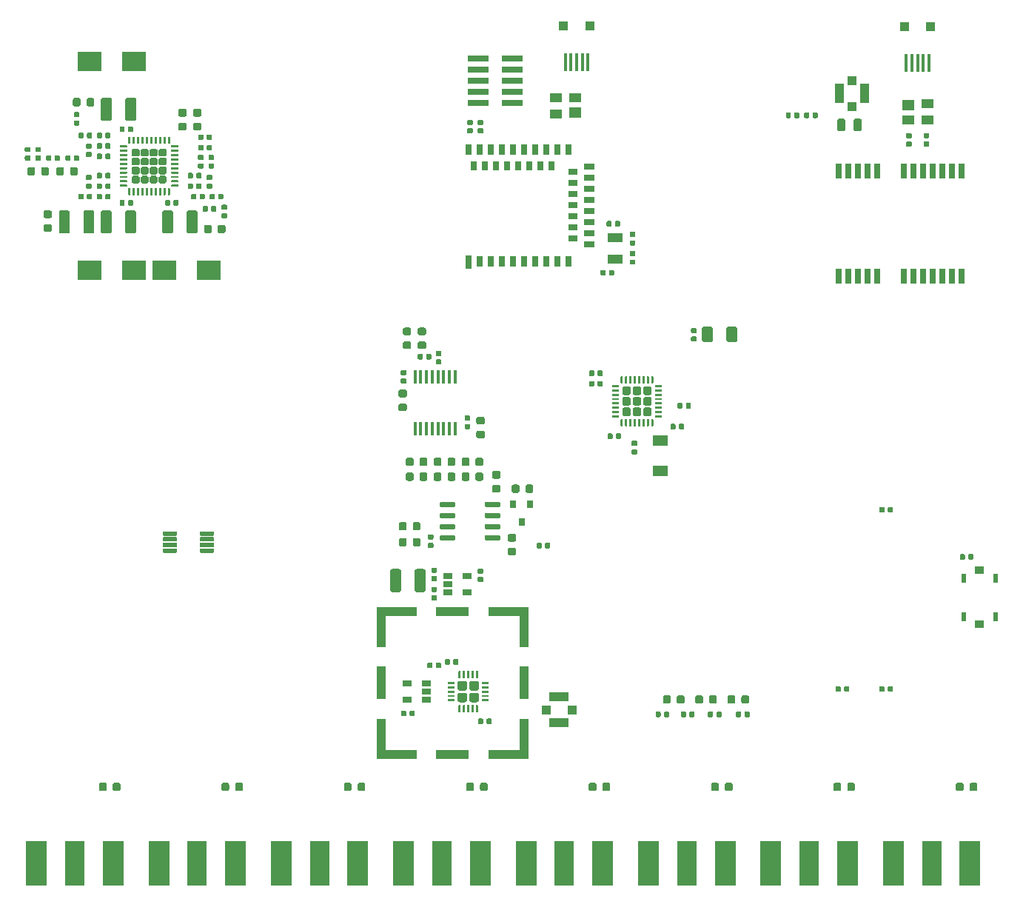
<source format=gbr>
G04 #@! TF.GenerationSoftware,KiCad,Pcbnew,5.1.5*
G04 #@! TF.CreationDate,2020-04-20T12:11:12+00:00*
G04 #@! TF.ProjectId,gpsdo,67707364-6f2e-46b6-9963-61645f706362,v1*
G04 #@! TF.SameCoordinates,Original*
G04 #@! TF.FileFunction,Paste,Top*
G04 #@! TF.FilePolarity,Positive*
%FSLAX46Y46*%
G04 Gerber Fmt 4.6, Leading zero omitted, Abs format (unit mm)*
G04 Created by KiCad (PCBNEW 5.1.5) date 2020-04-20 12:11:12*
%MOMM*%
%LPD*%
G04 APERTURE LIST*
%ADD10C,0.100000*%
%ADD11R,1.400000X1.200000*%
%ADD12R,1.400000X1.000000*%
%ADD13R,1.700000X1.300000*%
%ADD14R,2.400000X0.740000*%
%ADD15R,2.200000X1.050000*%
%ADD16R,1.000000X1.000000*%
%ADD17R,1.050000X2.200000*%
%ADD18R,0.400000X2.150000*%
%ADD19R,1.100000X1.000000*%
%ADD20R,2.420000X5.080000*%
%ADD21R,2.290000X5.080000*%
%ADD22R,1.200000X0.800000*%
%ADD23R,0.800000X1.500000*%
%ADD24R,0.800000X1.200000*%
%ADD25R,0.800000X1.000000*%
%ADD26R,1.000000X0.800000*%
%ADD27R,0.800000X0.900000*%
%ADD28R,0.600000X1.000000*%
%ADD29R,1.000000X0.850000*%
%ADD30R,1.060000X0.650000*%
%ADD31R,0.450000X1.500000*%
%ADD32R,1.800000X1.000000*%
%ADD33R,2.700000X2.200000*%
%ADD34R,1.000000X3.550000*%
%ADD35R,1.000000X3.800000*%
%ADD36R,3.550000X1.000000*%
%ADD37R,3.800000X1.000000*%
%ADD38R,0.800000X1.800000*%
G04 APERTURE END LIST*
D10*
G36*
X121986958Y-76490710D02*
G01*
X122001276Y-76492834D01*
X122015317Y-76496351D01*
X122028946Y-76501228D01*
X122042031Y-76507417D01*
X122054447Y-76514858D01*
X122066073Y-76523481D01*
X122076798Y-76533202D01*
X122086519Y-76543927D01*
X122095142Y-76555553D01*
X122102583Y-76567969D01*
X122108772Y-76581054D01*
X122113649Y-76594683D01*
X122117166Y-76608724D01*
X122119290Y-76623042D01*
X122120000Y-76637500D01*
X122120000Y-76932500D01*
X122119290Y-76946958D01*
X122117166Y-76961276D01*
X122113649Y-76975317D01*
X122108772Y-76988946D01*
X122102583Y-77002031D01*
X122095142Y-77014447D01*
X122086519Y-77026073D01*
X122076798Y-77036798D01*
X122066073Y-77046519D01*
X122054447Y-77055142D01*
X122042031Y-77062583D01*
X122028946Y-77068772D01*
X122015317Y-77073649D01*
X122001276Y-77077166D01*
X121986958Y-77079290D01*
X121972500Y-77080000D01*
X121627500Y-77080000D01*
X121613042Y-77079290D01*
X121598724Y-77077166D01*
X121584683Y-77073649D01*
X121571054Y-77068772D01*
X121557969Y-77062583D01*
X121545553Y-77055142D01*
X121533927Y-77046519D01*
X121523202Y-77036798D01*
X121513481Y-77026073D01*
X121504858Y-77014447D01*
X121497417Y-77002031D01*
X121491228Y-76988946D01*
X121486351Y-76975317D01*
X121482834Y-76961276D01*
X121480710Y-76946958D01*
X121480000Y-76932500D01*
X121480000Y-76637500D01*
X121480710Y-76623042D01*
X121482834Y-76608724D01*
X121486351Y-76594683D01*
X121491228Y-76581054D01*
X121497417Y-76567969D01*
X121504858Y-76555553D01*
X121513481Y-76543927D01*
X121523202Y-76533202D01*
X121533927Y-76523481D01*
X121545553Y-76514858D01*
X121557969Y-76507417D01*
X121571054Y-76501228D01*
X121584683Y-76496351D01*
X121598724Y-76492834D01*
X121613042Y-76490710D01*
X121627500Y-76490000D01*
X121972500Y-76490000D01*
X121986958Y-76490710D01*
G37*
G36*
X121986958Y-75520710D02*
G01*
X122001276Y-75522834D01*
X122015317Y-75526351D01*
X122028946Y-75531228D01*
X122042031Y-75537417D01*
X122054447Y-75544858D01*
X122066073Y-75553481D01*
X122076798Y-75563202D01*
X122086519Y-75573927D01*
X122095142Y-75585553D01*
X122102583Y-75597969D01*
X122108772Y-75611054D01*
X122113649Y-75624683D01*
X122117166Y-75638724D01*
X122119290Y-75653042D01*
X122120000Y-75667500D01*
X122120000Y-75962500D01*
X122119290Y-75976958D01*
X122117166Y-75991276D01*
X122113649Y-76005317D01*
X122108772Y-76018946D01*
X122102583Y-76032031D01*
X122095142Y-76044447D01*
X122086519Y-76056073D01*
X122076798Y-76066798D01*
X122066073Y-76076519D01*
X122054447Y-76085142D01*
X122042031Y-76092583D01*
X122028946Y-76098772D01*
X122015317Y-76103649D01*
X122001276Y-76107166D01*
X121986958Y-76109290D01*
X121972500Y-76110000D01*
X121627500Y-76110000D01*
X121613042Y-76109290D01*
X121598724Y-76107166D01*
X121584683Y-76103649D01*
X121571054Y-76098772D01*
X121557969Y-76092583D01*
X121545553Y-76085142D01*
X121533927Y-76076519D01*
X121523202Y-76066798D01*
X121513481Y-76056073D01*
X121504858Y-76044447D01*
X121497417Y-76032031D01*
X121491228Y-76018946D01*
X121486351Y-76005317D01*
X121482834Y-75991276D01*
X121480710Y-75976958D01*
X121480000Y-75962500D01*
X121480000Y-75667500D01*
X121480710Y-75653042D01*
X121482834Y-75638724D01*
X121486351Y-75624683D01*
X121491228Y-75611054D01*
X121497417Y-75597969D01*
X121504858Y-75585553D01*
X121513481Y-75573927D01*
X121523202Y-75563202D01*
X121533927Y-75553481D01*
X121545553Y-75544858D01*
X121557969Y-75537417D01*
X121571054Y-75531228D01*
X121584683Y-75526351D01*
X121598724Y-75522834D01*
X121613042Y-75520710D01*
X121627500Y-75520000D01*
X121972500Y-75520000D01*
X121986958Y-75520710D01*
G37*
G36*
X126549504Y-75376204D02*
G01*
X126573773Y-75379804D01*
X126597571Y-75385765D01*
X126620671Y-75394030D01*
X126642849Y-75404520D01*
X126663893Y-75417133D01*
X126683598Y-75431747D01*
X126701777Y-75448223D01*
X126718253Y-75466402D01*
X126732867Y-75486107D01*
X126745480Y-75507151D01*
X126755970Y-75529329D01*
X126764235Y-75552429D01*
X126770196Y-75576227D01*
X126773796Y-75600496D01*
X126775000Y-75625000D01*
X126775000Y-76875000D01*
X126773796Y-76899504D01*
X126770196Y-76923773D01*
X126764235Y-76947571D01*
X126755970Y-76970671D01*
X126745480Y-76992849D01*
X126732867Y-77013893D01*
X126718253Y-77033598D01*
X126701777Y-77051777D01*
X126683598Y-77068253D01*
X126663893Y-77082867D01*
X126642849Y-77095480D01*
X126620671Y-77105970D01*
X126597571Y-77114235D01*
X126573773Y-77120196D01*
X126549504Y-77123796D01*
X126525000Y-77125000D01*
X125775000Y-77125000D01*
X125750496Y-77123796D01*
X125726227Y-77120196D01*
X125702429Y-77114235D01*
X125679329Y-77105970D01*
X125657151Y-77095480D01*
X125636107Y-77082867D01*
X125616402Y-77068253D01*
X125598223Y-77051777D01*
X125581747Y-77033598D01*
X125567133Y-77013893D01*
X125554520Y-76992849D01*
X125544030Y-76970671D01*
X125535765Y-76947571D01*
X125529804Y-76923773D01*
X125526204Y-76899504D01*
X125525000Y-76875000D01*
X125525000Y-75625000D01*
X125526204Y-75600496D01*
X125529804Y-75576227D01*
X125535765Y-75552429D01*
X125544030Y-75529329D01*
X125554520Y-75507151D01*
X125567133Y-75486107D01*
X125581747Y-75466402D01*
X125598223Y-75448223D01*
X125616402Y-75431747D01*
X125636107Y-75417133D01*
X125657151Y-75404520D01*
X125679329Y-75394030D01*
X125702429Y-75385765D01*
X125726227Y-75379804D01*
X125750496Y-75376204D01*
X125775000Y-75375000D01*
X126525000Y-75375000D01*
X126549504Y-75376204D01*
G37*
G36*
X123749504Y-75376204D02*
G01*
X123773773Y-75379804D01*
X123797571Y-75385765D01*
X123820671Y-75394030D01*
X123842849Y-75404520D01*
X123863893Y-75417133D01*
X123883598Y-75431747D01*
X123901777Y-75448223D01*
X123918253Y-75466402D01*
X123932867Y-75486107D01*
X123945480Y-75507151D01*
X123955970Y-75529329D01*
X123964235Y-75552429D01*
X123970196Y-75576227D01*
X123973796Y-75600496D01*
X123975000Y-75625000D01*
X123975000Y-76875000D01*
X123973796Y-76899504D01*
X123970196Y-76923773D01*
X123964235Y-76947571D01*
X123955970Y-76970671D01*
X123945480Y-76992849D01*
X123932867Y-77013893D01*
X123918253Y-77033598D01*
X123901777Y-77051777D01*
X123883598Y-77068253D01*
X123863893Y-77082867D01*
X123842849Y-77095480D01*
X123820671Y-77105970D01*
X123797571Y-77114235D01*
X123773773Y-77120196D01*
X123749504Y-77123796D01*
X123725000Y-77125000D01*
X122975000Y-77125000D01*
X122950496Y-77123796D01*
X122926227Y-77120196D01*
X122902429Y-77114235D01*
X122879329Y-77105970D01*
X122857151Y-77095480D01*
X122836107Y-77082867D01*
X122816402Y-77068253D01*
X122798223Y-77051777D01*
X122781747Y-77033598D01*
X122767133Y-77013893D01*
X122754520Y-76992849D01*
X122744030Y-76970671D01*
X122735765Y-76947571D01*
X122729804Y-76923773D01*
X122726204Y-76899504D01*
X122725000Y-76875000D01*
X122725000Y-75625000D01*
X122726204Y-75600496D01*
X122729804Y-75576227D01*
X122735765Y-75552429D01*
X122744030Y-75529329D01*
X122754520Y-75507151D01*
X122767133Y-75486107D01*
X122781747Y-75466402D01*
X122798223Y-75448223D01*
X122816402Y-75431747D01*
X122836107Y-75417133D01*
X122857151Y-75404520D01*
X122879329Y-75394030D01*
X122902429Y-75385765D01*
X122926227Y-75379804D01*
X122950496Y-75376204D01*
X122975000Y-75375000D01*
X123725000Y-75375000D01*
X123749504Y-75376204D01*
G37*
G36*
X115186958Y-88420710D02*
G01*
X115201276Y-88422834D01*
X115215317Y-88426351D01*
X115228946Y-88431228D01*
X115242031Y-88437417D01*
X115254447Y-88444858D01*
X115266073Y-88453481D01*
X115276798Y-88463202D01*
X115286519Y-88473927D01*
X115295142Y-88485553D01*
X115302583Y-88497969D01*
X115308772Y-88511054D01*
X115313649Y-88524683D01*
X115317166Y-88538724D01*
X115319290Y-88553042D01*
X115320000Y-88567500D01*
X115320000Y-88862500D01*
X115319290Y-88876958D01*
X115317166Y-88891276D01*
X115313649Y-88905317D01*
X115308772Y-88918946D01*
X115302583Y-88932031D01*
X115295142Y-88944447D01*
X115286519Y-88956073D01*
X115276798Y-88966798D01*
X115266073Y-88976519D01*
X115254447Y-88985142D01*
X115242031Y-88992583D01*
X115228946Y-88998772D01*
X115215317Y-89003649D01*
X115201276Y-89007166D01*
X115186958Y-89009290D01*
X115172500Y-89010000D01*
X114827500Y-89010000D01*
X114813042Y-89009290D01*
X114798724Y-89007166D01*
X114784683Y-89003649D01*
X114771054Y-88998772D01*
X114757969Y-88992583D01*
X114745553Y-88985142D01*
X114733927Y-88976519D01*
X114723202Y-88966798D01*
X114713481Y-88956073D01*
X114704858Y-88944447D01*
X114697417Y-88932031D01*
X114691228Y-88918946D01*
X114686351Y-88905317D01*
X114682834Y-88891276D01*
X114680710Y-88876958D01*
X114680000Y-88862500D01*
X114680000Y-88567500D01*
X114680710Y-88553042D01*
X114682834Y-88538724D01*
X114686351Y-88524683D01*
X114691228Y-88511054D01*
X114697417Y-88497969D01*
X114704858Y-88485553D01*
X114713481Y-88473927D01*
X114723202Y-88463202D01*
X114733927Y-88453481D01*
X114745553Y-88444858D01*
X114757969Y-88437417D01*
X114771054Y-88431228D01*
X114784683Y-88426351D01*
X114798724Y-88422834D01*
X114813042Y-88420710D01*
X114827500Y-88420000D01*
X115172500Y-88420000D01*
X115186958Y-88420710D01*
G37*
G36*
X115186958Y-89390710D02*
G01*
X115201276Y-89392834D01*
X115215317Y-89396351D01*
X115228946Y-89401228D01*
X115242031Y-89407417D01*
X115254447Y-89414858D01*
X115266073Y-89423481D01*
X115276798Y-89433202D01*
X115286519Y-89443927D01*
X115295142Y-89455553D01*
X115302583Y-89467969D01*
X115308772Y-89481054D01*
X115313649Y-89494683D01*
X115317166Y-89508724D01*
X115319290Y-89523042D01*
X115320000Y-89537500D01*
X115320000Y-89832500D01*
X115319290Y-89846958D01*
X115317166Y-89861276D01*
X115313649Y-89875317D01*
X115308772Y-89888946D01*
X115302583Y-89902031D01*
X115295142Y-89914447D01*
X115286519Y-89926073D01*
X115276798Y-89936798D01*
X115266073Y-89946519D01*
X115254447Y-89955142D01*
X115242031Y-89962583D01*
X115228946Y-89968772D01*
X115215317Y-89973649D01*
X115201276Y-89977166D01*
X115186958Y-89979290D01*
X115172500Y-89980000D01*
X114827500Y-89980000D01*
X114813042Y-89979290D01*
X114798724Y-89977166D01*
X114784683Y-89973649D01*
X114771054Y-89968772D01*
X114757969Y-89962583D01*
X114745553Y-89955142D01*
X114733927Y-89946519D01*
X114723202Y-89936798D01*
X114713481Y-89926073D01*
X114704858Y-89914447D01*
X114697417Y-89902031D01*
X114691228Y-89888946D01*
X114686351Y-89875317D01*
X114682834Y-89861276D01*
X114680710Y-89846958D01*
X114680000Y-89832500D01*
X114680000Y-89537500D01*
X114680710Y-89523042D01*
X114682834Y-89508724D01*
X114686351Y-89494683D01*
X114691228Y-89481054D01*
X114697417Y-89467969D01*
X114704858Y-89455553D01*
X114713481Y-89443927D01*
X114723202Y-89433202D01*
X114733927Y-89423481D01*
X114745553Y-89414858D01*
X114757969Y-89407417D01*
X114771054Y-89401228D01*
X114784683Y-89396351D01*
X114798724Y-89392834D01*
X114813042Y-89390710D01*
X114827500Y-89390000D01*
X115172500Y-89390000D01*
X115186958Y-89390710D01*
G37*
G36*
X57318626Y-53650301D02*
G01*
X57324693Y-53651201D01*
X57330643Y-53652691D01*
X57336418Y-53654758D01*
X57341962Y-53657380D01*
X57347223Y-53660533D01*
X57352150Y-53664187D01*
X57356694Y-53668306D01*
X57360813Y-53672850D01*
X57364467Y-53677777D01*
X57367620Y-53683038D01*
X57370242Y-53688582D01*
X57372309Y-53694357D01*
X57373799Y-53700307D01*
X57374699Y-53706374D01*
X57375000Y-53712500D01*
X57375000Y-54412500D01*
X57374699Y-54418626D01*
X57373799Y-54424693D01*
X57372309Y-54430643D01*
X57370242Y-54436418D01*
X57367620Y-54441962D01*
X57364467Y-54447223D01*
X57360813Y-54452150D01*
X57356694Y-54456694D01*
X57352150Y-54460813D01*
X57347223Y-54464467D01*
X57341962Y-54467620D01*
X57336418Y-54470242D01*
X57330643Y-54472309D01*
X57324693Y-54473799D01*
X57318626Y-54474699D01*
X57312500Y-54475000D01*
X57187500Y-54475000D01*
X57181374Y-54474699D01*
X57175307Y-54473799D01*
X57169357Y-54472309D01*
X57163582Y-54470242D01*
X57158038Y-54467620D01*
X57152777Y-54464467D01*
X57147850Y-54460813D01*
X57143306Y-54456694D01*
X57139187Y-54452150D01*
X57135533Y-54447223D01*
X57132380Y-54441962D01*
X57129758Y-54436418D01*
X57127691Y-54430643D01*
X57126201Y-54424693D01*
X57125301Y-54418626D01*
X57125000Y-54412500D01*
X57125000Y-53712500D01*
X57125301Y-53706374D01*
X57126201Y-53700307D01*
X57127691Y-53694357D01*
X57129758Y-53688582D01*
X57132380Y-53683038D01*
X57135533Y-53677777D01*
X57139187Y-53672850D01*
X57143306Y-53668306D01*
X57147850Y-53664187D01*
X57152777Y-53660533D01*
X57158038Y-53657380D01*
X57163582Y-53654758D01*
X57169357Y-53652691D01*
X57175307Y-53651201D01*
X57181374Y-53650301D01*
X57187500Y-53650000D01*
X57312500Y-53650000D01*
X57318626Y-53650301D01*
G37*
G36*
X57818626Y-53650301D02*
G01*
X57824693Y-53651201D01*
X57830643Y-53652691D01*
X57836418Y-53654758D01*
X57841962Y-53657380D01*
X57847223Y-53660533D01*
X57852150Y-53664187D01*
X57856694Y-53668306D01*
X57860813Y-53672850D01*
X57864467Y-53677777D01*
X57867620Y-53683038D01*
X57870242Y-53688582D01*
X57872309Y-53694357D01*
X57873799Y-53700307D01*
X57874699Y-53706374D01*
X57875000Y-53712500D01*
X57875000Y-54412500D01*
X57874699Y-54418626D01*
X57873799Y-54424693D01*
X57872309Y-54430643D01*
X57870242Y-54436418D01*
X57867620Y-54441962D01*
X57864467Y-54447223D01*
X57860813Y-54452150D01*
X57856694Y-54456694D01*
X57852150Y-54460813D01*
X57847223Y-54464467D01*
X57841962Y-54467620D01*
X57836418Y-54470242D01*
X57830643Y-54472309D01*
X57824693Y-54473799D01*
X57818626Y-54474699D01*
X57812500Y-54475000D01*
X57687500Y-54475000D01*
X57681374Y-54474699D01*
X57675307Y-54473799D01*
X57669357Y-54472309D01*
X57663582Y-54470242D01*
X57658038Y-54467620D01*
X57652777Y-54464467D01*
X57647850Y-54460813D01*
X57643306Y-54456694D01*
X57639187Y-54452150D01*
X57635533Y-54447223D01*
X57632380Y-54441962D01*
X57629758Y-54436418D01*
X57627691Y-54430643D01*
X57626201Y-54424693D01*
X57625301Y-54418626D01*
X57625000Y-54412500D01*
X57625000Y-53712500D01*
X57625301Y-53706374D01*
X57626201Y-53700307D01*
X57627691Y-53694357D01*
X57629758Y-53688582D01*
X57632380Y-53683038D01*
X57635533Y-53677777D01*
X57639187Y-53672850D01*
X57643306Y-53668306D01*
X57647850Y-53664187D01*
X57652777Y-53660533D01*
X57658038Y-53657380D01*
X57663582Y-53654758D01*
X57669357Y-53652691D01*
X57675307Y-53651201D01*
X57681374Y-53650301D01*
X57687500Y-53650000D01*
X57812500Y-53650000D01*
X57818626Y-53650301D01*
G37*
G36*
X58318626Y-53650301D02*
G01*
X58324693Y-53651201D01*
X58330643Y-53652691D01*
X58336418Y-53654758D01*
X58341962Y-53657380D01*
X58347223Y-53660533D01*
X58352150Y-53664187D01*
X58356694Y-53668306D01*
X58360813Y-53672850D01*
X58364467Y-53677777D01*
X58367620Y-53683038D01*
X58370242Y-53688582D01*
X58372309Y-53694357D01*
X58373799Y-53700307D01*
X58374699Y-53706374D01*
X58375000Y-53712500D01*
X58375000Y-54412500D01*
X58374699Y-54418626D01*
X58373799Y-54424693D01*
X58372309Y-54430643D01*
X58370242Y-54436418D01*
X58367620Y-54441962D01*
X58364467Y-54447223D01*
X58360813Y-54452150D01*
X58356694Y-54456694D01*
X58352150Y-54460813D01*
X58347223Y-54464467D01*
X58341962Y-54467620D01*
X58336418Y-54470242D01*
X58330643Y-54472309D01*
X58324693Y-54473799D01*
X58318626Y-54474699D01*
X58312500Y-54475000D01*
X58187500Y-54475000D01*
X58181374Y-54474699D01*
X58175307Y-54473799D01*
X58169357Y-54472309D01*
X58163582Y-54470242D01*
X58158038Y-54467620D01*
X58152777Y-54464467D01*
X58147850Y-54460813D01*
X58143306Y-54456694D01*
X58139187Y-54452150D01*
X58135533Y-54447223D01*
X58132380Y-54441962D01*
X58129758Y-54436418D01*
X58127691Y-54430643D01*
X58126201Y-54424693D01*
X58125301Y-54418626D01*
X58125000Y-54412500D01*
X58125000Y-53712500D01*
X58125301Y-53706374D01*
X58126201Y-53700307D01*
X58127691Y-53694357D01*
X58129758Y-53688582D01*
X58132380Y-53683038D01*
X58135533Y-53677777D01*
X58139187Y-53672850D01*
X58143306Y-53668306D01*
X58147850Y-53664187D01*
X58152777Y-53660533D01*
X58158038Y-53657380D01*
X58163582Y-53654758D01*
X58169357Y-53652691D01*
X58175307Y-53651201D01*
X58181374Y-53650301D01*
X58187500Y-53650000D01*
X58312500Y-53650000D01*
X58318626Y-53650301D01*
G37*
G36*
X58818626Y-53650301D02*
G01*
X58824693Y-53651201D01*
X58830643Y-53652691D01*
X58836418Y-53654758D01*
X58841962Y-53657380D01*
X58847223Y-53660533D01*
X58852150Y-53664187D01*
X58856694Y-53668306D01*
X58860813Y-53672850D01*
X58864467Y-53677777D01*
X58867620Y-53683038D01*
X58870242Y-53688582D01*
X58872309Y-53694357D01*
X58873799Y-53700307D01*
X58874699Y-53706374D01*
X58875000Y-53712500D01*
X58875000Y-54412500D01*
X58874699Y-54418626D01*
X58873799Y-54424693D01*
X58872309Y-54430643D01*
X58870242Y-54436418D01*
X58867620Y-54441962D01*
X58864467Y-54447223D01*
X58860813Y-54452150D01*
X58856694Y-54456694D01*
X58852150Y-54460813D01*
X58847223Y-54464467D01*
X58841962Y-54467620D01*
X58836418Y-54470242D01*
X58830643Y-54472309D01*
X58824693Y-54473799D01*
X58818626Y-54474699D01*
X58812500Y-54475000D01*
X58687500Y-54475000D01*
X58681374Y-54474699D01*
X58675307Y-54473799D01*
X58669357Y-54472309D01*
X58663582Y-54470242D01*
X58658038Y-54467620D01*
X58652777Y-54464467D01*
X58647850Y-54460813D01*
X58643306Y-54456694D01*
X58639187Y-54452150D01*
X58635533Y-54447223D01*
X58632380Y-54441962D01*
X58629758Y-54436418D01*
X58627691Y-54430643D01*
X58626201Y-54424693D01*
X58625301Y-54418626D01*
X58625000Y-54412500D01*
X58625000Y-53712500D01*
X58625301Y-53706374D01*
X58626201Y-53700307D01*
X58627691Y-53694357D01*
X58629758Y-53688582D01*
X58632380Y-53683038D01*
X58635533Y-53677777D01*
X58639187Y-53672850D01*
X58643306Y-53668306D01*
X58647850Y-53664187D01*
X58652777Y-53660533D01*
X58658038Y-53657380D01*
X58663582Y-53654758D01*
X58669357Y-53652691D01*
X58675307Y-53651201D01*
X58681374Y-53650301D01*
X58687500Y-53650000D01*
X58812500Y-53650000D01*
X58818626Y-53650301D01*
G37*
G36*
X59318626Y-53650301D02*
G01*
X59324693Y-53651201D01*
X59330643Y-53652691D01*
X59336418Y-53654758D01*
X59341962Y-53657380D01*
X59347223Y-53660533D01*
X59352150Y-53664187D01*
X59356694Y-53668306D01*
X59360813Y-53672850D01*
X59364467Y-53677777D01*
X59367620Y-53683038D01*
X59370242Y-53688582D01*
X59372309Y-53694357D01*
X59373799Y-53700307D01*
X59374699Y-53706374D01*
X59375000Y-53712500D01*
X59375000Y-54412500D01*
X59374699Y-54418626D01*
X59373799Y-54424693D01*
X59372309Y-54430643D01*
X59370242Y-54436418D01*
X59367620Y-54441962D01*
X59364467Y-54447223D01*
X59360813Y-54452150D01*
X59356694Y-54456694D01*
X59352150Y-54460813D01*
X59347223Y-54464467D01*
X59341962Y-54467620D01*
X59336418Y-54470242D01*
X59330643Y-54472309D01*
X59324693Y-54473799D01*
X59318626Y-54474699D01*
X59312500Y-54475000D01*
X59187500Y-54475000D01*
X59181374Y-54474699D01*
X59175307Y-54473799D01*
X59169357Y-54472309D01*
X59163582Y-54470242D01*
X59158038Y-54467620D01*
X59152777Y-54464467D01*
X59147850Y-54460813D01*
X59143306Y-54456694D01*
X59139187Y-54452150D01*
X59135533Y-54447223D01*
X59132380Y-54441962D01*
X59129758Y-54436418D01*
X59127691Y-54430643D01*
X59126201Y-54424693D01*
X59125301Y-54418626D01*
X59125000Y-54412500D01*
X59125000Y-53712500D01*
X59125301Y-53706374D01*
X59126201Y-53700307D01*
X59127691Y-53694357D01*
X59129758Y-53688582D01*
X59132380Y-53683038D01*
X59135533Y-53677777D01*
X59139187Y-53672850D01*
X59143306Y-53668306D01*
X59147850Y-53664187D01*
X59152777Y-53660533D01*
X59158038Y-53657380D01*
X59163582Y-53654758D01*
X59169357Y-53652691D01*
X59175307Y-53651201D01*
X59181374Y-53650301D01*
X59187500Y-53650000D01*
X59312500Y-53650000D01*
X59318626Y-53650301D01*
G37*
G36*
X59818626Y-53650301D02*
G01*
X59824693Y-53651201D01*
X59830643Y-53652691D01*
X59836418Y-53654758D01*
X59841962Y-53657380D01*
X59847223Y-53660533D01*
X59852150Y-53664187D01*
X59856694Y-53668306D01*
X59860813Y-53672850D01*
X59864467Y-53677777D01*
X59867620Y-53683038D01*
X59870242Y-53688582D01*
X59872309Y-53694357D01*
X59873799Y-53700307D01*
X59874699Y-53706374D01*
X59875000Y-53712500D01*
X59875000Y-54412500D01*
X59874699Y-54418626D01*
X59873799Y-54424693D01*
X59872309Y-54430643D01*
X59870242Y-54436418D01*
X59867620Y-54441962D01*
X59864467Y-54447223D01*
X59860813Y-54452150D01*
X59856694Y-54456694D01*
X59852150Y-54460813D01*
X59847223Y-54464467D01*
X59841962Y-54467620D01*
X59836418Y-54470242D01*
X59830643Y-54472309D01*
X59824693Y-54473799D01*
X59818626Y-54474699D01*
X59812500Y-54475000D01*
X59687500Y-54475000D01*
X59681374Y-54474699D01*
X59675307Y-54473799D01*
X59669357Y-54472309D01*
X59663582Y-54470242D01*
X59658038Y-54467620D01*
X59652777Y-54464467D01*
X59647850Y-54460813D01*
X59643306Y-54456694D01*
X59639187Y-54452150D01*
X59635533Y-54447223D01*
X59632380Y-54441962D01*
X59629758Y-54436418D01*
X59627691Y-54430643D01*
X59626201Y-54424693D01*
X59625301Y-54418626D01*
X59625000Y-54412500D01*
X59625000Y-53712500D01*
X59625301Y-53706374D01*
X59626201Y-53700307D01*
X59627691Y-53694357D01*
X59629758Y-53688582D01*
X59632380Y-53683038D01*
X59635533Y-53677777D01*
X59639187Y-53672850D01*
X59643306Y-53668306D01*
X59647850Y-53664187D01*
X59652777Y-53660533D01*
X59658038Y-53657380D01*
X59663582Y-53654758D01*
X59669357Y-53652691D01*
X59675307Y-53651201D01*
X59681374Y-53650301D01*
X59687500Y-53650000D01*
X59812500Y-53650000D01*
X59818626Y-53650301D01*
G37*
G36*
X60318626Y-53650301D02*
G01*
X60324693Y-53651201D01*
X60330643Y-53652691D01*
X60336418Y-53654758D01*
X60341962Y-53657380D01*
X60347223Y-53660533D01*
X60352150Y-53664187D01*
X60356694Y-53668306D01*
X60360813Y-53672850D01*
X60364467Y-53677777D01*
X60367620Y-53683038D01*
X60370242Y-53688582D01*
X60372309Y-53694357D01*
X60373799Y-53700307D01*
X60374699Y-53706374D01*
X60375000Y-53712500D01*
X60375000Y-54412500D01*
X60374699Y-54418626D01*
X60373799Y-54424693D01*
X60372309Y-54430643D01*
X60370242Y-54436418D01*
X60367620Y-54441962D01*
X60364467Y-54447223D01*
X60360813Y-54452150D01*
X60356694Y-54456694D01*
X60352150Y-54460813D01*
X60347223Y-54464467D01*
X60341962Y-54467620D01*
X60336418Y-54470242D01*
X60330643Y-54472309D01*
X60324693Y-54473799D01*
X60318626Y-54474699D01*
X60312500Y-54475000D01*
X60187500Y-54475000D01*
X60181374Y-54474699D01*
X60175307Y-54473799D01*
X60169357Y-54472309D01*
X60163582Y-54470242D01*
X60158038Y-54467620D01*
X60152777Y-54464467D01*
X60147850Y-54460813D01*
X60143306Y-54456694D01*
X60139187Y-54452150D01*
X60135533Y-54447223D01*
X60132380Y-54441962D01*
X60129758Y-54436418D01*
X60127691Y-54430643D01*
X60126201Y-54424693D01*
X60125301Y-54418626D01*
X60125000Y-54412500D01*
X60125000Y-53712500D01*
X60125301Y-53706374D01*
X60126201Y-53700307D01*
X60127691Y-53694357D01*
X60129758Y-53688582D01*
X60132380Y-53683038D01*
X60135533Y-53677777D01*
X60139187Y-53672850D01*
X60143306Y-53668306D01*
X60147850Y-53664187D01*
X60152777Y-53660533D01*
X60158038Y-53657380D01*
X60163582Y-53654758D01*
X60169357Y-53652691D01*
X60175307Y-53651201D01*
X60181374Y-53650301D01*
X60187500Y-53650000D01*
X60312500Y-53650000D01*
X60318626Y-53650301D01*
G37*
G36*
X60818626Y-53650301D02*
G01*
X60824693Y-53651201D01*
X60830643Y-53652691D01*
X60836418Y-53654758D01*
X60841962Y-53657380D01*
X60847223Y-53660533D01*
X60852150Y-53664187D01*
X60856694Y-53668306D01*
X60860813Y-53672850D01*
X60864467Y-53677777D01*
X60867620Y-53683038D01*
X60870242Y-53688582D01*
X60872309Y-53694357D01*
X60873799Y-53700307D01*
X60874699Y-53706374D01*
X60875000Y-53712500D01*
X60875000Y-54412500D01*
X60874699Y-54418626D01*
X60873799Y-54424693D01*
X60872309Y-54430643D01*
X60870242Y-54436418D01*
X60867620Y-54441962D01*
X60864467Y-54447223D01*
X60860813Y-54452150D01*
X60856694Y-54456694D01*
X60852150Y-54460813D01*
X60847223Y-54464467D01*
X60841962Y-54467620D01*
X60836418Y-54470242D01*
X60830643Y-54472309D01*
X60824693Y-54473799D01*
X60818626Y-54474699D01*
X60812500Y-54475000D01*
X60687500Y-54475000D01*
X60681374Y-54474699D01*
X60675307Y-54473799D01*
X60669357Y-54472309D01*
X60663582Y-54470242D01*
X60658038Y-54467620D01*
X60652777Y-54464467D01*
X60647850Y-54460813D01*
X60643306Y-54456694D01*
X60639187Y-54452150D01*
X60635533Y-54447223D01*
X60632380Y-54441962D01*
X60629758Y-54436418D01*
X60627691Y-54430643D01*
X60626201Y-54424693D01*
X60625301Y-54418626D01*
X60625000Y-54412500D01*
X60625000Y-53712500D01*
X60625301Y-53706374D01*
X60626201Y-53700307D01*
X60627691Y-53694357D01*
X60629758Y-53688582D01*
X60632380Y-53683038D01*
X60635533Y-53677777D01*
X60639187Y-53672850D01*
X60643306Y-53668306D01*
X60647850Y-53664187D01*
X60652777Y-53660533D01*
X60658038Y-53657380D01*
X60663582Y-53654758D01*
X60669357Y-53652691D01*
X60675307Y-53651201D01*
X60681374Y-53650301D01*
X60687500Y-53650000D01*
X60812500Y-53650000D01*
X60818626Y-53650301D01*
G37*
G36*
X61318626Y-53650301D02*
G01*
X61324693Y-53651201D01*
X61330643Y-53652691D01*
X61336418Y-53654758D01*
X61341962Y-53657380D01*
X61347223Y-53660533D01*
X61352150Y-53664187D01*
X61356694Y-53668306D01*
X61360813Y-53672850D01*
X61364467Y-53677777D01*
X61367620Y-53683038D01*
X61370242Y-53688582D01*
X61372309Y-53694357D01*
X61373799Y-53700307D01*
X61374699Y-53706374D01*
X61375000Y-53712500D01*
X61375000Y-54412500D01*
X61374699Y-54418626D01*
X61373799Y-54424693D01*
X61372309Y-54430643D01*
X61370242Y-54436418D01*
X61367620Y-54441962D01*
X61364467Y-54447223D01*
X61360813Y-54452150D01*
X61356694Y-54456694D01*
X61352150Y-54460813D01*
X61347223Y-54464467D01*
X61341962Y-54467620D01*
X61336418Y-54470242D01*
X61330643Y-54472309D01*
X61324693Y-54473799D01*
X61318626Y-54474699D01*
X61312500Y-54475000D01*
X61187500Y-54475000D01*
X61181374Y-54474699D01*
X61175307Y-54473799D01*
X61169357Y-54472309D01*
X61163582Y-54470242D01*
X61158038Y-54467620D01*
X61152777Y-54464467D01*
X61147850Y-54460813D01*
X61143306Y-54456694D01*
X61139187Y-54452150D01*
X61135533Y-54447223D01*
X61132380Y-54441962D01*
X61129758Y-54436418D01*
X61127691Y-54430643D01*
X61126201Y-54424693D01*
X61125301Y-54418626D01*
X61125000Y-54412500D01*
X61125000Y-53712500D01*
X61125301Y-53706374D01*
X61126201Y-53700307D01*
X61127691Y-53694357D01*
X61129758Y-53688582D01*
X61132380Y-53683038D01*
X61135533Y-53677777D01*
X61139187Y-53672850D01*
X61143306Y-53668306D01*
X61147850Y-53664187D01*
X61152777Y-53660533D01*
X61158038Y-53657380D01*
X61163582Y-53654758D01*
X61169357Y-53652691D01*
X61175307Y-53651201D01*
X61181374Y-53650301D01*
X61187500Y-53650000D01*
X61312500Y-53650000D01*
X61318626Y-53650301D01*
G37*
G36*
X61818626Y-53650301D02*
G01*
X61824693Y-53651201D01*
X61830643Y-53652691D01*
X61836418Y-53654758D01*
X61841962Y-53657380D01*
X61847223Y-53660533D01*
X61852150Y-53664187D01*
X61856694Y-53668306D01*
X61860813Y-53672850D01*
X61864467Y-53677777D01*
X61867620Y-53683038D01*
X61870242Y-53688582D01*
X61872309Y-53694357D01*
X61873799Y-53700307D01*
X61874699Y-53706374D01*
X61875000Y-53712500D01*
X61875000Y-54412500D01*
X61874699Y-54418626D01*
X61873799Y-54424693D01*
X61872309Y-54430643D01*
X61870242Y-54436418D01*
X61867620Y-54441962D01*
X61864467Y-54447223D01*
X61860813Y-54452150D01*
X61856694Y-54456694D01*
X61852150Y-54460813D01*
X61847223Y-54464467D01*
X61841962Y-54467620D01*
X61836418Y-54470242D01*
X61830643Y-54472309D01*
X61824693Y-54473799D01*
X61818626Y-54474699D01*
X61812500Y-54475000D01*
X61687500Y-54475000D01*
X61681374Y-54474699D01*
X61675307Y-54473799D01*
X61669357Y-54472309D01*
X61663582Y-54470242D01*
X61658038Y-54467620D01*
X61652777Y-54464467D01*
X61647850Y-54460813D01*
X61643306Y-54456694D01*
X61639187Y-54452150D01*
X61635533Y-54447223D01*
X61632380Y-54441962D01*
X61629758Y-54436418D01*
X61627691Y-54430643D01*
X61626201Y-54424693D01*
X61625301Y-54418626D01*
X61625000Y-54412500D01*
X61625000Y-53712500D01*
X61625301Y-53706374D01*
X61626201Y-53700307D01*
X61627691Y-53694357D01*
X61629758Y-53688582D01*
X61632380Y-53683038D01*
X61635533Y-53677777D01*
X61639187Y-53672850D01*
X61643306Y-53668306D01*
X61647850Y-53664187D01*
X61652777Y-53660533D01*
X61658038Y-53657380D01*
X61663582Y-53654758D01*
X61669357Y-53652691D01*
X61675307Y-53651201D01*
X61681374Y-53650301D01*
X61687500Y-53650000D01*
X61812500Y-53650000D01*
X61818626Y-53650301D01*
G37*
G36*
X62793626Y-54625301D02*
G01*
X62799693Y-54626201D01*
X62805643Y-54627691D01*
X62811418Y-54629758D01*
X62816962Y-54632380D01*
X62822223Y-54635533D01*
X62827150Y-54639187D01*
X62831694Y-54643306D01*
X62835813Y-54647850D01*
X62839467Y-54652777D01*
X62842620Y-54658038D01*
X62845242Y-54663582D01*
X62847309Y-54669357D01*
X62848799Y-54675307D01*
X62849699Y-54681374D01*
X62850000Y-54687500D01*
X62850000Y-54812500D01*
X62849699Y-54818626D01*
X62848799Y-54824693D01*
X62847309Y-54830643D01*
X62845242Y-54836418D01*
X62842620Y-54841962D01*
X62839467Y-54847223D01*
X62835813Y-54852150D01*
X62831694Y-54856694D01*
X62827150Y-54860813D01*
X62822223Y-54864467D01*
X62816962Y-54867620D01*
X62811418Y-54870242D01*
X62805643Y-54872309D01*
X62799693Y-54873799D01*
X62793626Y-54874699D01*
X62787500Y-54875000D01*
X62087500Y-54875000D01*
X62081374Y-54874699D01*
X62075307Y-54873799D01*
X62069357Y-54872309D01*
X62063582Y-54870242D01*
X62058038Y-54867620D01*
X62052777Y-54864467D01*
X62047850Y-54860813D01*
X62043306Y-54856694D01*
X62039187Y-54852150D01*
X62035533Y-54847223D01*
X62032380Y-54841962D01*
X62029758Y-54836418D01*
X62027691Y-54830643D01*
X62026201Y-54824693D01*
X62025301Y-54818626D01*
X62025000Y-54812500D01*
X62025000Y-54687500D01*
X62025301Y-54681374D01*
X62026201Y-54675307D01*
X62027691Y-54669357D01*
X62029758Y-54663582D01*
X62032380Y-54658038D01*
X62035533Y-54652777D01*
X62039187Y-54647850D01*
X62043306Y-54643306D01*
X62047850Y-54639187D01*
X62052777Y-54635533D01*
X62058038Y-54632380D01*
X62063582Y-54629758D01*
X62069357Y-54627691D01*
X62075307Y-54626201D01*
X62081374Y-54625301D01*
X62087500Y-54625000D01*
X62787500Y-54625000D01*
X62793626Y-54625301D01*
G37*
G36*
X62793626Y-55125301D02*
G01*
X62799693Y-55126201D01*
X62805643Y-55127691D01*
X62811418Y-55129758D01*
X62816962Y-55132380D01*
X62822223Y-55135533D01*
X62827150Y-55139187D01*
X62831694Y-55143306D01*
X62835813Y-55147850D01*
X62839467Y-55152777D01*
X62842620Y-55158038D01*
X62845242Y-55163582D01*
X62847309Y-55169357D01*
X62848799Y-55175307D01*
X62849699Y-55181374D01*
X62850000Y-55187500D01*
X62850000Y-55312500D01*
X62849699Y-55318626D01*
X62848799Y-55324693D01*
X62847309Y-55330643D01*
X62845242Y-55336418D01*
X62842620Y-55341962D01*
X62839467Y-55347223D01*
X62835813Y-55352150D01*
X62831694Y-55356694D01*
X62827150Y-55360813D01*
X62822223Y-55364467D01*
X62816962Y-55367620D01*
X62811418Y-55370242D01*
X62805643Y-55372309D01*
X62799693Y-55373799D01*
X62793626Y-55374699D01*
X62787500Y-55375000D01*
X62087500Y-55375000D01*
X62081374Y-55374699D01*
X62075307Y-55373799D01*
X62069357Y-55372309D01*
X62063582Y-55370242D01*
X62058038Y-55367620D01*
X62052777Y-55364467D01*
X62047850Y-55360813D01*
X62043306Y-55356694D01*
X62039187Y-55352150D01*
X62035533Y-55347223D01*
X62032380Y-55341962D01*
X62029758Y-55336418D01*
X62027691Y-55330643D01*
X62026201Y-55324693D01*
X62025301Y-55318626D01*
X62025000Y-55312500D01*
X62025000Y-55187500D01*
X62025301Y-55181374D01*
X62026201Y-55175307D01*
X62027691Y-55169357D01*
X62029758Y-55163582D01*
X62032380Y-55158038D01*
X62035533Y-55152777D01*
X62039187Y-55147850D01*
X62043306Y-55143306D01*
X62047850Y-55139187D01*
X62052777Y-55135533D01*
X62058038Y-55132380D01*
X62063582Y-55129758D01*
X62069357Y-55127691D01*
X62075307Y-55126201D01*
X62081374Y-55125301D01*
X62087500Y-55125000D01*
X62787500Y-55125000D01*
X62793626Y-55125301D01*
G37*
G36*
X62793626Y-55625301D02*
G01*
X62799693Y-55626201D01*
X62805643Y-55627691D01*
X62811418Y-55629758D01*
X62816962Y-55632380D01*
X62822223Y-55635533D01*
X62827150Y-55639187D01*
X62831694Y-55643306D01*
X62835813Y-55647850D01*
X62839467Y-55652777D01*
X62842620Y-55658038D01*
X62845242Y-55663582D01*
X62847309Y-55669357D01*
X62848799Y-55675307D01*
X62849699Y-55681374D01*
X62850000Y-55687500D01*
X62850000Y-55812500D01*
X62849699Y-55818626D01*
X62848799Y-55824693D01*
X62847309Y-55830643D01*
X62845242Y-55836418D01*
X62842620Y-55841962D01*
X62839467Y-55847223D01*
X62835813Y-55852150D01*
X62831694Y-55856694D01*
X62827150Y-55860813D01*
X62822223Y-55864467D01*
X62816962Y-55867620D01*
X62811418Y-55870242D01*
X62805643Y-55872309D01*
X62799693Y-55873799D01*
X62793626Y-55874699D01*
X62787500Y-55875000D01*
X62087500Y-55875000D01*
X62081374Y-55874699D01*
X62075307Y-55873799D01*
X62069357Y-55872309D01*
X62063582Y-55870242D01*
X62058038Y-55867620D01*
X62052777Y-55864467D01*
X62047850Y-55860813D01*
X62043306Y-55856694D01*
X62039187Y-55852150D01*
X62035533Y-55847223D01*
X62032380Y-55841962D01*
X62029758Y-55836418D01*
X62027691Y-55830643D01*
X62026201Y-55824693D01*
X62025301Y-55818626D01*
X62025000Y-55812500D01*
X62025000Y-55687500D01*
X62025301Y-55681374D01*
X62026201Y-55675307D01*
X62027691Y-55669357D01*
X62029758Y-55663582D01*
X62032380Y-55658038D01*
X62035533Y-55652777D01*
X62039187Y-55647850D01*
X62043306Y-55643306D01*
X62047850Y-55639187D01*
X62052777Y-55635533D01*
X62058038Y-55632380D01*
X62063582Y-55629758D01*
X62069357Y-55627691D01*
X62075307Y-55626201D01*
X62081374Y-55625301D01*
X62087500Y-55625000D01*
X62787500Y-55625000D01*
X62793626Y-55625301D01*
G37*
G36*
X62793626Y-56125301D02*
G01*
X62799693Y-56126201D01*
X62805643Y-56127691D01*
X62811418Y-56129758D01*
X62816962Y-56132380D01*
X62822223Y-56135533D01*
X62827150Y-56139187D01*
X62831694Y-56143306D01*
X62835813Y-56147850D01*
X62839467Y-56152777D01*
X62842620Y-56158038D01*
X62845242Y-56163582D01*
X62847309Y-56169357D01*
X62848799Y-56175307D01*
X62849699Y-56181374D01*
X62850000Y-56187500D01*
X62850000Y-56312500D01*
X62849699Y-56318626D01*
X62848799Y-56324693D01*
X62847309Y-56330643D01*
X62845242Y-56336418D01*
X62842620Y-56341962D01*
X62839467Y-56347223D01*
X62835813Y-56352150D01*
X62831694Y-56356694D01*
X62827150Y-56360813D01*
X62822223Y-56364467D01*
X62816962Y-56367620D01*
X62811418Y-56370242D01*
X62805643Y-56372309D01*
X62799693Y-56373799D01*
X62793626Y-56374699D01*
X62787500Y-56375000D01*
X62087500Y-56375000D01*
X62081374Y-56374699D01*
X62075307Y-56373799D01*
X62069357Y-56372309D01*
X62063582Y-56370242D01*
X62058038Y-56367620D01*
X62052777Y-56364467D01*
X62047850Y-56360813D01*
X62043306Y-56356694D01*
X62039187Y-56352150D01*
X62035533Y-56347223D01*
X62032380Y-56341962D01*
X62029758Y-56336418D01*
X62027691Y-56330643D01*
X62026201Y-56324693D01*
X62025301Y-56318626D01*
X62025000Y-56312500D01*
X62025000Y-56187500D01*
X62025301Y-56181374D01*
X62026201Y-56175307D01*
X62027691Y-56169357D01*
X62029758Y-56163582D01*
X62032380Y-56158038D01*
X62035533Y-56152777D01*
X62039187Y-56147850D01*
X62043306Y-56143306D01*
X62047850Y-56139187D01*
X62052777Y-56135533D01*
X62058038Y-56132380D01*
X62063582Y-56129758D01*
X62069357Y-56127691D01*
X62075307Y-56126201D01*
X62081374Y-56125301D01*
X62087500Y-56125000D01*
X62787500Y-56125000D01*
X62793626Y-56125301D01*
G37*
G36*
X62793626Y-56625301D02*
G01*
X62799693Y-56626201D01*
X62805643Y-56627691D01*
X62811418Y-56629758D01*
X62816962Y-56632380D01*
X62822223Y-56635533D01*
X62827150Y-56639187D01*
X62831694Y-56643306D01*
X62835813Y-56647850D01*
X62839467Y-56652777D01*
X62842620Y-56658038D01*
X62845242Y-56663582D01*
X62847309Y-56669357D01*
X62848799Y-56675307D01*
X62849699Y-56681374D01*
X62850000Y-56687500D01*
X62850000Y-56812500D01*
X62849699Y-56818626D01*
X62848799Y-56824693D01*
X62847309Y-56830643D01*
X62845242Y-56836418D01*
X62842620Y-56841962D01*
X62839467Y-56847223D01*
X62835813Y-56852150D01*
X62831694Y-56856694D01*
X62827150Y-56860813D01*
X62822223Y-56864467D01*
X62816962Y-56867620D01*
X62811418Y-56870242D01*
X62805643Y-56872309D01*
X62799693Y-56873799D01*
X62793626Y-56874699D01*
X62787500Y-56875000D01*
X62087500Y-56875000D01*
X62081374Y-56874699D01*
X62075307Y-56873799D01*
X62069357Y-56872309D01*
X62063582Y-56870242D01*
X62058038Y-56867620D01*
X62052777Y-56864467D01*
X62047850Y-56860813D01*
X62043306Y-56856694D01*
X62039187Y-56852150D01*
X62035533Y-56847223D01*
X62032380Y-56841962D01*
X62029758Y-56836418D01*
X62027691Y-56830643D01*
X62026201Y-56824693D01*
X62025301Y-56818626D01*
X62025000Y-56812500D01*
X62025000Y-56687500D01*
X62025301Y-56681374D01*
X62026201Y-56675307D01*
X62027691Y-56669357D01*
X62029758Y-56663582D01*
X62032380Y-56658038D01*
X62035533Y-56652777D01*
X62039187Y-56647850D01*
X62043306Y-56643306D01*
X62047850Y-56639187D01*
X62052777Y-56635533D01*
X62058038Y-56632380D01*
X62063582Y-56629758D01*
X62069357Y-56627691D01*
X62075307Y-56626201D01*
X62081374Y-56625301D01*
X62087500Y-56625000D01*
X62787500Y-56625000D01*
X62793626Y-56625301D01*
G37*
G36*
X62793626Y-57125301D02*
G01*
X62799693Y-57126201D01*
X62805643Y-57127691D01*
X62811418Y-57129758D01*
X62816962Y-57132380D01*
X62822223Y-57135533D01*
X62827150Y-57139187D01*
X62831694Y-57143306D01*
X62835813Y-57147850D01*
X62839467Y-57152777D01*
X62842620Y-57158038D01*
X62845242Y-57163582D01*
X62847309Y-57169357D01*
X62848799Y-57175307D01*
X62849699Y-57181374D01*
X62850000Y-57187500D01*
X62850000Y-57312500D01*
X62849699Y-57318626D01*
X62848799Y-57324693D01*
X62847309Y-57330643D01*
X62845242Y-57336418D01*
X62842620Y-57341962D01*
X62839467Y-57347223D01*
X62835813Y-57352150D01*
X62831694Y-57356694D01*
X62827150Y-57360813D01*
X62822223Y-57364467D01*
X62816962Y-57367620D01*
X62811418Y-57370242D01*
X62805643Y-57372309D01*
X62799693Y-57373799D01*
X62793626Y-57374699D01*
X62787500Y-57375000D01*
X62087500Y-57375000D01*
X62081374Y-57374699D01*
X62075307Y-57373799D01*
X62069357Y-57372309D01*
X62063582Y-57370242D01*
X62058038Y-57367620D01*
X62052777Y-57364467D01*
X62047850Y-57360813D01*
X62043306Y-57356694D01*
X62039187Y-57352150D01*
X62035533Y-57347223D01*
X62032380Y-57341962D01*
X62029758Y-57336418D01*
X62027691Y-57330643D01*
X62026201Y-57324693D01*
X62025301Y-57318626D01*
X62025000Y-57312500D01*
X62025000Y-57187500D01*
X62025301Y-57181374D01*
X62026201Y-57175307D01*
X62027691Y-57169357D01*
X62029758Y-57163582D01*
X62032380Y-57158038D01*
X62035533Y-57152777D01*
X62039187Y-57147850D01*
X62043306Y-57143306D01*
X62047850Y-57139187D01*
X62052777Y-57135533D01*
X62058038Y-57132380D01*
X62063582Y-57129758D01*
X62069357Y-57127691D01*
X62075307Y-57126201D01*
X62081374Y-57125301D01*
X62087500Y-57125000D01*
X62787500Y-57125000D01*
X62793626Y-57125301D01*
G37*
G36*
X62793626Y-57625301D02*
G01*
X62799693Y-57626201D01*
X62805643Y-57627691D01*
X62811418Y-57629758D01*
X62816962Y-57632380D01*
X62822223Y-57635533D01*
X62827150Y-57639187D01*
X62831694Y-57643306D01*
X62835813Y-57647850D01*
X62839467Y-57652777D01*
X62842620Y-57658038D01*
X62845242Y-57663582D01*
X62847309Y-57669357D01*
X62848799Y-57675307D01*
X62849699Y-57681374D01*
X62850000Y-57687500D01*
X62850000Y-57812500D01*
X62849699Y-57818626D01*
X62848799Y-57824693D01*
X62847309Y-57830643D01*
X62845242Y-57836418D01*
X62842620Y-57841962D01*
X62839467Y-57847223D01*
X62835813Y-57852150D01*
X62831694Y-57856694D01*
X62827150Y-57860813D01*
X62822223Y-57864467D01*
X62816962Y-57867620D01*
X62811418Y-57870242D01*
X62805643Y-57872309D01*
X62799693Y-57873799D01*
X62793626Y-57874699D01*
X62787500Y-57875000D01*
X62087500Y-57875000D01*
X62081374Y-57874699D01*
X62075307Y-57873799D01*
X62069357Y-57872309D01*
X62063582Y-57870242D01*
X62058038Y-57867620D01*
X62052777Y-57864467D01*
X62047850Y-57860813D01*
X62043306Y-57856694D01*
X62039187Y-57852150D01*
X62035533Y-57847223D01*
X62032380Y-57841962D01*
X62029758Y-57836418D01*
X62027691Y-57830643D01*
X62026201Y-57824693D01*
X62025301Y-57818626D01*
X62025000Y-57812500D01*
X62025000Y-57687500D01*
X62025301Y-57681374D01*
X62026201Y-57675307D01*
X62027691Y-57669357D01*
X62029758Y-57663582D01*
X62032380Y-57658038D01*
X62035533Y-57652777D01*
X62039187Y-57647850D01*
X62043306Y-57643306D01*
X62047850Y-57639187D01*
X62052777Y-57635533D01*
X62058038Y-57632380D01*
X62063582Y-57629758D01*
X62069357Y-57627691D01*
X62075307Y-57626201D01*
X62081374Y-57625301D01*
X62087500Y-57625000D01*
X62787500Y-57625000D01*
X62793626Y-57625301D01*
G37*
G36*
X62793626Y-58125301D02*
G01*
X62799693Y-58126201D01*
X62805643Y-58127691D01*
X62811418Y-58129758D01*
X62816962Y-58132380D01*
X62822223Y-58135533D01*
X62827150Y-58139187D01*
X62831694Y-58143306D01*
X62835813Y-58147850D01*
X62839467Y-58152777D01*
X62842620Y-58158038D01*
X62845242Y-58163582D01*
X62847309Y-58169357D01*
X62848799Y-58175307D01*
X62849699Y-58181374D01*
X62850000Y-58187500D01*
X62850000Y-58312500D01*
X62849699Y-58318626D01*
X62848799Y-58324693D01*
X62847309Y-58330643D01*
X62845242Y-58336418D01*
X62842620Y-58341962D01*
X62839467Y-58347223D01*
X62835813Y-58352150D01*
X62831694Y-58356694D01*
X62827150Y-58360813D01*
X62822223Y-58364467D01*
X62816962Y-58367620D01*
X62811418Y-58370242D01*
X62805643Y-58372309D01*
X62799693Y-58373799D01*
X62793626Y-58374699D01*
X62787500Y-58375000D01*
X62087500Y-58375000D01*
X62081374Y-58374699D01*
X62075307Y-58373799D01*
X62069357Y-58372309D01*
X62063582Y-58370242D01*
X62058038Y-58367620D01*
X62052777Y-58364467D01*
X62047850Y-58360813D01*
X62043306Y-58356694D01*
X62039187Y-58352150D01*
X62035533Y-58347223D01*
X62032380Y-58341962D01*
X62029758Y-58336418D01*
X62027691Y-58330643D01*
X62026201Y-58324693D01*
X62025301Y-58318626D01*
X62025000Y-58312500D01*
X62025000Y-58187500D01*
X62025301Y-58181374D01*
X62026201Y-58175307D01*
X62027691Y-58169357D01*
X62029758Y-58163582D01*
X62032380Y-58158038D01*
X62035533Y-58152777D01*
X62039187Y-58147850D01*
X62043306Y-58143306D01*
X62047850Y-58139187D01*
X62052777Y-58135533D01*
X62058038Y-58132380D01*
X62063582Y-58129758D01*
X62069357Y-58127691D01*
X62075307Y-58126201D01*
X62081374Y-58125301D01*
X62087500Y-58125000D01*
X62787500Y-58125000D01*
X62793626Y-58125301D01*
G37*
G36*
X62793626Y-58625301D02*
G01*
X62799693Y-58626201D01*
X62805643Y-58627691D01*
X62811418Y-58629758D01*
X62816962Y-58632380D01*
X62822223Y-58635533D01*
X62827150Y-58639187D01*
X62831694Y-58643306D01*
X62835813Y-58647850D01*
X62839467Y-58652777D01*
X62842620Y-58658038D01*
X62845242Y-58663582D01*
X62847309Y-58669357D01*
X62848799Y-58675307D01*
X62849699Y-58681374D01*
X62850000Y-58687500D01*
X62850000Y-58812500D01*
X62849699Y-58818626D01*
X62848799Y-58824693D01*
X62847309Y-58830643D01*
X62845242Y-58836418D01*
X62842620Y-58841962D01*
X62839467Y-58847223D01*
X62835813Y-58852150D01*
X62831694Y-58856694D01*
X62827150Y-58860813D01*
X62822223Y-58864467D01*
X62816962Y-58867620D01*
X62811418Y-58870242D01*
X62805643Y-58872309D01*
X62799693Y-58873799D01*
X62793626Y-58874699D01*
X62787500Y-58875000D01*
X62087500Y-58875000D01*
X62081374Y-58874699D01*
X62075307Y-58873799D01*
X62069357Y-58872309D01*
X62063582Y-58870242D01*
X62058038Y-58867620D01*
X62052777Y-58864467D01*
X62047850Y-58860813D01*
X62043306Y-58856694D01*
X62039187Y-58852150D01*
X62035533Y-58847223D01*
X62032380Y-58841962D01*
X62029758Y-58836418D01*
X62027691Y-58830643D01*
X62026201Y-58824693D01*
X62025301Y-58818626D01*
X62025000Y-58812500D01*
X62025000Y-58687500D01*
X62025301Y-58681374D01*
X62026201Y-58675307D01*
X62027691Y-58669357D01*
X62029758Y-58663582D01*
X62032380Y-58658038D01*
X62035533Y-58652777D01*
X62039187Y-58647850D01*
X62043306Y-58643306D01*
X62047850Y-58639187D01*
X62052777Y-58635533D01*
X62058038Y-58632380D01*
X62063582Y-58629758D01*
X62069357Y-58627691D01*
X62075307Y-58626201D01*
X62081374Y-58625301D01*
X62087500Y-58625000D01*
X62787500Y-58625000D01*
X62793626Y-58625301D01*
G37*
G36*
X62793626Y-59125301D02*
G01*
X62799693Y-59126201D01*
X62805643Y-59127691D01*
X62811418Y-59129758D01*
X62816962Y-59132380D01*
X62822223Y-59135533D01*
X62827150Y-59139187D01*
X62831694Y-59143306D01*
X62835813Y-59147850D01*
X62839467Y-59152777D01*
X62842620Y-59158038D01*
X62845242Y-59163582D01*
X62847309Y-59169357D01*
X62848799Y-59175307D01*
X62849699Y-59181374D01*
X62850000Y-59187500D01*
X62850000Y-59312500D01*
X62849699Y-59318626D01*
X62848799Y-59324693D01*
X62847309Y-59330643D01*
X62845242Y-59336418D01*
X62842620Y-59341962D01*
X62839467Y-59347223D01*
X62835813Y-59352150D01*
X62831694Y-59356694D01*
X62827150Y-59360813D01*
X62822223Y-59364467D01*
X62816962Y-59367620D01*
X62811418Y-59370242D01*
X62805643Y-59372309D01*
X62799693Y-59373799D01*
X62793626Y-59374699D01*
X62787500Y-59375000D01*
X62087500Y-59375000D01*
X62081374Y-59374699D01*
X62075307Y-59373799D01*
X62069357Y-59372309D01*
X62063582Y-59370242D01*
X62058038Y-59367620D01*
X62052777Y-59364467D01*
X62047850Y-59360813D01*
X62043306Y-59356694D01*
X62039187Y-59352150D01*
X62035533Y-59347223D01*
X62032380Y-59341962D01*
X62029758Y-59336418D01*
X62027691Y-59330643D01*
X62026201Y-59324693D01*
X62025301Y-59318626D01*
X62025000Y-59312500D01*
X62025000Y-59187500D01*
X62025301Y-59181374D01*
X62026201Y-59175307D01*
X62027691Y-59169357D01*
X62029758Y-59163582D01*
X62032380Y-59158038D01*
X62035533Y-59152777D01*
X62039187Y-59147850D01*
X62043306Y-59143306D01*
X62047850Y-59139187D01*
X62052777Y-59135533D01*
X62058038Y-59132380D01*
X62063582Y-59129758D01*
X62069357Y-59127691D01*
X62075307Y-59126201D01*
X62081374Y-59125301D01*
X62087500Y-59125000D01*
X62787500Y-59125000D01*
X62793626Y-59125301D01*
G37*
G36*
X61818626Y-59525301D02*
G01*
X61824693Y-59526201D01*
X61830643Y-59527691D01*
X61836418Y-59529758D01*
X61841962Y-59532380D01*
X61847223Y-59535533D01*
X61852150Y-59539187D01*
X61856694Y-59543306D01*
X61860813Y-59547850D01*
X61864467Y-59552777D01*
X61867620Y-59558038D01*
X61870242Y-59563582D01*
X61872309Y-59569357D01*
X61873799Y-59575307D01*
X61874699Y-59581374D01*
X61875000Y-59587500D01*
X61875000Y-60287500D01*
X61874699Y-60293626D01*
X61873799Y-60299693D01*
X61872309Y-60305643D01*
X61870242Y-60311418D01*
X61867620Y-60316962D01*
X61864467Y-60322223D01*
X61860813Y-60327150D01*
X61856694Y-60331694D01*
X61852150Y-60335813D01*
X61847223Y-60339467D01*
X61841962Y-60342620D01*
X61836418Y-60345242D01*
X61830643Y-60347309D01*
X61824693Y-60348799D01*
X61818626Y-60349699D01*
X61812500Y-60350000D01*
X61687500Y-60350000D01*
X61681374Y-60349699D01*
X61675307Y-60348799D01*
X61669357Y-60347309D01*
X61663582Y-60345242D01*
X61658038Y-60342620D01*
X61652777Y-60339467D01*
X61647850Y-60335813D01*
X61643306Y-60331694D01*
X61639187Y-60327150D01*
X61635533Y-60322223D01*
X61632380Y-60316962D01*
X61629758Y-60311418D01*
X61627691Y-60305643D01*
X61626201Y-60299693D01*
X61625301Y-60293626D01*
X61625000Y-60287500D01*
X61625000Y-59587500D01*
X61625301Y-59581374D01*
X61626201Y-59575307D01*
X61627691Y-59569357D01*
X61629758Y-59563582D01*
X61632380Y-59558038D01*
X61635533Y-59552777D01*
X61639187Y-59547850D01*
X61643306Y-59543306D01*
X61647850Y-59539187D01*
X61652777Y-59535533D01*
X61658038Y-59532380D01*
X61663582Y-59529758D01*
X61669357Y-59527691D01*
X61675307Y-59526201D01*
X61681374Y-59525301D01*
X61687500Y-59525000D01*
X61812500Y-59525000D01*
X61818626Y-59525301D01*
G37*
G36*
X61318626Y-59525301D02*
G01*
X61324693Y-59526201D01*
X61330643Y-59527691D01*
X61336418Y-59529758D01*
X61341962Y-59532380D01*
X61347223Y-59535533D01*
X61352150Y-59539187D01*
X61356694Y-59543306D01*
X61360813Y-59547850D01*
X61364467Y-59552777D01*
X61367620Y-59558038D01*
X61370242Y-59563582D01*
X61372309Y-59569357D01*
X61373799Y-59575307D01*
X61374699Y-59581374D01*
X61375000Y-59587500D01*
X61375000Y-60287500D01*
X61374699Y-60293626D01*
X61373799Y-60299693D01*
X61372309Y-60305643D01*
X61370242Y-60311418D01*
X61367620Y-60316962D01*
X61364467Y-60322223D01*
X61360813Y-60327150D01*
X61356694Y-60331694D01*
X61352150Y-60335813D01*
X61347223Y-60339467D01*
X61341962Y-60342620D01*
X61336418Y-60345242D01*
X61330643Y-60347309D01*
X61324693Y-60348799D01*
X61318626Y-60349699D01*
X61312500Y-60350000D01*
X61187500Y-60350000D01*
X61181374Y-60349699D01*
X61175307Y-60348799D01*
X61169357Y-60347309D01*
X61163582Y-60345242D01*
X61158038Y-60342620D01*
X61152777Y-60339467D01*
X61147850Y-60335813D01*
X61143306Y-60331694D01*
X61139187Y-60327150D01*
X61135533Y-60322223D01*
X61132380Y-60316962D01*
X61129758Y-60311418D01*
X61127691Y-60305643D01*
X61126201Y-60299693D01*
X61125301Y-60293626D01*
X61125000Y-60287500D01*
X61125000Y-59587500D01*
X61125301Y-59581374D01*
X61126201Y-59575307D01*
X61127691Y-59569357D01*
X61129758Y-59563582D01*
X61132380Y-59558038D01*
X61135533Y-59552777D01*
X61139187Y-59547850D01*
X61143306Y-59543306D01*
X61147850Y-59539187D01*
X61152777Y-59535533D01*
X61158038Y-59532380D01*
X61163582Y-59529758D01*
X61169357Y-59527691D01*
X61175307Y-59526201D01*
X61181374Y-59525301D01*
X61187500Y-59525000D01*
X61312500Y-59525000D01*
X61318626Y-59525301D01*
G37*
G36*
X60818626Y-59525301D02*
G01*
X60824693Y-59526201D01*
X60830643Y-59527691D01*
X60836418Y-59529758D01*
X60841962Y-59532380D01*
X60847223Y-59535533D01*
X60852150Y-59539187D01*
X60856694Y-59543306D01*
X60860813Y-59547850D01*
X60864467Y-59552777D01*
X60867620Y-59558038D01*
X60870242Y-59563582D01*
X60872309Y-59569357D01*
X60873799Y-59575307D01*
X60874699Y-59581374D01*
X60875000Y-59587500D01*
X60875000Y-60287500D01*
X60874699Y-60293626D01*
X60873799Y-60299693D01*
X60872309Y-60305643D01*
X60870242Y-60311418D01*
X60867620Y-60316962D01*
X60864467Y-60322223D01*
X60860813Y-60327150D01*
X60856694Y-60331694D01*
X60852150Y-60335813D01*
X60847223Y-60339467D01*
X60841962Y-60342620D01*
X60836418Y-60345242D01*
X60830643Y-60347309D01*
X60824693Y-60348799D01*
X60818626Y-60349699D01*
X60812500Y-60350000D01*
X60687500Y-60350000D01*
X60681374Y-60349699D01*
X60675307Y-60348799D01*
X60669357Y-60347309D01*
X60663582Y-60345242D01*
X60658038Y-60342620D01*
X60652777Y-60339467D01*
X60647850Y-60335813D01*
X60643306Y-60331694D01*
X60639187Y-60327150D01*
X60635533Y-60322223D01*
X60632380Y-60316962D01*
X60629758Y-60311418D01*
X60627691Y-60305643D01*
X60626201Y-60299693D01*
X60625301Y-60293626D01*
X60625000Y-60287500D01*
X60625000Y-59587500D01*
X60625301Y-59581374D01*
X60626201Y-59575307D01*
X60627691Y-59569357D01*
X60629758Y-59563582D01*
X60632380Y-59558038D01*
X60635533Y-59552777D01*
X60639187Y-59547850D01*
X60643306Y-59543306D01*
X60647850Y-59539187D01*
X60652777Y-59535533D01*
X60658038Y-59532380D01*
X60663582Y-59529758D01*
X60669357Y-59527691D01*
X60675307Y-59526201D01*
X60681374Y-59525301D01*
X60687500Y-59525000D01*
X60812500Y-59525000D01*
X60818626Y-59525301D01*
G37*
G36*
X60318626Y-59525301D02*
G01*
X60324693Y-59526201D01*
X60330643Y-59527691D01*
X60336418Y-59529758D01*
X60341962Y-59532380D01*
X60347223Y-59535533D01*
X60352150Y-59539187D01*
X60356694Y-59543306D01*
X60360813Y-59547850D01*
X60364467Y-59552777D01*
X60367620Y-59558038D01*
X60370242Y-59563582D01*
X60372309Y-59569357D01*
X60373799Y-59575307D01*
X60374699Y-59581374D01*
X60375000Y-59587500D01*
X60375000Y-60287500D01*
X60374699Y-60293626D01*
X60373799Y-60299693D01*
X60372309Y-60305643D01*
X60370242Y-60311418D01*
X60367620Y-60316962D01*
X60364467Y-60322223D01*
X60360813Y-60327150D01*
X60356694Y-60331694D01*
X60352150Y-60335813D01*
X60347223Y-60339467D01*
X60341962Y-60342620D01*
X60336418Y-60345242D01*
X60330643Y-60347309D01*
X60324693Y-60348799D01*
X60318626Y-60349699D01*
X60312500Y-60350000D01*
X60187500Y-60350000D01*
X60181374Y-60349699D01*
X60175307Y-60348799D01*
X60169357Y-60347309D01*
X60163582Y-60345242D01*
X60158038Y-60342620D01*
X60152777Y-60339467D01*
X60147850Y-60335813D01*
X60143306Y-60331694D01*
X60139187Y-60327150D01*
X60135533Y-60322223D01*
X60132380Y-60316962D01*
X60129758Y-60311418D01*
X60127691Y-60305643D01*
X60126201Y-60299693D01*
X60125301Y-60293626D01*
X60125000Y-60287500D01*
X60125000Y-59587500D01*
X60125301Y-59581374D01*
X60126201Y-59575307D01*
X60127691Y-59569357D01*
X60129758Y-59563582D01*
X60132380Y-59558038D01*
X60135533Y-59552777D01*
X60139187Y-59547850D01*
X60143306Y-59543306D01*
X60147850Y-59539187D01*
X60152777Y-59535533D01*
X60158038Y-59532380D01*
X60163582Y-59529758D01*
X60169357Y-59527691D01*
X60175307Y-59526201D01*
X60181374Y-59525301D01*
X60187500Y-59525000D01*
X60312500Y-59525000D01*
X60318626Y-59525301D01*
G37*
G36*
X59818626Y-59525301D02*
G01*
X59824693Y-59526201D01*
X59830643Y-59527691D01*
X59836418Y-59529758D01*
X59841962Y-59532380D01*
X59847223Y-59535533D01*
X59852150Y-59539187D01*
X59856694Y-59543306D01*
X59860813Y-59547850D01*
X59864467Y-59552777D01*
X59867620Y-59558038D01*
X59870242Y-59563582D01*
X59872309Y-59569357D01*
X59873799Y-59575307D01*
X59874699Y-59581374D01*
X59875000Y-59587500D01*
X59875000Y-60287500D01*
X59874699Y-60293626D01*
X59873799Y-60299693D01*
X59872309Y-60305643D01*
X59870242Y-60311418D01*
X59867620Y-60316962D01*
X59864467Y-60322223D01*
X59860813Y-60327150D01*
X59856694Y-60331694D01*
X59852150Y-60335813D01*
X59847223Y-60339467D01*
X59841962Y-60342620D01*
X59836418Y-60345242D01*
X59830643Y-60347309D01*
X59824693Y-60348799D01*
X59818626Y-60349699D01*
X59812500Y-60350000D01*
X59687500Y-60350000D01*
X59681374Y-60349699D01*
X59675307Y-60348799D01*
X59669357Y-60347309D01*
X59663582Y-60345242D01*
X59658038Y-60342620D01*
X59652777Y-60339467D01*
X59647850Y-60335813D01*
X59643306Y-60331694D01*
X59639187Y-60327150D01*
X59635533Y-60322223D01*
X59632380Y-60316962D01*
X59629758Y-60311418D01*
X59627691Y-60305643D01*
X59626201Y-60299693D01*
X59625301Y-60293626D01*
X59625000Y-60287500D01*
X59625000Y-59587500D01*
X59625301Y-59581374D01*
X59626201Y-59575307D01*
X59627691Y-59569357D01*
X59629758Y-59563582D01*
X59632380Y-59558038D01*
X59635533Y-59552777D01*
X59639187Y-59547850D01*
X59643306Y-59543306D01*
X59647850Y-59539187D01*
X59652777Y-59535533D01*
X59658038Y-59532380D01*
X59663582Y-59529758D01*
X59669357Y-59527691D01*
X59675307Y-59526201D01*
X59681374Y-59525301D01*
X59687500Y-59525000D01*
X59812500Y-59525000D01*
X59818626Y-59525301D01*
G37*
G36*
X59318626Y-59525301D02*
G01*
X59324693Y-59526201D01*
X59330643Y-59527691D01*
X59336418Y-59529758D01*
X59341962Y-59532380D01*
X59347223Y-59535533D01*
X59352150Y-59539187D01*
X59356694Y-59543306D01*
X59360813Y-59547850D01*
X59364467Y-59552777D01*
X59367620Y-59558038D01*
X59370242Y-59563582D01*
X59372309Y-59569357D01*
X59373799Y-59575307D01*
X59374699Y-59581374D01*
X59375000Y-59587500D01*
X59375000Y-60287500D01*
X59374699Y-60293626D01*
X59373799Y-60299693D01*
X59372309Y-60305643D01*
X59370242Y-60311418D01*
X59367620Y-60316962D01*
X59364467Y-60322223D01*
X59360813Y-60327150D01*
X59356694Y-60331694D01*
X59352150Y-60335813D01*
X59347223Y-60339467D01*
X59341962Y-60342620D01*
X59336418Y-60345242D01*
X59330643Y-60347309D01*
X59324693Y-60348799D01*
X59318626Y-60349699D01*
X59312500Y-60350000D01*
X59187500Y-60350000D01*
X59181374Y-60349699D01*
X59175307Y-60348799D01*
X59169357Y-60347309D01*
X59163582Y-60345242D01*
X59158038Y-60342620D01*
X59152777Y-60339467D01*
X59147850Y-60335813D01*
X59143306Y-60331694D01*
X59139187Y-60327150D01*
X59135533Y-60322223D01*
X59132380Y-60316962D01*
X59129758Y-60311418D01*
X59127691Y-60305643D01*
X59126201Y-60299693D01*
X59125301Y-60293626D01*
X59125000Y-60287500D01*
X59125000Y-59587500D01*
X59125301Y-59581374D01*
X59126201Y-59575307D01*
X59127691Y-59569357D01*
X59129758Y-59563582D01*
X59132380Y-59558038D01*
X59135533Y-59552777D01*
X59139187Y-59547850D01*
X59143306Y-59543306D01*
X59147850Y-59539187D01*
X59152777Y-59535533D01*
X59158038Y-59532380D01*
X59163582Y-59529758D01*
X59169357Y-59527691D01*
X59175307Y-59526201D01*
X59181374Y-59525301D01*
X59187500Y-59525000D01*
X59312500Y-59525000D01*
X59318626Y-59525301D01*
G37*
G36*
X58818626Y-59525301D02*
G01*
X58824693Y-59526201D01*
X58830643Y-59527691D01*
X58836418Y-59529758D01*
X58841962Y-59532380D01*
X58847223Y-59535533D01*
X58852150Y-59539187D01*
X58856694Y-59543306D01*
X58860813Y-59547850D01*
X58864467Y-59552777D01*
X58867620Y-59558038D01*
X58870242Y-59563582D01*
X58872309Y-59569357D01*
X58873799Y-59575307D01*
X58874699Y-59581374D01*
X58875000Y-59587500D01*
X58875000Y-60287500D01*
X58874699Y-60293626D01*
X58873799Y-60299693D01*
X58872309Y-60305643D01*
X58870242Y-60311418D01*
X58867620Y-60316962D01*
X58864467Y-60322223D01*
X58860813Y-60327150D01*
X58856694Y-60331694D01*
X58852150Y-60335813D01*
X58847223Y-60339467D01*
X58841962Y-60342620D01*
X58836418Y-60345242D01*
X58830643Y-60347309D01*
X58824693Y-60348799D01*
X58818626Y-60349699D01*
X58812500Y-60350000D01*
X58687500Y-60350000D01*
X58681374Y-60349699D01*
X58675307Y-60348799D01*
X58669357Y-60347309D01*
X58663582Y-60345242D01*
X58658038Y-60342620D01*
X58652777Y-60339467D01*
X58647850Y-60335813D01*
X58643306Y-60331694D01*
X58639187Y-60327150D01*
X58635533Y-60322223D01*
X58632380Y-60316962D01*
X58629758Y-60311418D01*
X58627691Y-60305643D01*
X58626201Y-60299693D01*
X58625301Y-60293626D01*
X58625000Y-60287500D01*
X58625000Y-59587500D01*
X58625301Y-59581374D01*
X58626201Y-59575307D01*
X58627691Y-59569357D01*
X58629758Y-59563582D01*
X58632380Y-59558038D01*
X58635533Y-59552777D01*
X58639187Y-59547850D01*
X58643306Y-59543306D01*
X58647850Y-59539187D01*
X58652777Y-59535533D01*
X58658038Y-59532380D01*
X58663582Y-59529758D01*
X58669357Y-59527691D01*
X58675307Y-59526201D01*
X58681374Y-59525301D01*
X58687500Y-59525000D01*
X58812500Y-59525000D01*
X58818626Y-59525301D01*
G37*
G36*
X58318626Y-59525301D02*
G01*
X58324693Y-59526201D01*
X58330643Y-59527691D01*
X58336418Y-59529758D01*
X58341962Y-59532380D01*
X58347223Y-59535533D01*
X58352150Y-59539187D01*
X58356694Y-59543306D01*
X58360813Y-59547850D01*
X58364467Y-59552777D01*
X58367620Y-59558038D01*
X58370242Y-59563582D01*
X58372309Y-59569357D01*
X58373799Y-59575307D01*
X58374699Y-59581374D01*
X58375000Y-59587500D01*
X58375000Y-60287500D01*
X58374699Y-60293626D01*
X58373799Y-60299693D01*
X58372309Y-60305643D01*
X58370242Y-60311418D01*
X58367620Y-60316962D01*
X58364467Y-60322223D01*
X58360813Y-60327150D01*
X58356694Y-60331694D01*
X58352150Y-60335813D01*
X58347223Y-60339467D01*
X58341962Y-60342620D01*
X58336418Y-60345242D01*
X58330643Y-60347309D01*
X58324693Y-60348799D01*
X58318626Y-60349699D01*
X58312500Y-60350000D01*
X58187500Y-60350000D01*
X58181374Y-60349699D01*
X58175307Y-60348799D01*
X58169357Y-60347309D01*
X58163582Y-60345242D01*
X58158038Y-60342620D01*
X58152777Y-60339467D01*
X58147850Y-60335813D01*
X58143306Y-60331694D01*
X58139187Y-60327150D01*
X58135533Y-60322223D01*
X58132380Y-60316962D01*
X58129758Y-60311418D01*
X58127691Y-60305643D01*
X58126201Y-60299693D01*
X58125301Y-60293626D01*
X58125000Y-60287500D01*
X58125000Y-59587500D01*
X58125301Y-59581374D01*
X58126201Y-59575307D01*
X58127691Y-59569357D01*
X58129758Y-59563582D01*
X58132380Y-59558038D01*
X58135533Y-59552777D01*
X58139187Y-59547850D01*
X58143306Y-59543306D01*
X58147850Y-59539187D01*
X58152777Y-59535533D01*
X58158038Y-59532380D01*
X58163582Y-59529758D01*
X58169357Y-59527691D01*
X58175307Y-59526201D01*
X58181374Y-59525301D01*
X58187500Y-59525000D01*
X58312500Y-59525000D01*
X58318626Y-59525301D01*
G37*
G36*
X57818626Y-59525301D02*
G01*
X57824693Y-59526201D01*
X57830643Y-59527691D01*
X57836418Y-59529758D01*
X57841962Y-59532380D01*
X57847223Y-59535533D01*
X57852150Y-59539187D01*
X57856694Y-59543306D01*
X57860813Y-59547850D01*
X57864467Y-59552777D01*
X57867620Y-59558038D01*
X57870242Y-59563582D01*
X57872309Y-59569357D01*
X57873799Y-59575307D01*
X57874699Y-59581374D01*
X57875000Y-59587500D01*
X57875000Y-60287500D01*
X57874699Y-60293626D01*
X57873799Y-60299693D01*
X57872309Y-60305643D01*
X57870242Y-60311418D01*
X57867620Y-60316962D01*
X57864467Y-60322223D01*
X57860813Y-60327150D01*
X57856694Y-60331694D01*
X57852150Y-60335813D01*
X57847223Y-60339467D01*
X57841962Y-60342620D01*
X57836418Y-60345242D01*
X57830643Y-60347309D01*
X57824693Y-60348799D01*
X57818626Y-60349699D01*
X57812500Y-60350000D01*
X57687500Y-60350000D01*
X57681374Y-60349699D01*
X57675307Y-60348799D01*
X57669357Y-60347309D01*
X57663582Y-60345242D01*
X57658038Y-60342620D01*
X57652777Y-60339467D01*
X57647850Y-60335813D01*
X57643306Y-60331694D01*
X57639187Y-60327150D01*
X57635533Y-60322223D01*
X57632380Y-60316962D01*
X57629758Y-60311418D01*
X57627691Y-60305643D01*
X57626201Y-60299693D01*
X57625301Y-60293626D01*
X57625000Y-60287500D01*
X57625000Y-59587500D01*
X57625301Y-59581374D01*
X57626201Y-59575307D01*
X57627691Y-59569357D01*
X57629758Y-59563582D01*
X57632380Y-59558038D01*
X57635533Y-59552777D01*
X57639187Y-59547850D01*
X57643306Y-59543306D01*
X57647850Y-59539187D01*
X57652777Y-59535533D01*
X57658038Y-59532380D01*
X57663582Y-59529758D01*
X57669357Y-59527691D01*
X57675307Y-59526201D01*
X57681374Y-59525301D01*
X57687500Y-59525000D01*
X57812500Y-59525000D01*
X57818626Y-59525301D01*
G37*
G36*
X57318626Y-59525301D02*
G01*
X57324693Y-59526201D01*
X57330643Y-59527691D01*
X57336418Y-59529758D01*
X57341962Y-59532380D01*
X57347223Y-59535533D01*
X57352150Y-59539187D01*
X57356694Y-59543306D01*
X57360813Y-59547850D01*
X57364467Y-59552777D01*
X57367620Y-59558038D01*
X57370242Y-59563582D01*
X57372309Y-59569357D01*
X57373799Y-59575307D01*
X57374699Y-59581374D01*
X57375000Y-59587500D01*
X57375000Y-60287500D01*
X57374699Y-60293626D01*
X57373799Y-60299693D01*
X57372309Y-60305643D01*
X57370242Y-60311418D01*
X57367620Y-60316962D01*
X57364467Y-60322223D01*
X57360813Y-60327150D01*
X57356694Y-60331694D01*
X57352150Y-60335813D01*
X57347223Y-60339467D01*
X57341962Y-60342620D01*
X57336418Y-60345242D01*
X57330643Y-60347309D01*
X57324693Y-60348799D01*
X57318626Y-60349699D01*
X57312500Y-60350000D01*
X57187500Y-60350000D01*
X57181374Y-60349699D01*
X57175307Y-60348799D01*
X57169357Y-60347309D01*
X57163582Y-60345242D01*
X57158038Y-60342620D01*
X57152777Y-60339467D01*
X57147850Y-60335813D01*
X57143306Y-60331694D01*
X57139187Y-60327150D01*
X57135533Y-60322223D01*
X57132380Y-60316962D01*
X57129758Y-60311418D01*
X57127691Y-60305643D01*
X57126201Y-60299693D01*
X57125301Y-60293626D01*
X57125000Y-60287500D01*
X57125000Y-59587500D01*
X57125301Y-59581374D01*
X57126201Y-59575307D01*
X57127691Y-59569357D01*
X57129758Y-59563582D01*
X57132380Y-59558038D01*
X57135533Y-59552777D01*
X57139187Y-59547850D01*
X57143306Y-59543306D01*
X57147850Y-59539187D01*
X57152777Y-59535533D01*
X57158038Y-59532380D01*
X57163582Y-59529758D01*
X57169357Y-59527691D01*
X57175307Y-59526201D01*
X57181374Y-59525301D01*
X57187500Y-59525000D01*
X57312500Y-59525000D01*
X57318626Y-59525301D01*
G37*
G36*
X56918626Y-59125301D02*
G01*
X56924693Y-59126201D01*
X56930643Y-59127691D01*
X56936418Y-59129758D01*
X56941962Y-59132380D01*
X56947223Y-59135533D01*
X56952150Y-59139187D01*
X56956694Y-59143306D01*
X56960813Y-59147850D01*
X56964467Y-59152777D01*
X56967620Y-59158038D01*
X56970242Y-59163582D01*
X56972309Y-59169357D01*
X56973799Y-59175307D01*
X56974699Y-59181374D01*
X56975000Y-59187500D01*
X56975000Y-59312500D01*
X56974699Y-59318626D01*
X56973799Y-59324693D01*
X56972309Y-59330643D01*
X56970242Y-59336418D01*
X56967620Y-59341962D01*
X56964467Y-59347223D01*
X56960813Y-59352150D01*
X56956694Y-59356694D01*
X56952150Y-59360813D01*
X56947223Y-59364467D01*
X56941962Y-59367620D01*
X56936418Y-59370242D01*
X56930643Y-59372309D01*
X56924693Y-59373799D01*
X56918626Y-59374699D01*
X56912500Y-59375000D01*
X56212500Y-59375000D01*
X56206374Y-59374699D01*
X56200307Y-59373799D01*
X56194357Y-59372309D01*
X56188582Y-59370242D01*
X56183038Y-59367620D01*
X56177777Y-59364467D01*
X56172850Y-59360813D01*
X56168306Y-59356694D01*
X56164187Y-59352150D01*
X56160533Y-59347223D01*
X56157380Y-59341962D01*
X56154758Y-59336418D01*
X56152691Y-59330643D01*
X56151201Y-59324693D01*
X56150301Y-59318626D01*
X56150000Y-59312500D01*
X56150000Y-59187500D01*
X56150301Y-59181374D01*
X56151201Y-59175307D01*
X56152691Y-59169357D01*
X56154758Y-59163582D01*
X56157380Y-59158038D01*
X56160533Y-59152777D01*
X56164187Y-59147850D01*
X56168306Y-59143306D01*
X56172850Y-59139187D01*
X56177777Y-59135533D01*
X56183038Y-59132380D01*
X56188582Y-59129758D01*
X56194357Y-59127691D01*
X56200307Y-59126201D01*
X56206374Y-59125301D01*
X56212500Y-59125000D01*
X56912500Y-59125000D01*
X56918626Y-59125301D01*
G37*
G36*
X56918626Y-58625301D02*
G01*
X56924693Y-58626201D01*
X56930643Y-58627691D01*
X56936418Y-58629758D01*
X56941962Y-58632380D01*
X56947223Y-58635533D01*
X56952150Y-58639187D01*
X56956694Y-58643306D01*
X56960813Y-58647850D01*
X56964467Y-58652777D01*
X56967620Y-58658038D01*
X56970242Y-58663582D01*
X56972309Y-58669357D01*
X56973799Y-58675307D01*
X56974699Y-58681374D01*
X56975000Y-58687500D01*
X56975000Y-58812500D01*
X56974699Y-58818626D01*
X56973799Y-58824693D01*
X56972309Y-58830643D01*
X56970242Y-58836418D01*
X56967620Y-58841962D01*
X56964467Y-58847223D01*
X56960813Y-58852150D01*
X56956694Y-58856694D01*
X56952150Y-58860813D01*
X56947223Y-58864467D01*
X56941962Y-58867620D01*
X56936418Y-58870242D01*
X56930643Y-58872309D01*
X56924693Y-58873799D01*
X56918626Y-58874699D01*
X56912500Y-58875000D01*
X56212500Y-58875000D01*
X56206374Y-58874699D01*
X56200307Y-58873799D01*
X56194357Y-58872309D01*
X56188582Y-58870242D01*
X56183038Y-58867620D01*
X56177777Y-58864467D01*
X56172850Y-58860813D01*
X56168306Y-58856694D01*
X56164187Y-58852150D01*
X56160533Y-58847223D01*
X56157380Y-58841962D01*
X56154758Y-58836418D01*
X56152691Y-58830643D01*
X56151201Y-58824693D01*
X56150301Y-58818626D01*
X56150000Y-58812500D01*
X56150000Y-58687500D01*
X56150301Y-58681374D01*
X56151201Y-58675307D01*
X56152691Y-58669357D01*
X56154758Y-58663582D01*
X56157380Y-58658038D01*
X56160533Y-58652777D01*
X56164187Y-58647850D01*
X56168306Y-58643306D01*
X56172850Y-58639187D01*
X56177777Y-58635533D01*
X56183038Y-58632380D01*
X56188582Y-58629758D01*
X56194357Y-58627691D01*
X56200307Y-58626201D01*
X56206374Y-58625301D01*
X56212500Y-58625000D01*
X56912500Y-58625000D01*
X56918626Y-58625301D01*
G37*
G36*
X56918626Y-58125301D02*
G01*
X56924693Y-58126201D01*
X56930643Y-58127691D01*
X56936418Y-58129758D01*
X56941962Y-58132380D01*
X56947223Y-58135533D01*
X56952150Y-58139187D01*
X56956694Y-58143306D01*
X56960813Y-58147850D01*
X56964467Y-58152777D01*
X56967620Y-58158038D01*
X56970242Y-58163582D01*
X56972309Y-58169357D01*
X56973799Y-58175307D01*
X56974699Y-58181374D01*
X56975000Y-58187500D01*
X56975000Y-58312500D01*
X56974699Y-58318626D01*
X56973799Y-58324693D01*
X56972309Y-58330643D01*
X56970242Y-58336418D01*
X56967620Y-58341962D01*
X56964467Y-58347223D01*
X56960813Y-58352150D01*
X56956694Y-58356694D01*
X56952150Y-58360813D01*
X56947223Y-58364467D01*
X56941962Y-58367620D01*
X56936418Y-58370242D01*
X56930643Y-58372309D01*
X56924693Y-58373799D01*
X56918626Y-58374699D01*
X56912500Y-58375000D01*
X56212500Y-58375000D01*
X56206374Y-58374699D01*
X56200307Y-58373799D01*
X56194357Y-58372309D01*
X56188582Y-58370242D01*
X56183038Y-58367620D01*
X56177777Y-58364467D01*
X56172850Y-58360813D01*
X56168306Y-58356694D01*
X56164187Y-58352150D01*
X56160533Y-58347223D01*
X56157380Y-58341962D01*
X56154758Y-58336418D01*
X56152691Y-58330643D01*
X56151201Y-58324693D01*
X56150301Y-58318626D01*
X56150000Y-58312500D01*
X56150000Y-58187500D01*
X56150301Y-58181374D01*
X56151201Y-58175307D01*
X56152691Y-58169357D01*
X56154758Y-58163582D01*
X56157380Y-58158038D01*
X56160533Y-58152777D01*
X56164187Y-58147850D01*
X56168306Y-58143306D01*
X56172850Y-58139187D01*
X56177777Y-58135533D01*
X56183038Y-58132380D01*
X56188582Y-58129758D01*
X56194357Y-58127691D01*
X56200307Y-58126201D01*
X56206374Y-58125301D01*
X56212500Y-58125000D01*
X56912500Y-58125000D01*
X56918626Y-58125301D01*
G37*
G36*
X56918626Y-57625301D02*
G01*
X56924693Y-57626201D01*
X56930643Y-57627691D01*
X56936418Y-57629758D01*
X56941962Y-57632380D01*
X56947223Y-57635533D01*
X56952150Y-57639187D01*
X56956694Y-57643306D01*
X56960813Y-57647850D01*
X56964467Y-57652777D01*
X56967620Y-57658038D01*
X56970242Y-57663582D01*
X56972309Y-57669357D01*
X56973799Y-57675307D01*
X56974699Y-57681374D01*
X56975000Y-57687500D01*
X56975000Y-57812500D01*
X56974699Y-57818626D01*
X56973799Y-57824693D01*
X56972309Y-57830643D01*
X56970242Y-57836418D01*
X56967620Y-57841962D01*
X56964467Y-57847223D01*
X56960813Y-57852150D01*
X56956694Y-57856694D01*
X56952150Y-57860813D01*
X56947223Y-57864467D01*
X56941962Y-57867620D01*
X56936418Y-57870242D01*
X56930643Y-57872309D01*
X56924693Y-57873799D01*
X56918626Y-57874699D01*
X56912500Y-57875000D01*
X56212500Y-57875000D01*
X56206374Y-57874699D01*
X56200307Y-57873799D01*
X56194357Y-57872309D01*
X56188582Y-57870242D01*
X56183038Y-57867620D01*
X56177777Y-57864467D01*
X56172850Y-57860813D01*
X56168306Y-57856694D01*
X56164187Y-57852150D01*
X56160533Y-57847223D01*
X56157380Y-57841962D01*
X56154758Y-57836418D01*
X56152691Y-57830643D01*
X56151201Y-57824693D01*
X56150301Y-57818626D01*
X56150000Y-57812500D01*
X56150000Y-57687500D01*
X56150301Y-57681374D01*
X56151201Y-57675307D01*
X56152691Y-57669357D01*
X56154758Y-57663582D01*
X56157380Y-57658038D01*
X56160533Y-57652777D01*
X56164187Y-57647850D01*
X56168306Y-57643306D01*
X56172850Y-57639187D01*
X56177777Y-57635533D01*
X56183038Y-57632380D01*
X56188582Y-57629758D01*
X56194357Y-57627691D01*
X56200307Y-57626201D01*
X56206374Y-57625301D01*
X56212500Y-57625000D01*
X56912500Y-57625000D01*
X56918626Y-57625301D01*
G37*
G36*
X56918626Y-57125301D02*
G01*
X56924693Y-57126201D01*
X56930643Y-57127691D01*
X56936418Y-57129758D01*
X56941962Y-57132380D01*
X56947223Y-57135533D01*
X56952150Y-57139187D01*
X56956694Y-57143306D01*
X56960813Y-57147850D01*
X56964467Y-57152777D01*
X56967620Y-57158038D01*
X56970242Y-57163582D01*
X56972309Y-57169357D01*
X56973799Y-57175307D01*
X56974699Y-57181374D01*
X56975000Y-57187500D01*
X56975000Y-57312500D01*
X56974699Y-57318626D01*
X56973799Y-57324693D01*
X56972309Y-57330643D01*
X56970242Y-57336418D01*
X56967620Y-57341962D01*
X56964467Y-57347223D01*
X56960813Y-57352150D01*
X56956694Y-57356694D01*
X56952150Y-57360813D01*
X56947223Y-57364467D01*
X56941962Y-57367620D01*
X56936418Y-57370242D01*
X56930643Y-57372309D01*
X56924693Y-57373799D01*
X56918626Y-57374699D01*
X56912500Y-57375000D01*
X56212500Y-57375000D01*
X56206374Y-57374699D01*
X56200307Y-57373799D01*
X56194357Y-57372309D01*
X56188582Y-57370242D01*
X56183038Y-57367620D01*
X56177777Y-57364467D01*
X56172850Y-57360813D01*
X56168306Y-57356694D01*
X56164187Y-57352150D01*
X56160533Y-57347223D01*
X56157380Y-57341962D01*
X56154758Y-57336418D01*
X56152691Y-57330643D01*
X56151201Y-57324693D01*
X56150301Y-57318626D01*
X56150000Y-57312500D01*
X56150000Y-57187500D01*
X56150301Y-57181374D01*
X56151201Y-57175307D01*
X56152691Y-57169357D01*
X56154758Y-57163582D01*
X56157380Y-57158038D01*
X56160533Y-57152777D01*
X56164187Y-57147850D01*
X56168306Y-57143306D01*
X56172850Y-57139187D01*
X56177777Y-57135533D01*
X56183038Y-57132380D01*
X56188582Y-57129758D01*
X56194357Y-57127691D01*
X56200307Y-57126201D01*
X56206374Y-57125301D01*
X56212500Y-57125000D01*
X56912500Y-57125000D01*
X56918626Y-57125301D01*
G37*
G36*
X56918626Y-56625301D02*
G01*
X56924693Y-56626201D01*
X56930643Y-56627691D01*
X56936418Y-56629758D01*
X56941962Y-56632380D01*
X56947223Y-56635533D01*
X56952150Y-56639187D01*
X56956694Y-56643306D01*
X56960813Y-56647850D01*
X56964467Y-56652777D01*
X56967620Y-56658038D01*
X56970242Y-56663582D01*
X56972309Y-56669357D01*
X56973799Y-56675307D01*
X56974699Y-56681374D01*
X56975000Y-56687500D01*
X56975000Y-56812500D01*
X56974699Y-56818626D01*
X56973799Y-56824693D01*
X56972309Y-56830643D01*
X56970242Y-56836418D01*
X56967620Y-56841962D01*
X56964467Y-56847223D01*
X56960813Y-56852150D01*
X56956694Y-56856694D01*
X56952150Y-56860813D01*
X56947223Y-56864467D01*
X56941962Y-56867620D01*
X56936418Y-56870242D01*
X56930643Y-56872309D01*
X56924693Y-56873799D01*
X56918626Y-56874699D01*
X56912500Y-56875000D01*
X56212500Y-56875000D01*
X56206374Y-56874699D01*
X56200307Y-56873799D01*
X56194357Y-56872309D01*
X56188582Y-56870242D01*
X56183038Y-56867620D01*
X56177777Y-56864467D01*
X56172850Y-56860813D01*
X56168306Y-56856694D01*
X56164187Y-56852150D01*
X56160533Y-56847223D01*
X56157380Y-56841962D01*
X56154758Y-56836418D01*
X56152691Y-56830643D01*
X56151201Y-56824693D01*
X56150301Y-56818626D01*
X56150000Y-56812500D01*
X56150000Y-56687500D01*
X56150301Y-56681374D01*
X56151201Y-56675307D01*
X56152691Y-56669357D01*
X56154758Y-56663582D01*
X56157380Y-56658038D01*
X56160533Y-56652777D01*
X56164187Y-56647850D01*
X56168306Y-56643306D01*
X56172850Y-56639187D01*
X56177777Y-56635533D01*
X56183038Y-56632380D01*
X56188582Y-56629758D01*
X56194357Y-56627691D01*
X56200307Y-56626201D01*
X56206374Y-56625301D01*
X56212500Y-56625000D01*
X56912500Y-56625000D01*
X56918626Y-56625301D01*
G37*
G36*
X56918626Y-56125301D02*
G01*
X56924693Y-56126201D01*
X56930643Y-56127691D01*
X56936418Y-56129758D01*
X56941962Y-56132380D01*
X56947223Y-56135533D01*
X56952150Y-56139187D01*
X56956694Y-56143306D01*
X56960813Y-56147850D01*
X56964467Y-56152777D01*
X56967620Y-56158038D01*
X56970242Y-56163582D01*
X56972309Y-56169357D01*
X56973799Y-56175307D01*
X56974699Y-56181374D01*
X56975000Y-56187500D01*
X56975000Y-56312500D01*
X56974699Y-56318626D01*
X56973799Y-56324693D01*
X56972309Y-56330643D01*
X56970242Y-56336418D01*
X56967620Y-56341962D01*
X56964467Y-56347223D01*
X56960813Y-56352150D01*
X56956694Y-56356694D01*
X56952150Y-56360813D01*
X56947223Y-56364467D01*
X56941962Y-56367620D01*
X56936418Y-56370242D01*
X56930643Y-56372309D01*
X56924693Y-56373799D01*
X56918626Y-56374699D01*
X56912500Y-56375000D01*
X56212500Y-56375000D01*
X56206374Y-56374699D01*
X56200307Y-56373799D01*
X56194357Y-56372309D01*
X56188582Y-56370242D01*
X56183038Y-56367620D01*
X56177777Y-56364467D01*
X56172850Y-56360813D01*
X56168306Y-56356694D01*
X56164187Y-56352150D01*
X56160533Y-56347223D01*
X56157380Y-56341962D01*
X56154758Y-56336418D01*
X56152691Y-56330643D01*
X56151201Y-56324693D01*
X56150301Y-56318626D01*
X56150000Y-56312500D01*
X56150000Y-56187500D01*
X56150301Y-56181374D01*
X56151201Y-56175307D01*
X56152691Y-56169357D01*
X56154758Y-56163582D01*
X56157380Y-56158038D01*
X56160533Y-56152777D01*
X56164187Y-56147850D01*
X56168306Y-56143306D01*
X56172850Y-56139187D01*
X56177777Y-56135533D01*
X56183038Y-56132380D01*
X56188582Y-56129758D01*
X56194357Y-56127691D01*
X56200307Y-56126201D01*
X56206374Y-56125301D01*
X56212500Y-56125000D01*
X56912500Y-56125000D01*
X56918626Y-56125301D01*
G37*
G36*
X56918626Y-55625301D02*
G01*
X56924693Y-55626201D01*
X56930643Y-55627691D01*
X56936418Y-55629758D01*
X56941962Y-55632380D01*
X56947223Y-55635533D01*
X56952150Y-55639187D01*
X56956694Y-55643306D01*
X56960813Y-55647850D01*
X56964467Y-55652777D01*
X56967620Y-55658038D01*
X56970242Y-55663582D01*
X56972309Y-55669357D01*
X56973799Y-55675307D01*
X56974699Y-55681374D01*
X56975000Y-55687500D01*
X56975000Y-55812500D01*
X56974699Y-55818626D01*
X56973799Y-55824693D01*
X56972309Y-55830643D01*
X56970242Y-55836418D01*
X56967620Y-55841962D01*
X56964467Y-55847223D01*
X56960813Y-55852150D01*
X56956694Y-55856694D01*
X56952150Y-55860813D01*
X56947223Y-55864467D01*
X56941962Y-55867620D01*
X56936418Y-55870242D01*
X56930643Y-55872309D01*
X56924693Y-55873799D01*
X56918626Y-55874699D01*
X56912500Y-55875000D01*
X56212500Y-55875000D01*
X56206374Y-55874699D01*
X56200307Y-55873799D01*
X56194357Y-55872309D01*
X56188582Y-55870242D01*
X56183038Y-55867620D01*
X56177777Y-55864467D01*
X56172850Y-55860813D01*
X56168306Y-55856694D01*
X56164187Y-55852150D01*
X56160533Y-55847223D01*
X56157380Y-55841962D01*
X56154758Y-55836418D01*
X56152691Y-55830643D01*
X56151201Y-55824693D01*
X56150301Y-55818626D01*
X56150000Y-55812500D01*
X56150000Y-55687500D01*
X56150301Y-55681374D01*
X56151201Y-55675307D01*
X56152691Y-55669357D01*
X56154758Y-55663582D01*
X56157380Y-55658038D01*
X56160533Y-55652777D01*
X56164187Y-55647850D01*
X56168306Y-55643306D01*
X56172850Y-55639187D01*
X56177777Y-55635533D01*
X56183038Y-55632380D01*
X56188582Y-55629758D01*
X56194357Y-55627691D01*
X56200307Y-55626201D01*
X56206374Y-55625301D01*
X56212500Y-55625000D01*
X56912500Y-55625000D01*
X56918626Y-55625301D01*
G37*
G36*
X56918626Y-55125301D02*
G01*
X56924693Y-55126201D01*
X56930643Y-55127691D01*
X56936418Y-55129758D01*
X56941962Y-55132380D01*
X56947223Y-55135533D01*
X56952150Y-55139187D01*
X56956694Y-55143306D01*
X56960813Y-55147850D01*
X56964467Y-55152777D01*
X56967620Y-55158038D01*
X56970242Y-55163582D01*
X56972309Y-55169357D01*
X56973799Y-55175307D01*
X56974699Y-55181374D01*
X56975000Y-55187500D01*
X56975000Y-55312500D01*
X56974699Y-55318626D01*
X56973799Y-55324693D01*
X56972309Y-55330643D01*
X56970242Y-55336418D01*
X56967620Y-55341962D01*
X56964467Y-55347223D01*
X56960813Y-55352150D01*
X56956694Y-55356694D01*
X56952150Y-55360813D01*
X56947223Y-55364467D01*
X56941962Y-55367620D01*
X56936418Y-55370242D01*
X56930643Y-55372309D01*
X56924693Y-55373799D01*
X56918626Y-55374699D01*
X56912500Y-55375000D01*
X56212500Y-55375000D01*
X56206374Y-55374699D01*
X56200307Y-55373799D01*
X56194357Y-55372309D01*
X56188582Y-55370242D01*
X56183038Y-55367620D01*
X56177777Y-55364467D01*
X56172850Y-55360813D01*
X56168306Y-55356694D01*
X56164187Y-55352150D01*
X56160533Y-55347223D01*
X56157380Y-55341962D01*
X56154758Y-55336418D01*
X56152691Y-55330643D01*
X56151201Y-55324693D01*
X56150301Y-55318626D01*
X56150000Y-55312500D01*
X56150000Y-55187500D01*
X56150301Y-55181374D01*
X56151201Y-55175307D01*
X56152691Y-55169357D01*
X56154758Y-55163582D01*
X56157380Y-55158038D01*
X56160533Y-55152777D01*
X56164187Y-55147850D01*
X56168306Y-55143306D01*
X56172850Y-55139187D01*
X56177777Y-55135533D01*
X56183038Y-55132380D01*
X56188582Y-55129758D01*
X56194357Y-55127691D01*
X56200307Y-55126201D01*
X56206374Y-55125301D01*
X56212500Y-55125000D01*
X56912500Y-55125000D01*
X56918626Y-55125301D01*
G37*
G36*
X56918626Y-54625301D02*
G01*
X56924693Y-54626201D01*
X56930643Y-54627691D01*
X56936418Y-54629758D01*
X56941962Y-54632380D01*
X56947223Y-54635533D01*
X56952150Y-54639187D01*
X56956694Y-54643306D01*
X56960813Y-54647850D01*
X56964467Y-54652777D01*
X56967620Y-54658038D01*
X56970242Y-54663582D01*
X56972309Y-54669357D01*
X56973799Y-54675307D01*
X56974699Y-54681374D01*
X56975000Y-54687500D01*
X56975000Y-54812500D01*
X56974699Y-54818626D01*
X56973799Y-54824693D01*
X56972309Y-54830643D01*
X56970242Y-54836418D01*
X56967620Y-54841962D01*
X56964467Y-54847223D01*
X56960813Y-54852150D01*
X56956694Y-54856694D01*
X56952150Y-54860813D01*
X56947223Y-54864467D01*
X56941962Y-54867620D01*
X56936418Y-54870242D01*
X56930643Y-54872309D01*
X56924693Y-54873799D01*
X56918626Y-54874699D01*
X56912500Y-54875000D01*
X56212500Y-54875000D01*
X56206374Y-54874699D01*
X56200307Y-54873799D01*
X56194357Y-54872309D01*
X56188582Y-54870242D01*
X56183038Y-54867620D01*
X56177777Y-54864467D01*
X56172850Y-54860813D01*
X56168306Y-54856694D01*
X56164187Y-54852150D01*
X56160533Y-54847223D01*
X56157380Y-54841962D01*
X56154758Y-54836418D01*
X56152691Y-54830643D01*
X56151201Y-54824693D01*
X56150301Y-54818626D01*
X56150000Y-54812500D01*
X56150000Y-54687500D01*
X56150301Y-54681374D01*
X56151201Y-54675307D01*
X56152691Y-54669357D01*
X56154758Y-54663582D01*
X56157380Y-54658038D01*
X56160533Y-54652777D01*
X56164187Y-54647850D01*
X56168306Y-54643306D01*
X56172850Y-54639187D01*
X56177777Y-54635533D01*
X56183038Y-54632380D01*
X56188582Y-54629758D01*
X56194357Y-54627691D01*
X56200307Y-54626201D01*
X56206374Y-54625301D01*
X56212500Y-54625000D01*
X56912500Y-54625000D01*
X56918626Y-54625301D01*
G37*
G36*
X61311235Y-58094126D02*
G01*
X61330950Y-58100107D01*
X61349120Y-58109819D01*
X61365046Y-58122889D01*
X61452111Y-58209954D01*
X61465181Y-58225880D01*
X61474893Y-58244050D01*
X61480874Y-58263765D01*
X61482893Y-58284268D01*
X61482893Y-58790732D01*
X61480874Y-58811235D01*
X61474893Y-58830950D01*
X61465181Y-58849120D01*
X61452111Y-58865046D01*
X61365046Y-58952111D01*
X61349120Y-58965181D01*
X61330950Y-58974893D01*
X61311235Y-58980874D01*
X61290732Y-58982893D01*
X60784268Y-58982893D01*
X60763765Y-58980874D01*
X60744050Y-58974893D01*
X60725880Y-58965181D01*
X60709954Y-58952111D01*
X60622889Y-58865046D01*
X60609819Y-58849120D01*
X60600107Y-58830950D01*
X60594126Y-58811235D01*
X60592107Y-58790732D01*
X60592107Y-58284268D01*
X60594126Y-58263765D01*
X60600107Y-58244050D01*
X60609819Y-58225880D01*
X60622889Y-58209954D01*
X60709954Y-58122889D01*
X60725880Y-58109819D01*
X60744050Y-58100107D01*
X60763765Y-58094126D01*
X60784268Y-58092107D01*
X61290732Y-58092107D01*
X61311235Y-58094126D01*
G37*
G36*
X61311235Y-57069126D02*
G01*
X61330950Y-57075107D01*
X61349120Y-57084819D01*
X61365046Y-57097889D01*
X61452111Y-57184954D01*
X61465181Y-57200880D01*
X61474893Y-57219050D01*
X61480874Y-57238765D01*
X61482893Y-57259268D01*
X61482893Y-57765732D01*
X61480874Y-57786235D01*
X61474893Y-57805950D01*
X61465181Y-57824120D01*
X61452111Y-57840046D01*
X61365046Y-57927111D01*
X61349120Y-57940181D01*
X61330950Y-57949893D01*
X61311235Y-57955874D01*
X61290732Y-57957893D01*
X60784268Y-57957893D01*
X60763765Y-57955874D01*
X60744050Y-57949893D01*
X60725880Y-57940181D01*
X60709954Y-57927111D01*
X60622889Y-57840046D01*
X60609819Y-57824120D01*
X60600107Y-57805950D01*
X60594126Y-57786235D01*
X60592107Y-57765732D01*
X60592107Y-57259268D01*
X60594126Y-57238765D01*
X60600107Y-57219050D01*
X60609819Y-57200880D01*
X60622889Y-57184954D01*
X60709954Y-57097889D01*
X60725880Y-57084819D01*
X60744050Y-57075107D01*
X60763765Y-57069126D01*
X60784268Y-57067107D01*
X61290732Y-57067107D01*
X61311235Y-57069126D01*
G37*
G36*
X61311235Y-56044126D02*
G01*
X61330950Y-56050107D01*
X61349120Y-56059819D01*
X61365046Y-56072889D01*
X61452111Y-56159954D01*
X61465181Y-56175880D01*
X61474893Y-56194050D01*
X61480874Y-56213765D01*
X61482893Y-56234268D01*
X61482893Y-56740732D01*
X61480874Y-56761235D01*
X61474893Y-56780950D01*
X61465181Y-56799120D01*
X61452111Y-56815046D01*
X61365046Y-56902111D01*
X61349120Y-56915181D01*
X61330950Y-56924893D01*
X61311235Y-56930874D01*
X61290732Y-56932893D01*
X60784268Y-56932893D01*
X60763765Y-56930874D01*
X60744050Y-56924893D01*
X60725880Y-56915181D01*
X60709954Y-56902111D01*
X60622889Y-56815046D01*
X60609819Y-56799120D01*
X60600107Y-56780950D01*
X60594126Y-56761235D01*
X60592107Y-56740732D01*
X60592107Y-56234268D01*
X60594126Y-56213765D01*
X60600107Y-56194050D01*
X60609819Y-56175880D01*
X60622889Y-56159954D01*
X60709954Y-56072889D01*
X60725880Y-56059819D01*
X60744050Y-56050107D01*
X60763765Y-56044126D01*
X60784268Y-56042107D01*
X61290732Y-56042107D01*
X61311235Y-56044126D01*
G37*
G36*
X61311235Y-55019126D02*
G01*
X61330950Y-55025107D01*
X61349120Y-55034819D01*
X61365046Y-55047889D01*
X61452111Y-55134954D01*
X61465181Y-55150880D01*
X61474893Y-55169050D01*
X61480874Y-55188765D01*
X61482893Y-55209268D01*
X61482893Y-55715732D01*
X61480874Y-55736235D01*
X61474893Y-55755950D01*
X61465181Y-55774120D01*
X61452111Y-55790046D01*
X61365046Y-55877111D01*
X61349120Y-55890181D01*
X61330950Y-55899893D01*
X61311235Y-55905874D01*
X61290732Y-55907893D01*
X60784268Y-55907893D01*
X60763765Y-55905874D01*
X60744050Y-55899893D01*
X60725880Y-55890181D01*
X60709954Y-55877111D01*
X60622889Y-55790046D01*
X60609819Y-55774120D01*
X60600107Y-55755950D01*
X60594126Y-55736235D01*
X60592107Y-55715732D01*
X60592107Y-55209268D01*
X60594126Y-55188765D01*
X60600107Y-55169050D01*
X60609819Y-55150880D01*
X60622889Y-55134954D01*
X60709954Y-55047889D01*
X60725880Y-55034819D01*
X60744050Y-55025107D01*
X60763765Y-55019126D01*
X60784268Y-55017107D01*
X61290732Y-55017107D01*
X61311235Y-55019126D01*
G37*
G36*
X60286235Y-58094126D02*
G01*
X60305950Y-58100107D01*
X60324120Y-58109819D01*
X60340046Y-58122889D01*
X60427111Y-58209954D01*
X60440181Y-58225880D01*
X60449893Y-58244050D01*
X60455874Y-58263765D01*
X60457893Y-58284268D01*
X60457893Y-58790732D01*
X60455874Y-58811235D01*
X60449893Y-58830950D01*
X60440181Y-58849120D01*
X60427111Y-58865046D01*
X60340046Y-58952111D01*
X60324120Y-58965181D01*
X60305950Y-58974893D01*
X60286235Y-58980874D01*
X60265732Y-58982893D01*
X59759268Y-58982893D01*
X59738765Y-58980874D01*
X59719050Y-58974893D01*
X59700880Y-58965181D01*
X59684954Y-58952111D01*
X59597889Y-58865046D01*
X59584819Y-58849120D01*
X59575107Y-58830950D01*
X59569126Y-58811235D01*
X59567107Y-58790732D01*
X59567107Y-58284268D01*
X59569126Y-58263765D01*
X59575107Y-58244050D01*
X59584819Y-58225880D01*
X59597889Y-58209954D01*
X59684954Y-58122889D01*
X59700880Y-58109819D01*
X59719050Y-58100107D01*
X59738765Y-58094126D01*
X59759268Y-58092107D01*
X60265732Y-58092107D01*
X60286235Y-58094126D01*
G37*
G36*
X60286235Y-57069126D02*
G01*
X60305950Y-57075107D01*
X60324120Y-57084819D01*
X60340046Y-57097889D01*
X60427111Y-57184954D01*
X60440181Y-57200880D01*
X60449893Y-57219050D01*
X60455874Y-57238765D01*
X60457893Y-57259268D01*
X60457893Y-57765732D01*
X60455874Y-57786235D01*
X60449893Y-57805950D01*
X60440181Y-57824120D01*
X60427111Y-57840046D01*
X60340046Y-57927111D01*
X60324120Y-57940181D01*
X60305950Y-57949893D01*
X60286235Y-57955874D01*
X60265732Y-57957893D01*
X59759268Y-57957893D01*
X59738765Y-57955874D01*
X59719050Y-57949893D01*
X59700880Y-57940181D01*
X59684954Y-57927111D01*
X59597889Y-57840046D01*
X59584819Y-57824120D01*
X59575107Y-57805950D01*
X59569126Y-57786235D01*
X59567107Y-57765732D01*
X59567107Y-57259268D01*
X59569126Y-57238765D01*
X59575107Y-57219050D01*
X59584819Y-57200880D01*
X59597889Y-57184954D01*
X59684954Y-57097889D01*
X59700880Y-57084819D01*
X59719050Y-57075107D01*
X59738765Y-57069126D01*
X59759268Y-57067107D01*
X60265732Y-57067107D01*
X60286235Y-57069126D01*
G37*
G36*
X60286235Y-56044126D02*
G01*
X60305950Y-56050107D01*
X60324120Y-56059819D01*
X60340046Y-56072889D01*
X60427111Y-56159954D01*
X60440181Y-56175880D01*
X60449893Y-56194050D01*
X60455874Y-56213765D01*
X60457893Y-56234268D01*
X60457893Y-56740732D01*
X60455874Y-56761235D01*
X60449893Y-56780950D01*
X60440181Y-56799120D01*
X60427111Y-56815046D01*
X60340046Y-56902111D01*
X60324120Y-56915181D01*
X60305950Y-56924893D01*
X60286235Y-56930874D01*
X60265732Y-56932893D01*
X59759268Y-56932893D01*
X59738765Y-56930874D01*
X59719050Y-56924893D01*
X59700880Y-56915181D01*
X59684954Y-56902111D01*
X59597889Y-56815046D01*
X59584819Y-56799120D01*
X59575107Y-56780950D01*
X59569126Y-56761235D01*
X59567107Y-56740732D01*
X59567107Y-56234268D01*
X59569126Y-56213765D01*
X59575107Y-56194050D01*
X59584819Y-56175880D01*
X59597889Y-56159954D01*
X59684954Y-56072889D01*
X59700880Y-56059819D01*
X59719050Y-56050107D01*
X59738765Y-56044126D01*
X59759268Y-56042107D01*
X60265732Y-56042107D01*
X60286235Y-56044126D01*
G37*
G36*
X60286235Y-55019126D02*
G01*
X60305950Y-55025107D01*
X60324120Y-55034819D01*
X60340046Y-55047889D01*
X60427111Y-55134954D01*
X60440181Y-55150880D01*
X60449893Y-55169050D01*
X60455874Y-55188765D01*
X60457893Y-55209268D01*
X60457893Y-55715732D01*
X60455874Y-55736235D01*
X60449893Y-55755950D01*
X60440181Y-55774120D01*
X60427111Y-55790046D01*
X60340046Y-55877111D01*
X60324120Y-55890181D01*
X60305950Y-55899893D01*
X60286235Y-55905874D01*
X60265732Y-55907893D01*
X59759268Y-55907893D01*
X59738765Y-55905874D01*
X59719050Y-55899893D01*
X59700880Y-55890181D01*
X59684954Y-55877111D01*
X59597889Y-55790046D01*
X59584819Y-55774120D01*
X59575107Y-55755950D01*
X59569126Y-55736235D01*
X59567107Y-55715732D01*
X59567107Y-55209268D01*
X59569126Y-55188765D01*
X59575107Y-55169050D01*
X59584819Y-55150880D01*
X59597889Y-55134954D01*
X59684954Y-55047889D01*
X59700880Y-55034819D01*
X59719050Y-55025107D01*
X59738765Y-55019126D01*
X59759268Y-55017107D01*
X60265732Y-55017107D01*
X60286235Y-55019126D01*
G37*
G36*
X59261235Y-58094126D02*
G01*
X59280950Y-58100107D01*
X59299120Y-58109819D01*
X59315046Y-58122889D01*
X59402111Y-58209954D01*
X59415181Y-58225880D01*
X59424893Y-58244050D01*
X59430874Y-58263765D01*
X59432893Y-58284268D01*
X59432893Y-58790732D01*
X59430874Y-58811235D01*
X59424893Y-58830950D01*
X59415181Y-58849120D01*
X59402111Y-58865046D01*
X59315046Y-58952111D01*
X59299120Y-58965181D01*
X59280950Y-58974893D01*
X59261235Y-58980874D01*
X59240732Y-58982893D01*
X58734268Y-58982893D01*
X58713765Y-58980874D01*
X58694050Y-58974893D01*
X58675880Y-58965181D01*
X58659954Y-58952111D01*
X58572889Y-58865046D01*
X58559819Y-58849120D01*
X58550107Y-58830950D01*
X58544126Y-58811235D01*
X58542107Y-58790732D01*
X58542107Y-58284268D01*
X58544126Y-58263765D01*
X58550107Y-58244050D01*
X58559819Y-58225880D01*
X58572889Y-58209954D01*
X58659954Y-58122889D01*
X58675880Y-58109819D01*
X58694050Y-58100107D01*
X58713765Y-58094126D01*
X58734268Y-58092107D01*
X59240732Y-58092107D01*
X59261235Y-58094126D01*
G37*
G36*
X59261235Y-57069126D02*
G01*
X59280950Y-57075107D01*
X59299120Y-57084819D01*
X59315046Y-57097889D01*
X59402111Y-57184954D01*
X59415181Y-57200880D01*
X59424893Y-57219050D01*
X59430874Y-57238765D01*
X59432893Y-57259268D01*
X59432893Y-57765732D01*
X59430874Y-57786235D01*
X59424893Y-57805950D01*
X59415181Y-57824120D01*
X59402111Y-57840046D01*
X59315046Y-57927111D01*
X59299120Y-57940181D01*
X59280950Y-57949893D01*
X59261235Y-57955874D01*
X59240732Y-57957893D01*
X58734268Y-57957893D01*
X58713765Y-57955874D01*
X58694050Y-57949893D01*
X58675880Y-57940181D01*
X58659954Y-57927111D01*
X58572889Y-57840046D01*
X58559819Y-57824120D01*
X58550107Y-57805950D01*
X58544126Y-57786235D01*
X58542107Y-57765732D01*
X58542107Y-57259268D01*
X58544126Y-57238765D01*
X58550107Y-57219050D01*
X58559819Y-57200880D01*
X58572889Y-57184954D01*
X58659954Y-57097889D01*
X58675880Y-57084819D01*
X58694050Y-57075107D01*
X58713765Y-57069126D01*
X58734268Y-57067107D01*
X59240732Y-57067107D01*
X59261235Y-57069126D01*
G37*
G36*
X59261235Y-56044126D02*
G01*
X59280950Y-56050107D01*
X59299120Y-56059819D01*
X59315046Y-56072889D01*
X59402111Y-56159954D01*
X59415181Y-56175880D01*
X59424893Y-56194050D01*
X59430874Y-56213765D01*
X59432893Y-56234268D01*
X59432893Y-56740732D01*
X59430874Y-56761235D01*
X59424893Y-56780950D01*
X59415181Y-56799120D01*
X59402111Y-56815046D01*
X59315046Y-56902111D01*
X59299120Y-56915181D01*
X59280950Y-56924893D01*
X59261235Y-56930874D01*
X59240732Y-56932893D01*
X58734268Y-56932893D01*
X58713765Y-56930874D01*
X58694050Y-56924893D01*
X58675880Y-56915181D01*
X58659954Y-56902111D01*
X58572889Y-56815046D01*
X58559819Y-56799120D01*
X58550107Y-56780950D01*
X58544126Y-56761235D01*
X58542107Y-56740732D01*
X58542107Y-56234268D01*
X58544126Y-56213765D01*
X58550107Y-56194050D01*
X58559819Y-56175880D01*
X58572889Y-56159954D01*
X58659954Y-56072889D01*
X58675880Y-56059819D01*
X58694050Y-56050107D01*
X58713765Y-56044126D01*
X58734268Y-56042107D01*
X59240732Y-56042107D01*
X59261235Y-56044126D01*
G37*
G36*
X59261235Y-55019126D02*
G01*
X59280950Y-55025107D01*
X59299120Y-55034819D01*
X59315046Y-55047889D01*
X59402111Y-55134954D01*
X59415181Y-55150880D01*
X59424893Y-55169050D01*
X59430874Y-55188765D01*
X59432893Y-55209268D01*
X59432893Y-55715732D01*
X59430874Y-55736235D01*
X59424893Y-55755950D01*
X59415181Y-55774120D01*
X59402111Y-55790046D01*
X59315046Y-55877111D01*
X59299120Y-55890181D01*
X59280950Y-55899893D01*
X59261235Y-55905874D01*
X59240732Y-55907893D01*
X58734268Y-55907893D01*
X58713765Y-55905874D01*
X58694050Y-55899893D01*
X58675880Y-55890181D01*
X58659954Y-55877111D01*
X58572889Y-55790046D01*
X58559819Y-55774120D01*
X58550107Y-55755950D01*
X58544126Y-55736235D01*
X58542107Y-55715732D01*
X58542107Y-55209268D01*
X58544126Y-55188765D01*
X58550107Y-55169050D01*
X58559819Y-55150880D01*
X58572889Y-55134954D01*
X58659954Y-55047889D01*
X58675880Y-55034819D01*
X58694050Y-55025107D01*
X58713765Y-55019126D01*
X58734268Y-55017107D01*
X59240732Y-55017107D01*
X59261235Y-55019126D01*
G37*
G36*
X58236235Y-58094126D02*
G01*
X58255950Y-58100107D01*
X58274120Y-58109819D01*
X58290046Y-58122889D01*
X58377111Y-58209954D01*
X58390181Y-58225880D01*
X58399893Y-58244050D01*
X58405874Y-58263765D01*
X58407893Y-58284268D01*
X58407893Y-58790732D01*
X58405874Y-58811235D01*
X58399893Y-58830950D01*
X58390181Y-58849120D01*
X58377111Y-58865046D01*
X58290046Y-58952111D01*
X58274120Y-58965181D01*
X58255950Y-58974893D01*
X58236235Y-58980874D01*
X58215732Y-58982893D01*
X57709268Y-58982893D01*
X57688765Y-58980874D01*
X57669050Y-58974893D01*
X57650880Y-58965181D01*
X57634954Y-58952111D01*
X57547889Y-58865046D01*
X57534819Y-58849120D01*
X57525107Y-58830950D01*
X57519126Y-58811235D01*
X57517107Y-58790732D01*
X57517107Y-58284268D01*
X57519126Y-58263765D01*
X57525107Y-58244050D01*
X57534819Y-58225880D01*
X57547889Y-58209954D01*
X57634954Y-58122889D01*
X57650880Y-58109819D01*
X57669050Y-58100107D01*
X57688765Y-58094126D01*
X57709268Y-58092107D01*
X58215732Y-58092107D01*
X58236235Y-58094126D01*
G37*
G36*
X58236235Y-57069126D02*
G01*
X58255950Y-57075107D01*
X58274120Y-57084819D01*
X58290046Y-57097889D01*
X58377111Y-57184954D01*
X58390181Y-57200880D01*
X58399893Y-57219050D01*
X58405874Y-57238765D01*
X58407893Y-57259268D01*
X58407893Y-57765732D01*
X58405874Y-57786235D01*
X58399893Y-57805950D01*
X58390181Y-57824120D01*
X58377111Y-57840046D01*
X58290046Y-57927111D01*
X58274120Y-57940181D01*
X58255950Y-57949893D01*
X58236235Y-57955874D01*
X58215732Y-57957893D01*
X57709268Y-57957893D01*
X57688765Y-57955874D01*
X57669050Y-57949893D01*
X57650880Y-57940181D01*
X57634954Y-57927111D01*
X57547889Y-57840046D01*
X57534819Y-57824120D01*
X57525107Y-57805950D01*
X57519126Y-57786235D01*
X57517107Y-57765732D01*
X57517107Y-57259268D01*
X57519126Y-57238765D01*
X57525107Y-57219050D01*
X57534819Y-57200880D01*
X57547889Y-57184954D01*
X57634954Y-57097889D01*
X57650880Y-57084819D01*
X57669050Y-57075107D01*
X57688765Y-57069126D01*
X57709268Y-57067107D01*
X58215732Y-57067107D01*
X58236235Y-57069126D01*
G37*
G36*
X58236235Y-56044126D02*
G01*
X58255950Y-56050107D01*
X58274120Y-56059819D01*
X58290046Y-56072889D01*
X58377111Y-56159954D01*
X58390181Y-56175880D01*
X58399893Y-56194050D01*
X58405874Y-56213765D01*
X58407893Y-56234268D01*
X58407893Y-56740732D01*
X58405874Y-56761235D01*
X58399893Y-56780950D01*
X58390181Y-56799120D01*
X58377111Y-56815046D01*
X58290046Y-56902111D01*
X58274120Y-56915181D01*
X58255950Y-56924893D01*
X58236235Y-56930874D01*
X58215732Y-56932893D01*
X57709268Y-56932893D01*
X57688765Y-56930874D01*
X57669050Y-56924893D01*
X57650880Y-56915181D01*
X57634954Y-56902111D01*
X57547889Y-56815046D01*
X57534819Y-56799120D01*
X57525107Y-56780950D01*
X57519126Y-56761235D01*
X57517107Y-56740732D01*
X57517107Y-56234268D01*
X57519126Y-56213765D01*
X57525107Y-56194050D01*
X57534819Y-56175880D01*
X57547889Y-56159954D01*
X57634954Y-56072889D01*
X57650880Y-56059819D01*
X57669050Y-56050107D01*
X57688765Y-56044126D01*
X57709268Y-56042107D01*
X58215732Y-56042107D01*
X58236235Y-56044126D01*
G37*
G36*
X58236235Y-55019126D02*
G01*
X58255950Y-55025107D01*
X58274120Y-55034819D01*
X58290046Y-55047889D01*
X58377111Y-55134954D01*
X58390181Y-55150880D01*
X58399893Y-55169050D01*
X58405874Y-55188765D01*
X58407893Y-55209268D01*
X58407893Y-55715732D01*
X58405874Y-55736235D01*
X58399893Y-55755950D01*
X58390181Y-55774120D01*
X58377111Y-55790046D01*
X58290046Y-55877111D01*
X58274120Y-55890181D01*
X58255950Y-55899893D01*
X58236235Y-55905874D01*
X58215732Y-55907893D01*
X57709268Y-55907893D01*
X57688765Y-55905874D01*
X57669050Y-55899893D01*
X57650880Y-55890181D01*
X57634954Y-55877111D01*
X57547889Y-55790046D01*
X57534819Y-55774120D01*
X57525107Y-55755950D01*
X57519126Y-55736235D01*
X57517107Y-55715732D01*
X57517107Y-55209268D01*
X57519126Y-55188765D01*
X57525107Y-55169050D01*
X57534819Y-55150880D01*
X57547889Y-55134954D01*
X57634954Y-55047889D01*
X57650880Y-55034819D01*
X57669050Y-55025107D01*
X57688765Y-55019126D01*
X57709268Y-55017107D01*
X58215732Y-55017107D01*
X58236235Y-55019126D01*
G37*
G36*
X52786958Y-58990711D02*
G01*
X52801276Y-58992835D01*
X52815317Y-58996352D01*
X52828946Y-59001229D01*
X52842031Y-59007418D01*
X52854447Y-59014859D01*
X52866073Y-59023482D01*
X52876798Y-59033203D01*
X52886519Y-59043928D01*
X52895142Y-59055554D01*
X52902583Y-59067970D01*
X52908772Y-59081055D01*
X52913649Y-59094684D01*
X52917166Y-59108725D01*
X52919290Y-59123043D01*
X52920000Y-59137501D01*
X52920000Y-59432501D01*
X52919290Y-59446959D01*
X52917166Y-59461277D01*
X52913649Y-59475318D01*
X52908772Y-59488947D01*
X52902583Y-59502032D01*
X52895142Y-59514448D01*
X52886519Y-59526074D01*
X52876798Y-59536799D01*
X52866073Y-59546520D01*
X52854447Y-59555143D01*
X52842031Y-59562584D01*
X52828946Y-59568773D01*
X52815317Y-59573650D01*
X52801276Y-59577167D01*
X52786958Y-59579291D01*
X52772500Y-59580001D01*
X52427500Y-59580001D01*
X52413042Y-59579291D01*
X52398724Y-59577167D01*
X52384683Y-59573650D01*
X52371054Y-59568773D01*
X52357969Y-59562584D01*
X52345553Y-59555143D01*
X52333927Y-59546520D01*
X52323202Y-59536799D01*
X52313481Y-59526074D01*
X52304858Y-59514448D01*
X52297417Y-59502032D01*
X52291228Y-59488947D01*
X52286351Y-59475318D01*
X52282834Y-59461277D01*
X52280710Y-59446959D01*
X52280000Y-59432501D01*
X52280000Y-59137501D01*
X52280710Y-59123043D01*
X52282834Y-59108725D01*
X52286351Y-59094684D01*
X52291228Y-59081055D01*
X52297417Y-59067970D01*
X52304858Y-59055554D01*
X52313481Y-59043928D01*
X52323202Y-59033203D01*
X52333927Y-59023482D01*
X52345553Y-59014859D01*
X52357969Y-59007418D01*
X52371054Y-59001229D01*
X52384683Y-58996352D01*
X52398724Y-58992835D01*
X52413042Y-58990711D01*
X52427500Y-58990001D01*
X52772500Y-58990001D01*
X52786958Y-58990711D01*
G37*
G36*
X52786958Y-58020711D02*
G01*
X52801276Y-58022835D01*
X52815317Y-58026352D01*
X52828946Y-58031229D01*
X52842031Y-58037418D01*
X52854447Y-58044859D01*
X52866073Y-58053482D01*
X52876798Y-58063203D01*
X52886519Y-58073928D01*
X52895142Y-58085554D01*
X52902583Y-58097970D01*
X52908772Y-58111055D01*
X52913649Y-58124684D01*
X52917166Y-58138725D01*
X52919290Y-58153043D01*
X52920000Y-58167501D01*
X52920000Y-58462501D01*
X52919290Y-58476959D01*
X52917166Y-58491277D01*
X52913649Y-58505318D01*
X52908772Y-58518947D01*
X52902583Y-58532032D01*
X52895142Y-58544448D01*
X52886519Y-58556074D01*
X52876798Y-58566799D01*
X52866073Y-58576520D01*
X52854447Y-58585143D01*
X52842031Y-58592584D01*
X52828946Y-58598773D01*
X52815317Y-58603650D01*
X52801276Y-58607167D01*
X52786958Y-58609291D01*
X52772500Y-58610001D01*
X52427500Y-58610001D01*
X52413042Y-58609291D01*
X52398724Y-58607167D01*
X52384683Y-58603650D01*
X52371054Y-58598773D01*
X52357969Y-58592584D01*
X52345553Y-58585143D01*
X52333927Y-58576520D01*
X52323202Y-58566799D01*
X52313481Y-58556074D01*
X52304858Y-58544448D01*
X52297417Y-58532032D01*
X52291228Y-58518947D01*
X52286351Y-58505318D01*
X52282834Y-58491277D01*
X52280710Y-58476959D01*
X52280000Y-58462501D01*
X52280000Y-58167501D01*
X52280710Y-58153043D01*
X52282834Y-58138725D01*
X52286351Y-58124684D01*
X52291228Y-58111055D01*
X52297417Y-58097970D01*
X52304858Y-58085554D01*
X52313481Y-58073928D01*
X52323202Y-58063203D01*
X52333927Y-58053482D01*
X52345553Y-58044859D01*
X52357969Y-58037418D01*
X52371054Y-58031229D01*
X52384683Y-58026352D01*
X52398724Y-58022835D01*
X52413042Y-58020711D01*
X52427500Y-58020001D01*
X52772500Y-58020001D01*
X52786958Y-58020711D01*
G37*
G36*
X66586958Y-58020710D02*
G01*
X66601276Y-58022834D01*
X66615317Y-58026351D01*
X66628946Y-58031228D01*
X66642031Y-58037417D01*
X66654447Y-58044858D01*
X66666073Y-58053481D01*
X66676798Y-58063202D01*
X66686519Y-58073927D01*
X66695142Y-58085553D01*
X66702583Y-58097969D01*
X66708772Y-58111054D01*
X66713649Y-58124683D01*
X66717166Y-58138724D01*
X66719290Y-58153042D01*
X66720000Y-58167500D01*
X66720000Y-58462500D01*
X66719290Y-58476958D01*
X66717166Y-58491276D01*
X66713649Y-58505317D01*
X66708772Y-58518946D01*
X66702583Y-58532031D01*
X66695142Y-58544447D01*
X66686519Y-58556073D01*
X66676798Y-58566798D01*
X66666073Y-58576519D01*
X66654447Y-58585142D01*
X66642031Y-58592583D01*
X66628946Y-58598772D01*
X66615317Y-58603649D01*
X66601276Y-58607166D01*
X66586958Y-58609290D01*
X66572500Y-58610000D01*
X66227500Y-58610000D01*
X66213042Y-58609290D01*
X66198724Y-58607166D01*
X66184683Y-58603649D01*
X66171054Y-58598772D01*
X66157969Y-58592583D01*
X66145553Y-58585142D01*
X66133927Y-58576519D01*
X66123202Y-58566798D01*
X66113481Y-58556073D01*
X66104858Y-58544447D01*
X66097417Y-58532031D01*
X66091228Y-58518946D01*
X66086351Y-58505317D01*
X66082834Y-58491276D01*
X66080710Y-58476958D01*
X66080000Y-58462500D01*
X66080000Y-58167500D01*
X66080710Y-58153042D01*
X66082834Y-58138724D01*
X66086351Y-58124683D01*
X66091228Y-58111054D01*
X66097417Y-58097969D01*
X66104858Y-58085553D01*
X66113481Y-58073927D01*
X66123202Y-58063202D01*
X66133927Y-58053481D01*
X66145553Y-58044858D01*
X66157969Y-58037417D01*
X66171054Y-58031228D01*
X66184683Y-58026351D01*
X66198724Y-58022834D01*
X66213042Y-58020710D01*
X66227500Y-58020000D01*
X66572500Y-58020000D01*
X66586958Y-58020710D01*
G37*
G36*
X66586958Y-58990710D02*
G01*
X66601276Y-58992834D01*
X66615317Y-58996351D01*
X66628946Y-59001228D01*
X66642031Y-59007417D01*
X66654447Y-59014858D01*
X66666073Y-59023481D01*
X66676798Y-59033202D01*
X66686519Y-59043927D01*
X66695142Y-59055553D01*
X66702583Y-59067969D01*
X66708772Y-59081054D01*
X66713649Y-59094683D01*
X66717166Y-59108724D01*
X66719290Y-59123042D01*
X66720000Y-59137500D01*
X66720000Y-59432500D01*
X66719290Y-59446958D01*
X66717166Y-59461276D01*
X66713649Y-59475317D01*
X66708772Y-59488946D01*
X66702583Y-59502031D01*
X66695142Y-59514447D01*
X66686519Y-59526073D01*
X66676798Y-59536798D01*
X66666073Y-59546519D01*
X66654447Y-59555142D01*
X66642031Y-59562583D01*
X66628946Y-59568772D01*
X66615317Y-59573649D01*
X66601276Y-59577166D01*
X66586958Y-59579290D01*
X66572500Y-59580000D01*
X66227500Y-59580000D01*
X66213042Y-59579290D01*
X66198724Y-59577166D01*
X66184683Y-59573649D01*
X66171054Y-59568772D01*
X66157969Y-59562583D01*
X66145553Y-59555142D01*
X66133927Y-59546519D01*
X66123202Y-59536798D01*
X66113481Y-59526073D01*
X66104858Y-59514447D01*
X66097417Y-59502031D01*
X66091228Y-59488946D01*
X66086351Y-59475317D01*
X66082834Y-59461276D01*
X66080710Y-59446958D01*
X66080000Y-59432500D01*
X66080000Y-59137500D01*
X66080710Y-59123042D01*
X66082834Y-59108724D01*
X66086351Y-59094683D01*
X66091228Y-59081054D01*
X66097417Y-59067969D01*
X66104858Y-59055553D01*
X66113481Y-59043927D01*
X66123202Y-59033202D01*
X66133927Y-59023481D01*
X66145553Y-59014858D01*
X66157969Y-59007417D01*
X66171054Y-59001228D01*
X66184683Y-58996351D01*
X66198724Y-58992834D01*
X66213042Y-58990710D01*
X66227500Y-58990000D01*
X66572500Y-58990000D01*
X66586958Y-58990710D01*
G37*
G36*
X52786958Y-54420710D02*
G01*
X52801276Y-54422834D01*
X52815317Y-54426351D01*
X52828946Y-54431228D01*
X52842031Y-54437417D01*
X52854447Y-54444858D01*
X52866073Y-54453481D01*
X52876798Y-54463202D01*
X52886519Y-54473927D01*
X52895142Y-54485553D01*
X52902583Y-54497969D01*
X52908772Y-54511054D01*
X52913649Y-54524683D01*
X52917166Y-54538724D01*
X52919290Y-54553042D01*
X52920000Y-54567500D01*
X52920000Y-54862500D01*
X52919290Y-54876958D01*
X52917166Y-54891276D01*
X52913649Y-54905317D01*
X52908772Y-54918946D01*
X52902583Y-54932031D01*
X52895142Y-54944447D01*
X52886519Y-54956073D01*
X52876798Y-54966798D01*
X52866073Y-54976519D01*
X52854447Y-54985142D01*
X52842031Y-54992583D01*
X52828946Y-54998772D01*
X52815317Y-55003649D01*
X52801276Y-55007166D01*
X52786958Y-55009290D01*
X52772500Y-55010000D01*
X52427500Y-55010000D01*
X52413042Y-55009290D01*
X52398724Y-55007166D01*
X52384683Y-55003649D01*
X52371054Y-54998772D01*
X52357969Y-54992583D01*
X52345553Y-54985142D01*
X52333927Y-54976519D01*
X52323202Y-54966798D01*
X52313481Y-54956073D01*
X52304858Y-54944447D01*
X52297417Y-54932031D01*
X52291228Y-54918946D01*
X52286351Y-54905317D01*
X52282834Y-54891276D01*
X52280710Y-54876958D01*
X52280000Y-54862500D01*
X52280000Y-54567500D01*
X52280710Y-54553042D01*
X52282834Y-54538724D01*
X52286351Y-54524683D01*
X52291228Y-54511054D01*
X52297417Y-54497969D01*
X52304858Y-54485553D01*
X52313481Y-54473927D01*
X52323202Y-54463202D01*
X52333927Y-54453481D01*
X52345553Y-54444858D01*
X52357969Y-54437417D01*
X52371054Y-54431228D01*
X52384683Y-54426351D01*
X52398724Y-54422834D01*
X52413042Y-54420710D01*
X52427500Y-54420000D01*
X52772500Y-54420000D01*
X52786958Y-54420710D01*
G37*
G36*
X52786958Y-55390710D02*
G01*
X52801276Y-55392834D01*
X52815317Y-55396351D01*
X52828946Y-55401228D01*
X52842031Y-55407417D01*
X52854447Y-55414858D01*
X52866073Y-55423481D01*
X52876798Y-55433202D01*
X52886519Y-55443927D01*
X52895142Y-55455553D01*
X52902583Y-55467969D01*
X52908772Y-55481054D01*
X52913649Y-55494683D01*
X52917166Y-55508724D01*
X52919290Y-55523042D01*
X52920000Y-55537500D01*
X52920000Y-55832500D01*
X52919290Y-55846958D01*
X52917166Y-55861276D01*
X52913649Y-55875317D01*
X52908772Y-55888946D01*
X52902583Y-55902031D01*
X52895142Y-55914447D01*
X52886519Y-55926073D01*
X52876798Y-55936798D01*
X52866073Y-55946519D01*
X52854447Y-55955142D01*
X52842031Y-55962583D01*
X52828946Y-55968772D01*
X52815317Y-55973649D01*
X52801276Y-55977166D01*
X52786958Y-55979290D01*
X52772500Y-55980000D01*
X52427500Y-55980000D01*
X52413042Y-55979290D01*
X52398724Y-55977166D01*
X52384683Y-55973649D01*
X52371054Y-55968772D01*
X52357969Y-55962583D01*
X52345553Y-55955142D01*
X52333927Y-55946519D01*
X52323202Y-55936798D01*
X52313481Y-55926073D01*
X52304858Y-55914447D01*
X52297417Y-55902031D01*
X52291228Y-55888946D01*
X52286351Y-55875317D01*
X52282834Y-55861276D01*
X52280710Y-55846958D01*
X52280000Y-55832500D01*
X52280000Y-55537500D01*
X52280710Y-55523042D01*
X52282834Y-55508724D01*
X52286351Y-55494683D01*
X52291228Y-55481054D01*
X52297417Y-55467969D01*
X52304858Y-55455553D01*
X52313481Y-55443927D01*
X52323202Y-55433202D01*
X52333927Y-55423481D01*
X52345553Y-55414858D01*
X52357969Y-55407417D01*
X52371054Y-55401228D01*
X52384683Y-55396351D01*
X52398724Y-55392834D01*
X52413042Y-55390710D01*
X52427500Y-55390000D01*
X52772500Y-55390000D01*
X52786958Y-55390710D01*
G37*
G36*
X53976958Y-58980711D02*
G01*
X53991276Y-58982835D01*
X54005317Y-58986352D01*
X54018946Y-58991229D01*
X54032031Y-58997418D01*
X54044447Y-59004859D01*
X54056073Y-59013482D01*
X54066798Y-59023203D01*
X54076519Y-59033928D01*
X54085142Y-59045554D01*
X54092583Y-59057970D01*
X54098772Y-59071055D01*
X54103649Y-59084684D01*
X54107166Y-59098725D01*
X54109290Y-59113043D01*
X54110000Y-59127501D01*
X54110000Y-59472501D01*
X54109290Y-59486959D01*
X54107166Y-59501277D01*
X54103649Y-59515318D01*
X54098772Y-59528947D01*
X54092583Y-59542032D01*
X54085142Y-59554448D01*
X54076519Y-59566074D01*
X54066798Y-59576799D01*
X54056073Y-59586520D01*
X54044447Y-59595143D01*
X54032031Y-59602584D01*
X54018946Y-59608773D01*
X54005317Y-59613650D01*
X53991276Y-59617167D01*
X53976958Y-59619291D01*
X53962500Y-59620001D01*
X53667500Y-59620001D01*
X53653042Y-59619291D01*
X53638724Y-59617167D01*
X53624683Y-59613650D01*
X53611054Y-59608773D01*
X53597969Y-59602584D01*
X53585553Y-59595143D01*
X53573927Y-59586520D01*
X53563202Y-59576799D01*
X53553481Y-59566074D01*
X53544858Y-59554448D01*
X53537417Y-59542032D01*
X53531228Y-59528947D01*
X53526351Y-59515318D01*
X53522834Y-59501277D01*
X53520710Y-59486959D01*
X53520000Y-59472501D01*
X53520000Y-59127501D01*
X53520710Y-59113043D01*
X53522834Y-59098725D01*
X53526351Y-59084684D01*
X53531228Y-59071055D01*
X53537417Y-59057970D01*
X53544858Y-59045554D01*
X53553481Y-59033928D01*
X53563202Y-59023203D01*
X53573927Y-59013482D01*
X53585553Y-59004859D01*
X53597969Y-58997418D01*
X53611054Y-58991229D01*
X53624683Y-58986352D01*
X53638724Y-58982835D01*
X53653042Y-58980711D01*
X53667500Y-58980001D01*
X53962500Y-58980001D01*
X53976958Y-58980711D01*
G37*
G36*
X54946958Y-58980711D02*
G01*
X54961276Y-58982835D01*
X54975317Y-58986352D01*
X54988946Y-58991229D01*
X55002031Y-58997418D01*
X55014447Y-59004859D01*
X55026073Y-59013482D01*
X55036798Y-59023203D01*
X55046519Y-59033928D01*
X55055142Y-59045554D01*
X55062583Y-59057970D01*
X55068772Y-59071055D01*
X55073649Y-59084684D01*
X55077166Y-59098725D01*
X55079290Y-59113043D01*
X55080000Y-59127501D01*
X55080000Y-59472501D01*
X55079290Y-59486959D01*
X55077166Y-59501277D01*
X55073649Y-59515318D01*
X55068772Y-59528947D01*
X55062583Y-59542032D01*
X55055142Y-59554448D01*
X55046519Y-59566074D01*
X55036798Y-59576799D01*
X55026073Y-59586520D01*
X55014447Y-59595143D01*
X55002031Y-59602584D01*
X54988946Y-59608773D01*
X54975317Y-59613650D01*
X54961276Y-59617167D01*
X54946958Y-59619291D01*
X54932500Y-59620001D01*
X54637500Y-59620001D01*
X54623042Y-59619291D01*
X54608724Y-59617167D01*
X54594683Y-59613650D01*
X54581054Y-59608773D01*
X54567969Y-59602584D01*
X54555553Y-59595143D01*
X54543927Y-59586520D01*
X54533202Y-59576799D01*
X54523481Y-59566074D01*
X54514858Y-59554448D01*
X54507417Y-59542032D01*
X54501228Y-59528947D01*
X54496351Y-59515318D01*
X54492834Y-59501277D01*
X54490710Y-59486959D01*
X54490000Y-59472501D01*
X54490000Y-59127501D01*
X54490710Y-59113043D01*
X54492834Y-59098725D01*
X54496351Y-59084684D01*
X54501228Y-59071055D01*
X54507417Y-59057970D01*
X54514858Y-59045554D01*
X54523481Y-59033928D01*
X54533202Y-59023203D01*
X54543927Y-59013482D01*
X54555553Y-59004859D01*
X54567969Y-58997418D01*
X54581054Y-58991229D01*
X54594683Y-58986352D01*
X54608724Y-58982835D01*
X54623042Y-58980711D01*
X54637500Y-58980001D01*
X54932500Y-58980001D01*
X54946958Y-58980711D01*
G37*
G36*
X53976958Y-60180709D02*
G01*
X53991276Y-60182833D01*
X54005317Y-60186350D01*
X54018946Y-60191227D01*
X54032031Y-60197416D01*
X54044447Y-60204857D01*
X54056073Y-60213480D01*
X54066798Y-60223201D01*
X54076519Y-60233926D01*
X54085142Y-60245552D01*
X54092583Y-60257968D01*
X54098772Y-60271053D01*
X54103649Y-60284682D01*
X54107166Y-60298723D01*
X54109290Y-60313041D01*
X54110000Y-60327499D01*
X54110000Y-60672499D01*
X54109290Y-60686957D01*
X54107166Y-60701275D01*
X54103649Y-60715316D01*
X54098772Y-60728945D01*
X54092583Y-60742030D01*
X54085142Y-60754446D01*
X54076519Y-60766072D01*
X54066798Y-60776797D01*
X54056073Y-60786518D01*
X54044447Y-60795141D01*
X54032031Y-60802582D01*
X54018946Y-60808771D01*
X54005317Y-60813648D01*
X53991276Y-60817165D01*
X53976958Y-60819289D01*
X53962500Y-60819999D01*
X53667500Y-60819999D01*
X53653042Y-60819289D01*
X53638724Y-60817165D01*
X53624683Y-60813648D01*
X53611054Y-60808771D01*
X53597969Y-60802582D01*
X53585553Y-60795141D01*
X53573927Y-60786518D01*
X53563202Y-60776797D01*
X53553481Y-60766072D01*
X53544858Y-60754446D01*
X53537417Y-60742030D01*
X53531228Y-60728945D01*
X53526351Y-60715316D01*
X53522834Y-60701275D01*
X53520710Y-60686957D01*
X53520000Y-60672499D01*
X53520000Y-60327499D01*
X53520710Y-60313041D01*
X53522834Y-60298723D01*
X53526351Y-60284682D01*
X53531228Y-60271053D01*
X53537417Y-60257968D01*
X53544858Y-60245552D01*
X53553481Y-60233926D01*
X53563202Y-60223201D01*
X53573927Y-60213480D01*
X53585553Y-60204857D01*
X53597969Y-60197416D01*
X53611054Y-60191227D01*
X53624683Y-60186350D01*
X53638724Y-60182833D01*
X53653042Y-60180709D01*
X53667500Y-60179999D01*
X53962500Y-60179999D01*
X53976958Y-60180709D01*
G37*
G36*
X54946958Y-60180709D02*
G01*
X54961276Y-60182833D01*
X54975317Y-60186350D01*
X54988946Y-60191227D01*
X55002031Y-60197416D01*
X55014447Y-60204857D01*
X55026073Y-60213480D01*
X55036798Y-60223201D01*
X55046519Y-60233926D01*
X55055142Y-60245552D01*
X55062583Y-60257968D01*
X55068772Y-60271053D01*
X55073649Y-60284682D01*
X55077166Y-60298723D01*
X55079290Y-60313041D01*
X55080000Y-60327499D01*
X55080000Y-60672499D01*
X55079290Y-60686957D01*
X55077166Y-60701275D01*
X55073649Y-60715316D01*
X55068772Y-60728945D01*
X55062583Y-60742030D01*
X55055142Y-60754446D01*
X55046519Y-60766072D01*
X55036798Y-60776797D01*
X55026073Y-60786518D01*
X55014447Y-60795141D01*
X55002031Y-60802582D01*
X54988946Y-60808771D01*
X54975317Y-60813648D01*
X54961276Y-60817165D01*
X54946958Y-60819289D01*
X54932500Y-60819999D01*
X54637500Y-60819999D01*
X54623042Y-60819289D01*
X54608724Y-60817165D01*
X54594683Y-60813648D01*
X54581054Y-60808771D01*
X54567969Y-60802582D01*
X54555553Y-60795141D01*
X54543927Y-60786518D01*
X54533202Y-60776797D01*
X54523481Y-60766072D01*
X54514858Y-60754446D01*
X54507417Y-60742030D01*
X54501228Y-60728945D01*
X54496351Y-60715316D01*
X54492834Y-60701275D01*
X54490710Y-60686957D01*
X54490000Y-60672499D01*
X54490000Y-60327499D01*
X54490710Y-60313041D01*
X54492834Y-60298723D01*
X54496351Y-60284682D01*
X54501228Y-60271053D01*
X54507417Y-60257968D01*
X54514858Y-60245552D01*
X54523481Y-60233926D01*
X54533202Y-60223201D01*
X54543927Y-60213480D01*
X54555553Y-60204857D01*
X54567969Y-60197416D01*
X54581054Y-60191227D01*
X54594683Y-60186350D01*
X54608724Y-60182833D01*
X54623042Y-60180709D01*
X54637500Y-60179999D01*
X54932500Y-60179999D01*
X54946958Y-60180709D01*
G37*
G36*
X64376959Y-58980710D02*
G01*
X64391277Y-58982834D01*
X64405318Y-58986351D01*
X64418947Y-58991228D01*
X64432032Y-58997417D01*
X64444448Y-59004858D01*
X64456074Y-59013481D01*
X64466799Y-59023202D01*
X64476520Y-59033927D01*
X64485143Y-59045553D01*
X64492584Y-59057969D01*
X64498773Y-59071054D01*
X64503650Y-59084683D01*
X64507167Y-59098724D01*
X64509291Y-59113042D01*
X64510001Y-59127500D01*
X64510001Y-59472500D01*
X64509291Y-59486958D01*
X64507167Y-59501276D01*
X64503650Y-59515317D01*
X64498773Y-59528946D01*
X64492584Y-59542031D01*
X64485143Y-59554447D01*
X64476520Y-59566073D01*
X64466799Y-59576798D01*
X64456074Y-59586519D01*
X64444448Y-59595142D01*
X64432032Y-59602583D01*
X64418947Y-59608772D01*
X64405318Y-59613649D01*
X64391277Y-59617166D01*
X64376959Y-59619290D01*
X64362501Y-59620000D01*
X64067501Y-59620000D01*
X64053043Y-59619290D01*
X64038725Y-59617166D01*
X64024684Y-59613649D01*
X64011055Y-59608772D01*
X63997970Y-59602583D01*
X63985554Y-59595142D01*
X63973928Y-59586519D01*
X63963203Y-59576798D01*
X63953482Y-59566073D01*
X63944859Y-59554447D01*
X63937418Y-59542031D01*
X63931229Y-59528946D01*
X63926352Y-59515317D01*
X63922835Y-59501276D01*
X63920711Y-59486958D01*
X63920001Y-59472500D01*
X63920001Y-59127500D01*
X63920711Y-59113042D01*
X63922835Y-59098724D01*
X63926352Y-59084683D01*
X63931229Y-59071054D01*
X63937418Y-59057969D01*
X63944859Y-59045553D01*
X63953482Y-59033927D01*
X63963203Y-59023202D01*
X63973928Y-59013481D01*
X63985554Y-59004858D01*
X63997970Y-58997417D01*
X64011055Y-58991228D01*
X64024684Y-58986351D01*
X64038725Y-58982834D01*
X64053043Y-58980710D01*
X64067501Y-58980000D01*
X64362501Y-58980000D01*
X64376959Y-58980710D01*
G37*
G36*
X65346959Y-58980710D02*
G01*
X65361277Y-58982834D01*
X65375318Y-58986351D01*
X65388947Y-58991228D01*
X65402032Y-58997417D01*
X65414448Y-59004858D01*
X65426074Y-59013481D01*
X65436799Y-59023202D01*
X65446520Y-59033927D01*
X65455143Y-59045553D01*
X65462584Y-59057969D01*
X65468773Y-59071054D01*
X65473650Y-59084683D01*
X65477167Y-59098724D01*
X65479291Y-59113042D01*
X65480001Y-59127500D01*
X65480001Y-59472500D01*
X65479291Y-59486958D01*
X65477167Y-59501276D01*
X65473650Y-59515317D01*
X65468773Y-59528946D01*
X65462584Y-59542031D01*
X65455143Y-59554447D01*
X65446520Y-59566073D01*
X65436799Y-59576798D01*
X65426074Y-59586519D01*
X65414448Y-59595142D01*
X65402032Y-59602583D01*
X65388947Y-59608772D01*
X65375318Y-59613649D01*
X65361277Y-59617166D01*
X65346959Y-59619290D01*
X65332501Y-59620000D01*
X65037501Y-59620000D01*
X65023043Y-59619290D01*
X65008725Y-59617166D01*
X64994684Y-59613649D01*
X64981055Y-59608772D01*
X64967970Y-59602583D01*
X64955554Y-59595142D01*
X64943928Y-59586519D01*
X64933203Y-59576798D01*
X64923482Y-59566073D01*
X64914859Y-59554447D01*
X64907418Y-59542031D01*
X64901229Y-59528946D01*
X64896352Y-59515317D01*
X64892835Y-59501276D01*
X64890711Y-59486958D01*
X64890001Y-59472500D01*
X64890001Y-59127500D01*
X64890711Y-59113042D01*
X64892835Y-59098724D01*
X64896352Y-59084683D01*
X64901229Y-59071054D01*
X64907418Y-59057969D01*
X64914859Y-59045553D01*
X64923482Y-59033927D01*
X64933203Y-59023202D01*
X64943928Y-59013481D01*
X64955554Y-59004858D01*
X64967970Y-58997417D01*
X64981055Y-58991228D01*
X64994684Y-58986351D01*
X65008725Y-58982834D01*
X65023043Y-58980710D01*
X65037501Y-58980000D01*
X65332501Y-58980000D01*
X65346959Y-58980710D01*
G37*
G36*
X65731958Y-60180710D02*
G01*
X65746276Y-60182834D01*
X65760317Y-60186351D01*
X65773946Y-60191228D01*
X65787031Y-60197417D01*
X65799447Y-60204858D01*
X65811073Y-60213481D01*
X65821798Y-60223202D01*
X65831519Y-60233927D01*
X65840142Y-60245553D01*
X65847583Y-60257969D01*
X65853772Y-60271054D01*
X65858649Y-60284683D01*
X65862166Y-60298724D01*
X65864290Y-60313042D01*
X65865000Y-60327500D01*
X65865000Y-60672500D01*
X65864290Y-60686958D01*
X65862166Y-60701276D01*
X65858649Y-60715317D01*
X65853772Y-60728946D01*
X65847583Y-60742031D01*
X65840142Y-60754447D01*
X65831519Y-60766073D01*
X65821798Y-60776798D01*
X65811073Y-60786519D01*
X65799447Y-60795142D01*
X65787031Y-60802583D01*
X65773946Y-60808772D01*
X65760317Y-60813649D01*
X65746276Y-60817166D01*
X65731958Y-60819290D01*
X65717500Y-60820000D01*
X65422500Y-60820000D01*
X65408042Y-60819290D01*
X65393724Y-60817166D01*
X65379683Y-60813649D01*
X65366054Y-60808772D01*
X65352969Y-60802583D01*
X65340553Y-60795142D01*
X65328927Y-60786519D01*
X65318202Y-60776798D01*
X65308481Y-60766073D01*
X65299858Y-60754447D01*
X65292417Y-60742031D01*
X65286228Y-60728946D01*
X65281351Y-60715317D01*
X65277834Y-60701276D01*
X65275710Y-60686958D01*
X65275000Y-60672500D01*
X65275000Y-60327500D01*
X65275710Y-60313042D01*
X65277834Y-60298724D01*
X65281351Y-60284683D01*
X65286228Y-60271054D01*
X65292417Y-60257969D01*
X65299858Y-60245553D01*
X65308481Y-60233927D01*
X65318202Y-60223202D01*
X65328927Y-60213481D01*
X65340553Y-60204858D01*
X65352969Y-60197417D01*
X65366054Y-60191228D01*
X65379683Y-60186351D01*
X65393724Y-60182834D01*
X65408042Y-60180710D01*
X65422500Y-60180000D01*
X65717500Y-60180000D01*
X65731958Y-60180710D01*
G37*
G36*
X64761958Y-60180710D02*
G01*
X64776276Y-60182834D01*
X64790317Y-60186351D01*
X64803946Y-60191228D01*
X64817031Y-60197417D01*
X64829447Y-60204858D01*
X64841073Y-60213481D01*
X64851798Y-60223202D01*
X64861519Y-60233927D01*
X64870142Y-60245553D01*
X64877583Y-60257969D01*
X64883772Y-60271054D01*
X64888649Y-60284683D01*
X64892166Y-60298724D01*
X64894290Y-60313042D01*
X64895000Y-60327500D01*
X64895000Y-60672500D01*
X64894290Y-60686958D01*
X64892166Y-60701276D01*
X64888649Y-60715317D01*
X64883772Y-60728946D01*
X64877583Y-60742031D01*
X64870142Y-60754447D01*
X64861519Y-60766073D01*
X64851798Y-60776798D01*
X64841073Y-60786519D01*
X64829447Y-60795142D01*
X64817031Y-60802583D01*
X64803946Y-60808772D01*
X64790317Y-60813649D01*
X64776276Y-60817166D01*
X64761958Y-60819290D01*
X64747500Y-60820000D01*
X64452500Y-60820000D01*
X64438042Y-60819290D01*
X64423724Y-60817166D01*
X64409683Y-60813649D01*
X64396054Y-60808772D01*
X64382969Y-60802583D01*
X64370553Y-60795142D01*
X64358927Y-60786519D01*
X64348202Y-60776798D01*
X64338481Y-60766073D01*
X64329858Y-60754447D01*
X64322417Y-60742031D01*
X64316228Y-60728946D01*
X64311351Y-60715317D01*
X64307834Y-60701276D01*
X64305710Y-60686958D01*
X64305000Y-60672500D01*
X64305000Y-60327500D01*
X64305710Y-60313042D01*
X64307834Y-60298724D01*
X64311351Y-60284683D01*
X64316228Y-60271054D01*
X64322417Y-60257969D01*
X64329858Y-60245553D01*
X64338481Y-60233927D01*
X64348202Y-60223202D01*
X64358927Y-60213481D01*
X64370553Y-60204858D01*
X64382969Y-60197417D01*
X64396054Y-60191228D01*
X64409683Y-60186351D01*
X64423724Y-60182834D01*
X64438042Y-60180710D01*
X64452500Y-60180000D01*
X64747500Y-60180000D01*
X64761958Y-60180710D01*
G37*
G36*
X54946958Y-54380710D02*
G01*
X54961276Y-54382834D01*
X54975317Y-54386351D01*
X54988946Y-54391228D01*
X55002031Y-54397417D01*
X55014447Y-54404858D01*
X55026073Y-54413481D01*
X55036798Y-54423202D01*
X55046519Y-54433927D01*
X55055142Y-54445553D01*
X55062583Y-54457969D01*
X55068772Y-54471054D01*
X55073649Y-54484683D01*
X55077166Y-54498724D01*
X55079290Y-54513042D01*
X55080000Y-54527500D01*
X55080000Y-54872500D01*
X55079290Y-54886958D01*
X55077166Y-54901276D01*
X55073649Y-54915317D01*
X55068772Y-54928946D01*
X55062583Y-54942031D01*
X55055142Y-54954447D01*
X55046519Y-54966073D01*
X55036798Y-54976798D01*
X55026073Y-54986519D01*
X55014447Y-54995142D01*
X55002031Y-55002583D01*
X54988946Y-55008772D01*
X54975317Y-55013649D01*
X54961276Y-55017166D01*
X54946958Y-55019290D01*
X54932500Y-55020000D01*
X54637500Y-55020000D01*
X54623042Y-55019290D01*
X54608724Y-55017166D01*
X54594683Y-55013649D01*
X54581054Y-55008772D01*
X54567969Y-55002583D01*
X54555553Y-54995142D01*
X54543927Y-54986519D01*
X54533202Y-54976798D01*
X54523481Y-54966073D01*
X54514858Y-54954447D01*
X54507417Y-54942031D01*
X54501228Y-54928946D01*
X54496351Y-54915317D01*
X54492834Y-54901276D01*
X54490710Y-54886958D01*
X54490000Y-54872500D01*
X54490000Y-54527500D01*
X54490710Y-54513042D01*
X54492834Y-54498724D01*
X54496351Y-54484683D01*
X54501228Y-54471054D01*
X54507417Y-54457969D01*
X54514858Y-54445553D01*
X54523481Y-54433927D01*
X54533202Y-54423202D01*
X54543927Y-54413481D01*
X54555553Y-54404858D01*
X54567969Y-54397417D01*
X54581054Y-54391228D01*
X54594683Y-54386351D01*
X54608724Y-54382834D01*
X54623042Y-54380710D01*
X54637500Y-54380000D01*
X54932500Y-54380000D01*
X54946958Y-54380710D01*
G37*
G36*
X53976958Y-54380710D02*
G01*
X53991276Y-54382834D01*
X54005317Y-54386351D01*
X54018946Y-54391228D01*
X54032031Y-54397417D01*
X54044447Y-54404858D01*
X54056073Y-54413481D01*
X54066798Y-54423202D01*
X54076519Y-54433927D01*
X54085142Y-54445553D01*
X54092583Y-54457969D01*
X54098772Y-54471054D01*
X54103649Y-54484683D01*
X54107166Y-54498724D01*
X54109290Y-54513042D01*
X54110000Y-54527500D01*
X54110000Y-54872500D01*
X54109290Y-54886958D01*
X54107166Y-54901276D01*
X54103649Y-54915317D01*
X54098772Y-54928946D01*
X54092583Y-54942031D01*
X54085142Y-54954447D01*
X54076519Y-54966073D01*
X54066798Y-54976798D01*
X54056073Y-54986519D01*
X54044447Y-54995142D01*
X54032031Y-55002583D01*
X54018946Y-55008772D01*
X54005317Y-55013649D01*
X53991276Y-55017166D01*
X53976958Y-55019290D01*
X53962500Y-55020000D01*
X53667500Y-55020000D01*
X53653042Y-55019290D01*
X53638724Y-55017166D01*
X53624683Y-55013649D01*
X53611054Y-55008772D01*
X53597969Y-55002583D01*
X53585553Y-54995142D01*
X53573927Y-54986519D01*
X53563202Y-54976798D01*
X53553481Y-54966073D01*
X53544858Y-54954447D01*
X53537417Y-54942031D01*
X53531228Y-54928946D01*
X53526351Y-54915317D01*
X53522834Y-54901276D01*
X53520710Y-54886958D01*
X53520000Y-54872500D01*
X53520000Y-54527500D01*
X53520710Y-54513042D01*
X53522834Y-54498724D01*
X53526351Y-54484683D01*
X53531228Y-54471054D01*
X53537417Y-54457969D01*
X53544858Y-54445553D01*
X53553481Y-54433927D01*
X53563202Y-54423202D01*
X53573927Y-54413481D01*
X53585553Y-54404858D01*
X53597969Y-54397417D01*
X53611054Y-54391228D01*
X53624683Y-54386351D01*
X53638724Y-54382834D01*
X53653042Y-54380710D01*
X53667500Y-54380000D01*
X53962500Y-54380000D01*
X53976958Y-54380710D01*
G37*
G36*
X54946958Y-53180710D02*
G01*
X54961276Y-53182834D01*
X54975317Y-53186351D01*
X54988946Y-53191228D01*
X55002031Y-53197417D01*
X55014447Y-53204858D01*
X55026073Y-53213481D01*
X55036798Y-53223202D01*
X55046519Y-53233927D01*
X55055142Y-53245553D01*
X55062583Y-53257969D01*
X55068772Y-53271054D01*
X55073649Y-53284683D01*
X55077166Y-53298724D01*
X55079290Y-53313042D01*
X55080000Y-53327500D01*
X55080000Y-53672500D01*
X55079290Y-53686958D01*
X55077166Y-53701276D01*
X55073649Y-53715317D01*
X55068772Y-53728946D01*
X55062583Y-53742031D01*
X55055142Y-53754447D01*
X55046519Y-53766073D01*
X55036798Y-53776798D01*
X55026073Y-53786519D01*
X55014447Y-53795142D01*
X55002031Y-53802583D01*
X54988946Y-53808772D01*
X54975317Y-53813649D01*
X54961276Y-53817166D01*
X54946958Y-53819290D01*
X54932500Y-53820000D01*
X54637500Y-53820000D01*
X54623042Y-53819290D01*
X54608724Y-53817166D01*
X54594683Y-53813649D01*
X54581054Y-53808772D01*
X54567969Y-53802583D01*
X54555553Y-53795142D01*
X54543927Y-53786519D01*
X54533202Y-53776798D01*
X54523481Y-53766073D01*
X54514858Y-53754447D01*
X54507417Y-53742031D01*
X54501228Y-53728946D01*
X54496351Y-53715317D01*
X54492834Y-53701276D01*
X54490710Y-53686958D01*
X54490000Y-53672500D01*
X54490000Y-53327500D01*
X54490710Y-53313042D01*
X54492834Y-53298724D01*
X54496351Y-53284683D01*
X54501228Y-53271054D01*
X54507417Y-53257969D01*
X54514858Y-53245553D01*
X54523481Y-53233927D01*
X54533202Y-53223202D01*
X54543927Y-53213481D01*
X54555553Y-53204858D01*
X54567969Y-53197417D01*
X54581054Y-53191228D01*
X54594683Y-53186351D01*
X54608724Y-53182834D01*
X54623042Y-53180710D01*
X54637500Y-53180000D01*
X54932500Y-53180000D01*
X54946958Y-53180710D01*
G37*
G36*
X53976958Y-53180710D02*
G01*
X53991276Y-53182834D01*
X54005317Y-53186351D01*
X54018946Y-53191228D01*
X54032031Y-53197417D01*
X54044447Y-53204858D01*
X54056073Y-53213481D01*
X54066798Y-53223202D01*
X54076519Y-53233927D01*
X54085142Y-53245553D01*
X54092583Y-53257969D01*
X54098772Y-53271054D01*
X54103649Y-53284683D01*
X54107166Y-53298724D01*
X54109290Y-53313042D01*
X54110000Y-53327500D01*
X54110000Y-53672500D01*
X54109290Y-53686958D01*
X54107166Y-53701276D01*
X54103649Y-53715317D01*
X54098772Y-53728946D01*
X54092583Y-53742031D01*
X54085142Y-53754447D01*
X54076519Y-53766073D01*
X54066798Y-53776798D01*
X54056073Y-53786519D01*
X54044447Y-53795142D01*
X54032031Y-53802583D01*
X54018946Y-53808772D01*
X54005317Y-53813649D01*
X53991276Y-53817166D01*
X53976958Y-53819290D01*
X53962500Y-53820000D01*
X53667500Y-53820000D01*
X53653042Y-53819290D01*
X53638724Y-53817166D01*
X53624683Y-53813649D01*
X53611054Y-53808772D01*
X53597969Y-53802583D01*
X53585553Y-53795142D01*
X53573927Y-53786519D01*
X53563202Y-53776798D01*
X53553481Y-53766073D01*
X53544858Y-53754447D01*
X53537417Y-53742031D01*
X53531228Y-53728946D01*
X53526351Y-53715317D01*
X53522834Y-53701276D01*
X53520710Y-53686958D01*
X53520000Y-53672500D01*
X53520000Y-53327500D01*
X53520710Y-53313042D01*
X53522834Y-53298724D01*
X53526351Y-53284683D01*
X53531228Y-53271054D01*
X53537417Y-53257969D01*
X53544858Y-53245553D01*
X53553481Y-53233927D01*
X53563202Y-53223202D01*
X53573927Y-53213481D01*
X53585553Y-53204858D01*
X53597969Y-53197417D01*
X53611054Y-53191228D01*
X53624683Y-53186351D01*
X53638724Y-53182834D01*
X53653042Y-53180710D01*
X53667500Y-53180000D01*
X53962500Y-53180000D01*
X53976958Y-53180710D01*
G37*
G36*
X66076958Y-61580710D02*
G01*
X66091276Y-61582834D01*
X66105317Y-61586351D01*
X66118946Y-61591228D01*
X66132031Y-61597417D01*
X66144447Y-61604858D01*
X66156073Y-61613481D01*
X66166798Y-61623202D01*
X66176519Y-61633927D01*
X66185142Y-61645553D01*
X66192583Y-61657969D01*
X66198772Y-61671054D01*
X66203649Y-61684683D01*
X66207166Y-61698724D01*
X66209290Y-61713042D01*
X66210000Y-61727500D01*
X66210000Y-62072500D01*
X66209290Y-62086958D01*
X66207166Y-62101276D01*
X66203649Y-62115317D01*
X66198772Y-62128946D01*
X66192583Y-62142031D01*
X66185142Y-62154447D01*
X66176519Y-62166073D01*
X66166798Y-62176798D01*
X66156073Y-62186519D01*
X66144447Y-62195142D01*
X66132031Y-62202583D01*
X66118946Y-62208772D01*
X66105317Y-62213649D01*
X66091276Y-62217166D01*
X66076958Y-62219290D01*
X66062500Y-62220000D01*
X65767500Y-62220000D01*
X65753042Y-62219290D01*
X65738724Y-62217166D01*
X65724683Y-62213649D01*
X65711054Y-62208772D01*
X65697969Y-62202583D01*
X65685553Y-62195142D01*
X65673927Y-62186519D01*
X65663202Y-62176798D01*
X65653481Y-62166073D01*
X65644858Y-62154447D01*
X65637417Y-62142031D01*
X65631228Y-62128946D01*
X65626351Y-62115317D01*
X65622834Y-62101276D01*
X65620710Y-62086958D01*
X65620000Y-62072500D01*
X65620000Y-61727500D01*
X65620710Y-61713042D01*
X65622834Y-61698724D01*
X65626351Y-61684683D01*
X65631228Y-61671054D01*
X65637417Y-61657969D01*
X65644858Y-61645553D01*
X65653481Y-61633927D01*
X65663202Y-61623202D01*
X65673927Y-61613481D01*
X65685553Y-61604858D01*
X65697969Y-61597417D01*
X65711054Y-61591228D01*
X65724683Y-61586351D01*
X65738724Y-61582834D01*
X65753042Y-61580710D01*
X65767500Y-61580000D01*
X66062500Y-61580000D01*
X66076958Y-61580710D01*
G37*
G36*
X67046958Y-61580710D02*
G01*
X67061276Y-61582834D01*
X67075317Y-61586351D01*
X67088946Y-61591228D01*
X67102031Y-61597417D01*
X67114447Y-61604858D01*
X67126073Y-61613481D01*
X67136798Y-61623202D01*
X67146519Y-61633927D01*
X67155142Y-61645553D01*
X67162583Y-61657969D01*
X67168772Y-61671054D01*
X67173649Y-61684683D01*
X67177166Y-61698724D01*
X67179290Y-61713042D01*
X67180000Y-61727500D01*
X67180000Y-62072500D01*
X67179290Y-62086958D01*
X67177166Y-62101276D01*
X67173649Y-62115317D01*
X67168772Y-62128946D01*
X67162583Y-62142031D01*
X67155142Y-62154447D01*
X67146519Y-62166073D01*
X67136798Y-62176798D01*
X67126073Y-62186519D01*
X67114447Y-62195142D01*
X67102031Y-62202583D01*
X67088946Y-62208772D01*
X67075317Y-62213649D01*
X67061276Y-62217166D01*
X67046958Y-62219290D01*
X67032500Y-62220000D01*
X66737500Y-62220000D01*
X66723042Y-62219290D01*
X66708724Y-62217166D01*
X66694683Y-62213649D01*
X66681054Y-62208772D01*
X66667969Y-62202583D01*
X66655553Y-62195142D01*
X66643927Y-62186519D01*
X66633202Y-62176798D01*
X66623481Y-62166073D01*
X66614858Y-62154447D01*
X66607417Y-62142031D01*
X66601228Y-62128946D01*
X66596351Y-62115317D01*
X66592834Y-62101276D01*
X66590710Y-62086958D01*
X66590000Y-62072500D01*
X66590000Y-61727500D01*
X66590710Y-61713042D01*
X66592834Y-61698724D01*
X66596351Y-61684683D01*
X66601228Y-61671054D01*
X66607417Y-61657969D01*
X66614858Y-61645553D01*
X66623481Y-61633927D01*
X66633202Y-61623202D01*
X66643927Y-61613481D01*
X66655553Y-61604858D01*
X66667969Y-61597417D01*
X66681054Y-61591228D01*
X66694683Y-61586351D01*
X66708724Y-61582834D01*
X66723042Y-61580710D01*
X66737500Y-61580000D01*
X67032500Y-61580000D01*
X67046958Y-61580710D01*
G37*
G36*
X114986958Y-66720710D02*
G01*
X115001276Y-66722834D01*
X115015317Y-66726351D01*
X115028946Y-66731228D01*
X115042031Y-66737417D01*
X115054447Y-66744858D01*
X115066073Y-66753481D01*
X115076798Y-66763202D01*
X115086519Y-66773927D01*
X115095142Y-66785553D01*
X115102583Y-66797969D01*
X115108772Y-66811054D01*
X115113649Y-66824683D01*
X115117166Y-66838724D01*
X115119290Y-66853042D01*
X115120000Y-66867500D01*
X115120000Y-67162500D01*
X115119290Y-67176958D01*
X115117166Y-67191276D01*
X115113649Y-67205317D01*
X115108772Y-67218946D01*
X115102583Y-67232031D01*
X115095142Y-67244447D01*
X115086519Y-67256073D01*
X115076798Y-67266798D01*
X115066073Y-67276519D01*
X115054447Y-67285142D01*
X115042031Y-67292583D01*
X115028946Y-67298772D01*
X115015317Y-67303649D01*
X115001276Y-67307166D01*
X114986958Y-67309290D01*
X114972500Y-67310000D01*
X114627500Y-67310000D01*
X114613042Y-67309290D01*
X114598724Y-67307166D01*
X114584683Y-67303649D01*
X114571054Y-67298772D01*
X114557969Y-67292583D01*
X114545553Y-67285142D01*
X114533927Y-67276519D01*
X114523202Y-67266798D01*
X114513481Y-67256073D01*
X114504858Y-67244447D01*
X114497417Y-67232031D01*
X114491228Y-67218946D01*
X114486351Y-67205317D01*
X114482834Y-67191276D01*
X114480710Y-67176958D01*
X114480000Y-67162500D01*
X114480000Y-66867500D01*
X114480710Y-66853042D01*
X114482834Y-66838724D01*
X114486351Y-66824683D01*
X114491228Y-66811054D01*
X114497417Y-66797969D01*
X114504858Y-66785553D01*
X114513481Y-66773927D01*
X114523202Y-66763202D01*
X114533927Y-66753481D01*
X114545553Y-66744858D01*
X114557969Y-66737417D01*
X114571054Y-66731228D01*
X114584683Y-66726351D01*
X114598724Y-66722834D01*
X114613042Y-66720710D01*
X114627500Y-66720000D01*
X114972500Y-66720000D01*
X114986958Y-66720710D01*
G37*
G36*
X114986958Y-67690710D02*
G01*
X115001276Y-67692834D01*
X115015317Y-67696351D01*
X115028946Y-67701228D01*
X115042031Y-67707417D01*
X115054447Y-67714858D01*
X115066073Y-67723481D01*
X115076798Y-67733202D01*
X115086519Y-67743927D01*
X115095142Y-67755553D01*
X115102583Y-67767969D01*
X115108772Y-67781054D01*
X115113649Y-67794683D01*
X115117166Y-67808724D01*
X115119290Y-67823042D01*
X115120000Y-67837500D01*
X115120000Y-68132500D01*
X115119290Y-68146958D01*
X115117166Y-68161276D01*
X115113649Y-68175317D01*
X115108772Y-68188946D01*
X115102583Y-68202031D01*
X115095142Y-68214447D01*
X115086519Y-68226073D01*
X115076798Y-68236798D01*
X115066073Y-68246519D01*
X115054447Y-68255142D01*
X115042031Y-68262583D01*
X115028946Y-68268772D01*
X115015317Y-68273649D01*
X115001276Y-68277166D01*
X114986958Y-68279290D01*
X114972500Y-68280000D01*
X114627500Y-68280000D01*
X114613042Y-68279290D01*
X114598724Y-68277166D01*
X114584683Y-68273649D01*
X114571054Y-68268772D01*
X114557969Y-68262583D01*
X114545553Y-68255142D01*
X114533927Y-68246519D01*
X114523202Y-68236798D01*
X114513481Y-68226073D01*
X114504858Y-68214447D01*
X114497417Y-68202031D01*
X114491228Y-68188946D01*
X114486351Y-68175317D01*
X114482834Y-68161276D01*
X114480710Y-68146958D01*
X114480000Y-68132500D01*
X114480000Y-67837500D01*
X114480710Y-67823042D01*
X114482834Y-67808724D01*
X114486351Y-67794683D01*
X114491228Y-67781054D01*
X114497417Y-67767969D01*
X114504858Y-67755553D01*
X114513481Y-67743927D01*
X114523202Y-67733202D01*
X114533927Y-67723481D01*
X114545553Y-67714858D01*
X114557969Y-67707417D01*
X114571054Y-67701228D01*
X114584683Y-67696351D01*
X114598724Y-67692834D01*
X114613042Y-67690710D01*
X114627500Y-67690000D01*
X114972500Y-67690000D01*
X114986958Y-67690710D01*
G37*
G36*
X114986958Y-64520710D02*
G01*
X115001276Y-64522834D01*
X115015317Y-64526351D01*
X115028946Y-64531228D01*
X115042031Y-64537417D01*
X115054447Y-64544858D01*
X115066073Y-64553481D01*
X115076798Y-64563202D01*
X115086519Y-64573927D01*
X115095142Y-64585553D01*
X115102583Y-64597969D01*
X115108772Y-64611054D01*
X115113649Y-64624683D01*
X115117166Y-64638724D01*
X115119290Y-64653042D01*
X115120000Y-64667500D01*
X115120000Y-64962500D01*
X115119290Y-64976958D01*
X115117166Y-64991276D01*
X115113649Y-65005317D01*
X115108772Y-65018946D01*
X115102583Y-65032031D01*
X115095142Y-65044447D01*
X115086519Y-65056073D01*
X115076798Y-65066798D01*
X115066073Y-65076519D01*
X115054447Y-65085142D01*
X115042031Y-65092583D01*
X115028946Y-65098772D01*
X115015317Y-65103649D01*
X115001276Y-65107166D01*
X114986958Y-65109290D01*
X114972500Y-65110000D01*
X114627500Y-65110000D01*
X114613042Y-65109290D01*
X114598724Y-65107166D01*
X114584683Y-65103649D01*
X114571054Y-65098772D01*
X114557969Y-65092583D01*
X114545553Y-65085142D01*
X114533927Y-65076519D01*
X114523202Y-65066798D01*
X114513481Y-65056073D01*
X114504858Y-65044447D01*
X114497417Y-65032031D01*
X114491228Y-65018946D01*
X114486351Y-65005317D01*
X114482834Y-64991276D01*
X114480710Y-64976958D01*
X114480000Y-64962500D01*
X114480000Y-64667500D01*
X114480710Y-64653042D01*
X114482834Y-64638724D01*
X114486351Y-64624683D01*
X114491228Y-64611054D01*
X114497417Y-64597969D01*
X114504858Y-64585553D01*
X114513481Y-64573927D01*
X114523202Y-64563202D01*
X114533927Y-64553481D01*
X114545553Y-64544858D01*
X114557969Y-64537417D01*
X114571054Y-64531228D01*
X114584683Y-64526351D01*
X114598724Y-64522834D01*
X114613042Y-64520710D01*
X114627500Y-64520000D01*
X114972500Y-64520000D01*
X114986958Y-64520710D01*
G37*
G36*
X114986958Y-65490710D02*
G01*
X115001276Y-65492834D01*
X115015317Y-65496351D01*
X115028946Y-65501228D01*
X115042031Y-65507417D01*
X115054447Y-65514858D01*
X115066073Y-65523481D01*
X115076798Y-65533202D01*
X115086519Y-65543927D01*
X115095142Y-65555553D01*
X115102583Y-65567969D01*
X115108772Y-65581054D01*
X115113649Y-65594683D01*
X115117166Y-65608724D01*
X115119290Y-65623042D01*
X115120000Y-65637500D01*
X115120000Y-65932500D01*
X115119290Y-65946958D01*
X115117166Y-65961276D01*
X115113649Y-65975317D01*
X115108772Y-65988946D01*
X115102583Y-66002031D01*
X115095142Y-66014447D01*
X115086519Y-66026073D01*
X115076798Y-66036798D01*
X115066073Y-66046519D01*
X115054447Y-66055142D01*
X115042031Y-66062583D01*
X115028946Y-66068772D01*
X115015317Y-66073649D01*
X115001276Y-66077166D01*
X114986958Y-66079290D01*
X114972500Y-66080000D01*
X114627500Y-66080000D01*
X114613042Y-66079290D01*
X114598724Y-66077166D01*
X114584683Y-66073649D01*
X114571054Y-66068772D01*
X114557969Y-66062583D01*
X114545553Y-66055142D01*
X114533927Y-66046519D01*
X114523202Y-66036798D01*
X114513481Y-66026073D01*
X114504858Y-66014447D01*
X114497417Y-66002031D01*
X114491228Y-65988946D01*
X114486351Y-65975317D01*
X114482834Y-65961276D01*
X114480710Y-65946958D01*
X114480000Y-65932500D01*
X114480000Y-65637500D01*
X114480710Y-65623042D01*
X114482834Y-65608724D01*
X114486351Y-65594683D01*
X114491228Y-65581054D01*
X114497417Y-65567969D01*
X114504858Y-65555553D01*
X114513481Y-65543927D01*
X114523202Y-65533202D01*
X114533927Y-65523481D01*
X114545553Y-65514858D01*
X114557969Y-65507417D01*
X114571054Y-65501228D01*
X114584683Y-65496351D01*
X114598724Y-65492834D01*
X114613042Y-65490710D01*
X114627500Y-65490000D01*
X114972500Y-65490000D01*
X114986958Y-65490710D01*
G37*
G36*
X99477691Y-93451052D02*
G01*
X99498926Y-93454202D01*
X99519750Y-93459418D01*
X99539962Y-93466650D01*
X99559368Y-93475829D01*
X99577781Y-93486865D01*
X99595024Y-93499653D01*
X99610930Y-93514069D01*
X99625346Y-93529975D01*
X99638134Y-93547218D01*
X99649170Y-93565631D01*
X99658349Y-93585037D01*
X99665581Y-93605249D01*
X99670797Y-93626073D01*
X99673947Y-93647308D01*
X99675000Y-93668749D01*
X99675000Y-94106249D01*
X99673947Y-94127690D01*
X99670797Y-94148925D01*
X99665581Y-94169749D01*
X99658349Y-94189961D01*
X99649170Y-94209367D01*
X99638134Y-94227780D01*
X99625346Y-94245023D01*
X99610930Y-94260929D01*
X99595024Y-94275345D01*
X99577781Y-94288133D01*
X99559368Y-94299169D01*
X99539962Y-94308348D01*
X99519750Y-94315580D01*
X99498926Y-94320796D01*
X99477691Y-94323946D01*
X99456250Y-94324999D01*
X98943750Y-94324999D01*
X98922309Y-94323946D01*
X98901074Y-94320796D01*
X98880250Y-94315580D01*
X98860038Y-94308348D01*
X98840632Y-94299169D01*
X98822219Y-94288133D01*
X98804976Y-94275345D01*
X98789070Y-94260929D01*
X98774654Y-94245023D01*
X98761866Y-94227780D01*
X98750830Y-94209367D01*
X98741651Y-94189961D01*
X98734419Y-94169749D01*
X98729203Y-94148925D01*
X98726053Y-94127690D01*
X98725000Y-94106249D01*
X98725000Y-93668749D01*
X98726053Y-93647308D01*
X98729203Y-93626073D01*
X98734419Y-93605249D01*
X98741651Y-93585037D01*
X98750830Y-93565631D01*
X98761866Y-93547218D01*
X98774654Y-93529975D01*
X98789070Y-93514069D01*
X98804976Y-93499653D01*
X98822219Y-93486865D01*
X98840632Y-93475829D01*
X98860038Y-93466650D01*
X98880250Y-93459418D01*
X98901074Y-93454202D01*
X98922309Y-93451052D01*
X98943750Y-93449999D01*
X99456250Y-93449999D01*
X99477691Y-93451052D01*
G37*
G36*
X99477691Y-91876052D02*
G01*
X99498926Y-91879202D01*
X99519750Y-91884418D01*
X99539962Y-91891650D01*
X99559368Y-91900829D01*
X99577781Y-91911865D01*
X99595024Y-91924653D01*
X99610930Y-91939069D01*
X99625346Y-91954975D01*
X99638134Y-91972218D01*
X99649170Y-91990631D01*
X99658349Y-92010037D01*
X99665581Y-92030249D01*
X99670797Y-92051073D01*
X99673947Y-92072308D01*
X99675000Y-92093749D01*
X99675000Y-92531249D01*
X99673947Y-92552690D01*
X99670797Y-92573925D01*
X99665581Y-92594749D01*
X99658349Y-92614961D01*
X99649170Y-92634367D01*
X99638134Y-92652780D01*
X99625346Y-92670023D01*
X99610930Y-92685929D01*
X99595024Y-92700345D01*
X99577781Y-92713133D01*
X99559368Y-92724169D01*
X99539962Y-92733348D01*
X99519750Y-92740580D01*
X99498926Y-92745796D01*
X99477691Y-92748946D01*
X99456250Y-92749999D01*
X98943750Y-92749999D01*
X98922309Y-92748946D01*
X98901074Y-92745796D01*
X98880250Y-92740580D01*
X98860038Y-92733348D01*
X98840632Y-92724169D01*
X98822219Y-92713133D01*
X98804976Y-92700345D01*
X98789070Y-92685929D01*
X98774654Y-92670023D01*
X98761866Y-92652780D01*
X98750830Y-92634367D01*
X98741651Y-92614961D01*
X98734419Y-92594749D01*
X98729203Y-92573925D01*
X98726053Y-92552690D01*
X98725000Y-92531249D01*
X98725000Y-92093749D01*
X98726053Y-92072308D01*
X98729203Y-92051073D01*
X98734419Y-92030249D01*
X98741651Y-92010037D01*
X98750830Y-91990631D01*
X98761866Y-91972218D01*
X98774654Y-91954975D01*
X98789070Y-91939069D01*
X98804976Y-91924653D01*
X98822219Y-91911865D01*
X98840632Y-91900829D01*
X98860038Y-91891650D01*
X98880250Y-91884418D01*
X98901074Y-91879202D01*
X98922309Y-91876052D01*
X98943750Y-91874999D01*
X99456250Y-91874999D01*
X99477691Y-91876052D01*
G37*
G36*
X57546958Y-60880712D02*
G01*
X57561276Y-60882836D01*
X57575317Y-60886353D01*
X57588946Y-60891230D01*
X57602031Y-60897419D01*
X57614447Y-60904860D01*
X57626073Y-60913483D01*
X57636798Y-60923204D01*
X57646519Y-60933929D01*
X57655142Y-60945555D01*
X57662583Y-60957971D01*
X57668772Y-60971056D01*
X57673649Y-60984685D01*
X57677166Y-60998726D01*
X57679290Y-61013044D01*
X57680000Y-61027502D01*
X57680000Y-61372502D01*
X57679290Y-61386960D01*
X57677166Y-61401278D01*
X57673649Y-61415319D01*
X57668772Y-61428948D01*
X57662583Y-61442033D01*
X57655142Y-61454449D01*
X57646519Y-61466075D01*
X57636798Y-61476800D01*
X57626073Y-61486521D01*
X57614447Y-61495144D01*
X57602031Y-61502585D01*
X57588946Y-61508774D01*
X57575317Y-61513651D01*
X57561276Y-61517168D01*
X57546958Y-61519292D01*
X57532500Y-61520002D01*
X57237500Y-61520002D01*
X57223042Y-61519292D01*
X57208724Y-61517168D01*
X57194683Y-61513651D01*
X57181054Y-61508774D01*
X57167969Y-61502585D01*
X57155553Y-61495144D01*
X57143927Y-61486521D01*
X57133202Y-61476800D01*
X57123481Y-61466075D01*
X57114858Y-61454449D01*
X57107417Y-61442033D01*
X57101228Y-61428948D01*
X57096351Y-61415319D01*
X57092834Y-61401278D01*
X57090710Y-61386960D01*
X57090000Y-61372502D01*
X57090000Y-61027502D01*
X57090710Y-61013044D01*
X57092834Y-60998726D01*
X57096351Y-60984685D01*
X57101228Y-60971056D01*
X57107417Y-60957971D01*
X57114858Y-60945555D01*
X57123481Y-60933929D01*
X57133202Y-60923204D01*
X57143927Y-60913483D01*
X57155553Y-60904860D01*
X57167969Y-60897419D01*
X57181054Y-60891230D01*
X57194683Y-60886353D01*
X57208724Y-60882836D01*
X57223042Y-60880712D01*
X57237500Y-60880002D01*
X57532500Y-60880002D01*
X57546958Y-60880712D01*
G37*
G36*
X56576958Y-60880712D02*
G01*
X56591276Y-60882836D01*
X56605317Y-60886353D01*
X56618946Y-60891230D01*
X56632031Y-60897419D01*
X56644447Y-60904860D01*
X56656073Y-60913483D01*
X56666798Y-60923204D01*
X56676519Y-60933929D01*
X56685142Y-60945555D01*
X56692583Y-60957971D01*
X56698772Y-60971056D01*
X56703649Y-60984685D01*
X56707166Y-60998726D01*
X56709290Y-61013044D01*
X56710000Y-61027502D01*
X56710000Y-61372502D01*
X56709290Y-61386960D01*
X56707166Y-61401278D01*
X56703649Y-61415319D01*
X56698772Y-61428948D01*
X56692583Y-61442033D01*
X56685142Y-61454449D01*
X56676519Y-61466075D01*
X56666798Y-61476800D01*
X56656073Y-61486521D01*
X56644447Y-61495144D01*
X56632031Y-61502585D01*
X56618946Y-61508774D01*
X56605317Y-61513651D01*
X56591276Y-61517168D01*
X56576958Y-61519292D01*
X56562500Y-61520002D01*
X56267500Y-61520002D01*
X56253042Y-61519292D01*
X56238724Y-61517168D01*
X56224683Y-61513651D01*
X56211054Y-61508774D01*
X56197969Y-61502585D01*
X56185553Y-61495144D01*
X56173927Y-61486521D01*
X56163202Y-61476800D01*
X56153481Y-61466075D01*
X56144858Y-61454449D01*
X56137417Y-61442033D01*
X56131228Y-61428948D01*
X56126351Y-61415319D01*
X56122834Y-61401278D01*
X56120710Y-61386960D01*
X56120000Y-61372502D01*
X56120000Y-61027502D01*
X56120710Y-61013044D01*
X56122834Y-60998726D01*
X56126351Y-60984685D01*
X56131228Y-60971056D01*
X56137417Y-60957971D01*
X56144858Y-60945555D01*
X56153481Y-60933929D01*
X56163202Y-60923204D01*
X56173927Y-60913483D01*
X56185553Y-60904860D01*
X56197969Y-60897419D01*
X56211054Y-60891230D01*
X56224683Y-60886353D01*
X56238724Y-60882836D01*
X56253042Y-60880712D01*
X56267500Y-60880002D01*
X56562500Y-60880002D01*
X56576958Y-60880712D01*
G37*
G36*
X62746957Y-60880710D02*
G01*
X62761275Y-60882834D01*
X62775316Y-60886351D01*
X62788945Y-60891228D01*
X62802030Y-60897417D01*
X62814446Y-60904858D01*
X62826072Y-60913481D01*
X62836797Y-60923202D01*
X62846518Y-60933927D01*
X62855141Y-60945553D01*
X62862582Y-60957969D01*
X62868771Y-60971054D01*
X62873648Y-60984683D01*
X62877165Y-60998724D01*
X62879289Y-61013042D01*
X62879999Y-61027500D01*
X62879999Y-61372500D01*
X62879289Y-61386958D01*
X62877165Y-61401276D01*
X62873648Y-61415317D01*
X62868771Y-61428946D01*
X62862582Y-61442031D01*
X62855141Y-61454447D01*
X62846518Y-61466073D01*
X62836797Y-61476798D01*
X62826072Y-61486519D01*
X62814446Y-61495142D01*
X62802030Y-61502583D01*
X62788945Y-61508772D01*
X62775316Y-61513649D01*
X62761275Y-61517166D01*
X62746957Y-61519290D01*
X62732499Y-61520000D01*
X62437499Y-61520000D01*
X62423041Y-61519290D01*
X62408723Y-61517166D01*
X62394682Y-61513649D01*
X62381053Y-61508772D01*
X62367968Y-61502583D01*
X62355552Y-61495142D01*
X62343926Y-61486519D01*
X62333201Y-61476798D01*
X62323480Y-61466073D01*
X62314857Y-61454447D01*
X62307416Y-61442031D01*
X62301227Y-61428946D01*
X62296350Y-61415317D01*
X62292833Y-61401276D01*
X62290709Y-61386958D01*
X62289999Y-61372500D01*
X62289999Y-61027500D01*
X62290709Y-61013042D01*
X62292833Y-60998724D01*
X62296350Y-60984683D01*
X62301227Y-60971054D01*
X62307416Y-60957969D01*
X62314857Y-60945553D01*
X62323480Y-60933927D01*
X62333201Y-60923202D01*
X62343926Y-60913481D01*
X62355552Y-60904858D01*
X62367968Y-60897417D01*
X62381053Y-60891228D01*
X62394682Y-60886351D01*
X62408723Y-60882834D01*
X62423041Y-60880710D01*
X62437499Y-60880000D01*
X62732499Y-60880000D01*
X62746957Y-60880710D01*
G37*
G36*
X61776957Y-60880710D02*
G01*
X61791275Y-60882834D01*
X61805316Y-60886351D01*
X61818945Y-60891228D01*
X61832030Y-60897417D01*
X61844446Y-60904858D01*
X61856072Y-60913481D01*
X61866797Y-60923202D01*
X61876518Y-60933927D01*
X61885141Y-60945553D01*
X61892582Y-60957969D01*
X61898771Y-60971054D01*
X61903648Y-60984683D01*
X61907165Y-60998724D01*
X61909289Y-61013042D01*
X61909999Y-61027500D01*
X61909999Y-61372500D01*
X61909289Y-61386958D01*
X61907165Y-61401276D01*
X61903648Y-61415317D01*
X61898771Y-61428946D01*
X61892582Y-61442031D01*
X61885141Y-61454447D01*
X61876518Y-61466073D01*
X61866797Y-61476798D01*
X61856072Y-61486519D01*
X61844446Y-61495142D01*
X61832030Y-61502583D01*
X61818945Y-61508772D01*
X61805316Y-61513649D01*
X61791275Y-61517166D01*
X61776957Y-61519290D01*
X61762499Y-61520000D01*
X61467499Y-61520000D01*
X61453041Y-61519290D01*
X61438723Y-61517166D01*
X61424682Y-61513649D01*
X61411053Y-61508772D01*
X61397968Y-61502583D01*
X61385552Y-61495142D01*
X61373926Y-61486519D01*
X61363201Y-61476798D01*
X61353480Y-61466073D01*
X61344857Y-61454447D01*
X61337416Y-61442031D01*
X61331227Y-61428946D01*
X61326350Y-61415317D01*
X61322833Y-61401276D01*
X61320709Y-61386958D01*
X61319999Y-61372500D01*
X61319999Y-61027500D01*
X61320709Y-61013042D01*
X61322833Y-60998724D01*
X61326350Y-60984683D01*
X61331227Y-60971054D01*
X61337416Y-60957969D01*
X61344857Y-60945553D01*
X61353480Y-60933927D01*
X61363201Y-60923202D01*
X61373926Y-60913481D01*
X61385552Y-60904858D01*
X61397968Y-60897417D01*
X61411053Y-60891228D01*
X61424682Y-60886351D01*
X61438723Y-60882834D01*
X61453041Y-60880710D01*
X61467499Y-60880000D01*
X61762499Y-60880000D01*
X61776957Y-60880710D01*
G37*
G36*
X56576958Y-52480710D02*
G01*
X56591276Y-52482834D01*
X56605317Y-52486351D01*
X56618946Y-52491228D01*
X56632031Y-52497417D01*
X56644447Y-52504858D01*
X56656073Y-52513481D01*
X56666798Y-52523202D01*
X56676519Y-52533927D01*
X56685142Y-52545553D01*
X56692583Y-52557969D01*
X56698772Y-52571054D01*
X56703649Y-52584683D01*
X56707166Y-52598724D01*
X56709290Y-52613042D01*
X56710000Y-52627500D01*
X56710000Y-52972500D01*
X56709290Y-52986958D01*
X56707166Y-53001276D01*
X56703649Y-53015317D01*
X56698772Y-53028946D01*
X56692583Y-53042031D01*
X56685142Y-53054447D01*
X56676519Y-53066073D01*
X56666798Y-53076798D01*
X56656073Y-53086519D01*
X56644447Y-53095142D01*
X56632031Y-53102583D01*
X56618946Y-53108772D01*
X56605317Y-53113649D01*
X56591276Y-53117166D01*
X56576958Y-53119290D01*
X56562500Y-53120000D01*
X56267500Y-53120000D01*
X56253042Y-53119290D01*
X56238724Y-53117166D01*
X56224683Y-53113649D01*
X56211054Y-53108772D01*
X56197969Y-53102583D01*
X56185553Y-53095142D01*
X56173927Y-53086519D01*
X56163202Y-53076798D01*
X56153481Y-53066073D01*
X56144858Y-53054447D01*
X56137417Y-53042031D01*
X56131228Y-53028946D01*
X56126351Y-53015317D01*
X56122834Y-53001276D01*
X56120710Y-52986958D01*
X56120000Y-52972500D01*
X56120000Y-52627500D01*
X56120710Y-52613042D01*
X56122834Y-52598724D01*
X56126351Y-52584683D01*
X56131228Y-52571054D01*
X56137417Y-52557969D01*
X56144858Y-52545553D01*
X56153481Y-52533927D01*
X56163202Y-52523202D01*
X56173927Y-52513481D01*
X56185553Y-52504858D01*
X56197969Y-52497417D01*
X56211054Y-52491228D01*
X56224683Y-52486351D01*
X56238724Y-52482834D01*
X56253042Y-52480710D01*
X56267500Y-52480000D01*
X56562500Y-52480000D01*
X56576958Y-52480710D01*
G37*
G36*
X57546958Y-52480710D02*
G01*
X57561276Y-52482834D01*
X57575317Y-52486351D01*
X57588946Y-52491228D01*
X57602031Y-52497417D01*
X57614447Y-52504858D01*
X57626073Y-52513481D01*
X57636798Y-52523202D01*
X57646519Y-52533927D01*
X57655142Y-52545553D01*
X57662583Y-52557969D01*
X57668772Y-52571054D01*
X57673649Y-52584683D01*
X57677166Y-52598724D01*
X57679290Y-52613042D01*
X57680000Y-52627500D01*
X57680000Y-52972500D01*
X57679290Y-52986958D01*
X57677166Y-53001276D01*
X57673649Y-53015317D01*
X57668772Y-53028946D01*
X57662583Y-53042031D01*
X57655142Y-53054447D01*
X57646519Y-53066073D01*
X57636798Y-53076798D01*
X57626073Y-53086519D01*
X57614447Y-53095142D01*
X57602031Y-53102583D01*
X57588946Y-53108772D01*
X57575317Y-53113649D01*
X57561276Y-53117166D01*
X57546958Y-53119290D01*
X57532500Y-53120000D01*
X57237500Y-53120000D01*
X57223042Y-53119290D01*
X57208724Y-53117166D01*
X57194683Y-53113649D01*
X57181054Y-53108772D01*
X57167969Y-53102583D01*
X57155553Y-53095142D01*
X57143927Y-53086519D01*
X57133202Y-53076798D01*
X57123481Y-53066073D01*
X57114858Y-53054447D01*
X57107417Y-53042031D01*
X57101228Y-53028946D01*
X57096351Y-53015317D01*
X57092834Y-53001276D01*
X57090710Y-52986958D01*
X57090000Y-52972500D01*
X57090000Y-52627500D01*
X57090710Y-52613042D01*
X57092834Y-52598724D01*
X57096351Y-52584683D01*
X57101228Y-52571054D01*
X57107417Y-52557969D01*
X57114858Y-52545553D01*
X57123481Y-52533927D01*
X57133202Y-52523202D01*
X57143927Y-52513481D01*
X57155553Y-52504858D01*
X57167969Y-52497417D01*
X57181054Y-52491228D01*
X57194683Y-52486351D01*
X57208724Y-52482834D01*
X57223042Y-52480710D01*
X57237500Y-52480000D01*
X57532500Y-52480000D01*
X57546958Y-52480710D01*
G37*
G36*
X63577691Y-52051053D02*
G01*
X63598926Y-52054203D01*
X63619750Y-52059419D01*
X63639962Y-52066651D01*
X63659368Y-52075830D01*
X63677781Y-52086866D01*
X63695024Y-52099654D01*
X63710930Y-52114070D01*
X63725346Y-52129976D01*
X63738134Y-52147219D01*
X63749170Y-52165632D01*
X63758349Y-52185038D01*
X63765581Y-52205250D01*
X63770797Y-52226074D01*
X63773947Y-52247309D01*
X63775000Y-52268750D01*
X63775000Y-52706250D01*
X63773947Y-52727691D01*
X63770797Y-52748926D01*
X63765581Y-52769750D01*
X63758349Y-52789962D01*
X63749170Y-52809368D01*
X63738134Y-52827781D01*
X63725346Y-52845024D01*
X63710930Y-52860930D01*
X63695024Y-52875346D01*
X63677781Y-52888134D01*
X63659368Y-52899170D01*
X63639962Y-52908349D01*
X63619750Y-52915581D01*
X63598926Y-52920797D01*
X63577691Y-52923947D01*
X63556250Y-52925000D01*
X63043750Y-52925000D01*
X63022309Y-52923947D01*
X63001074Y-52920797D01*
X62980250Y-52915581D01*
X62960038Y-52908349D01*
X62940632Y-52899170D01*
X62922219Y-52888134D01*
X62904976Y-52875346D01*
X62889070Y-52860930D01*
X62874654Y-52845024D01*
X62861866Y-52827781D01*
X62850830Y-52809368D01*
X62841651Y-52789962D01*
X62834419Y-52769750D01*
X62829203Y-52748926D01*
X62826053Y-52727691D01*
X62825000Y-52706250D01*
X62825000Y-52268750D01*
X62826053Y-52247309D01*
X62829203Y-52226074D01*
X62834419Y-52205250D01*
X62841651Y-52185038D01*
X62850830Y-52165632D01*
X62861866Y-52147219D01*
X62874654Y-52129976D01*
X62889070Y-52114070D01*
X62904976Y-52099654D01*
X62922219Y-52086866D01*
X62940632Y-52075830D01*
X62960038Y-52066651D01*
X62980250Y-52059419D01*
X63001074Y-52054203D01*
X63022309Y-52051053D01*
X63043750Y-52050000D01*
X63556250Y-52050000D01*
X63577691Y-52051053D01*
G37*
G36*
X63577691Y-50476053D02*
G01*
X63598926Y-50479203D01*
X63619750Y-50484419D01*
X63639962Y-50491651D01*
X63659368Y-50500830D01*
X63677781Y-50511866D01*
X63695024Y-50524654D01*
X63710930Y-50539070D01*
X63725346Y-50554976D01*
X63738134Y-50572219D01*
X63749170Y-50590632D01*
X63758349Y-50610038D01*
X63765581Y-50630250D01*
X63770797Y-50651074D01*
X63773947Y-50672309D01*
X63775000Y-50693750D01*
X63775000Y-51131250D01*
X63773947Y-51152691D01*
X63770797Y-51173926D01*
X63765581Y-51194750D01*
X63758349Y-51214962D01*
X63749170Y-51234368D01*
X63738134Y-51252781D01*
X63725346Y-51270024D01*
X63710930Y-51285930D01*
X63695024Y-51300346D01*
X63677781Y-51313134D01*
X63659368Y-51324170D01*
X63639962Y-51333349D01*
X63619750Y-51340581D01*
X63598926Y-51345797D01*
X63577691Y-51348947D01*
X63556250Y-51350000D01*
X63043750Y-51350000D01*
X63022309Y-51348947D01*
X63001074Y-51345797D01*
X62980250Y-51340581D01*
X62960038Y-51333349D01*
X62940632Y-51324170D01*
X62922219Y-51313134D01*
X62904976Y-51300346D01*
X62889070Y-51285930D01*
X62874654Y-51270024D01*
X62861866Y-51252781D01*
X62850830Y-51234368D01*
X62841651Y-51214962D01*
X62834419Y-51194750D01*
X62829203Y-51173926D01*
X62826053Y-51152691D01*
X62825000Y-51131250D01*
X62825000Y-50693750D01*
X62826053Y-50672309D01*
X62829203Y-50651074D01*
X62834419Y-50630250D01*
X62841651Y-50610038D01*
X62850830Y-50590632D01*
X62861866Y-50572219D01*
X62874654Y-50554976D01*
X62889070Y-50539070D01*
X62904976Y-50524654D01*
X62922219Y-50511866D01*
X62940632Y-50500830D01*
X62960038Y-50491651D01*
X62980250Y-50484419D01*
X63001074Y-50479203D01*
X63022309Y-50476053D01*
X63043750Y-50475000D01*
X63556250Y-50475000D01*
X63577691Y-50476053D01*
G37*
G36*
X65277692Y-50476053D02*
G01*
X65298927Y-50479203D01*
X65319751Y-50484419D01*
X65339963Y-50491651D01*
X65359369Y-50500830D01*
X65377782Y-50511866D01*
X65395025Y-50524654D01*
X65410931Y-50539070D01*
X65425347Y-50554976D01*
X65438135Y-50572219D01*
X65449171Y-50590632D01*
X65458350Y-50610038D01*
X65465582Y-50630250D01*
X65470798Y-50651074D01*
X65473948Y-50672309D01*
X65475001Y-50693750D01*
X65475001Y-51131250D01*
X65473948Y-51152691D01*
X65470798Y-51173926D01*
X65465582Y-51194750D01*
X65458350Y-51214962D01*
X65449171Y-51234368D01*
X65438135Y-51252781D01*
X65425347Y-51270024D01*
X65410931Y-51285930D01*
X65395025Y-51300346D01*
X65377782Y-51313134D01*
X65359369Y-51324170D01*
X65339963Y-51333349D01*
X65319751Y-51340581D01*
X65298927Y-51345797D01*
X65277692Y-51348947D01*
X65256251Y-51350000D01*
X64743751Y-51350000D01*
X64722310Y-51348947D01*
X64701075Y-51345797D01*
X64680251Y-51340581D01*
X64660039Y-51333349D01*
X64640633Y-51324170D01*
X64622220Y-51313134D01*
X64604977Y-51300346D01*
X64589071Y-51285930D01*
X64574655Y-51270024D01*
X64561867Y-51252781D01*
X64550831Y-51234368D01*
X64541652Y-51214962D01*
X64534420Y-51194750D01*
X64529204Y-51173926D01*
X64526054Y-51152691D01*
X64525001Y-51131250D01*
X64525001Y-50693750D01*
X64526054Y-50672309D01*
X64529204Y-50651074D01*
X64534420Y-50630250D01*
X64541652Y-50610038D01*
X64550831Y-50590632D01*
X64561867Y-50572219D01*
X64574655Y-50554976D01*
X64589071Y-50539070D01*
X64604977Y-50524654D01*
X64622220Y-50511866D01*
X64640633Y-50500830D01*
X64660039Y-50491651D01*
X64680251Y-50484419D01*
X64701075Y-50479203D01*
X64722310Y-50476053D01*
X64743751Y-50475000D01*
X65256251Y-50475000D01*
X65277692Y-50476053D01*
G37*
G36*
X65277692Y-52051053D02*
G01*
X65298927Y-52054203D01*
X65319751Y-52059419D01*
X65339963Y-52066651D01*
X65359369Y-52075830D01*
X65377782Y-52086866D01*
X65395025Y-52099654D01*
X65410931Y-52114070D01*
X65425347Y-52129976D01*
X65438135Y-52147219D01*
X65449171Y-52165632D01*
X65458350Y-52185038D01*
X65465582Y-52205250D01*
X65470798Y-52226074D01*
X65473948Y-52247309D01*
X65475001Y-52268750D01*
X65475001Y-52706250D01*
X65473948Y-52727691D01*
X65470798Y-52748926D01*
X65465582Y-52769750D01*
X65458350Y-52789962D01*
X65449171Y-52809368D01*
X65438135Y-52827781D01*
X65425347Y-52845024D01*
X65410931Y-52860930D01*
X65395025Y-52875346D01*
X65377782Y-52888134D01*
X65359369Y-52899170D01*
X65339963Y-52908349D01*
X65319751Y-52915581D01*
X65298927Y-52920797D01*
X65277692Y-52923947D01*
X65256251Y-52925000D01*
X64743751Y-52925000D01*
X64722310Y-52923947D01*
X64701075Y-52920797D01*
X64680251Y-52915581D01*
X64660039Y-52908349D01*
X64640633Y-52899170D01*
X64622220Y-52888134D01*
X64604977Y-52875346D01*
X64589071Y-52860930D01*
X64574655Y-52845024D01*
X64561867Y-52827781D01*
X64550831Y-52809368D01*
X64541652Y-52789962D01*
X64534420Y-52769750D01*
X64529204Y-52748926D01*
X64526054Y-52727691D01*
X64525001Y-52706250D01*
X64525001Y-52268750D01*
X64526054Y-52247309D01*
X64529204Y-52226074D01*
X64534420Y-52205250D01*
X64541652Y-52185038D01*
X64550831Y-52165632D01*
X64561867Y-52147219D01*
X64574655Y-52129976D01*
X64589071Y-52114070D01*
X64604977Y-52099654D01*
X64622220Y-52086866D01*
X64640633Y-52075830D01*
X64660039Y-52066651D01*
X64680251Y-52059419D01*
X64701075Y-52054203D01*
X64722310Y-52051053D01*
X64743751Y-52050000D01*
X65256251Y-52050000D01*
X65277692Y-52051053D01*
G37*
G36*
X90899504Y-103076204D02*
G01*
X90923773Y-103079804D01*
X90947571Y-103085765D01*
X90970671Y-103094030D01*
X90992849Y-103104520D01*
X91013893Y-103117133D01*
X91033598Y-103131747D01*
X91051777Y-103148223D01*
X91068253Y-103166402D01*
X91082867Y-103186107D01*
X91095480Y-103207151D01*
X91105970Y-103229329D01*
X91114235Y-103252429D01*
X91120196Y-103276227D01*
X91123796Y-103300496D01*
X91125000Y-103325000D01*
X91125000Y-105475000D01*
X91123796Y-105499504D01*
X91120196Y-105523773D01*
X91114235Y-105547571D01*
X91105970Y-105570671D01*
X91095480Y-105592849D01*
X91082867Y-105613893D01*
X91068253Y-105633598D01*
X91051777Y-105651777D01*
X91033598Y-105668253D01*
X91013893Y-105682867D01*
X90992849Y-105695480D01*
X90970671Y-105705970D01*
X90947571Y-105714235D01*
X90923773Y-105720196D01*
X90899504Y-105723796D01*
X90875000Y-105725000D01*
X90125000Y-105725000D01*
X90100496Y-105723796D01*
X90076227Y-105720196D01*
X90052429Y-105714235D01*
X90029329Y-105705970D01*
X90007151Y-105695480D01*
X89986107Y-105682867D01*
X89966402Y-105668253D01*
X89948223Y-105651777D01*
X89931747Y-105633598D01*
X89917133Y-105613893D01*
X89904520Y-105592849D01*
X89894030Y-105570671D01*
X89885765Y-105547571D01*
X89879804Y-105523773D01*
X89876204Y-105499504D01*
X89875000Y-105475000D01*
X89875000Y-103325000D01*
X89876204Y-103300496D01*
X89879804Y-103276227D01*
X89885765Y-103252429D01*
X89894030Y-103229329D01*
X89904520Y-103207151D01*
X89917133Y-103186107D01*
X89931747Y-103166402D01*
X89948223Y-103148223D01*
X89966402Y-103131747D01*
X89986107Y-103117133D01*
X90007151Y-103104520D01*
X90029329Y-103094030D01*
X90052429Y-103085765D01*
X90076227Y-103079804D01*
X90100496Y-103076204D01*
X90125000Y-103075000D01*
X90875000Y-103075000D01*
X90899504Y-103076204D01*
G37*
G36*
X88099504Y-103076204D02*
G01*
X88123773Y-103079804D01*
X88147571Y-103085765D01*
X88170671Y-103094030D01*
X88192849Y-103104520D01*
X88213893Y-103117133D01*
X88233598Y-103131747D01*
X88251777Y-103148223D01*
X88268253Y-103166402D01*
X88282867Y-103186107D01*
X88295480Y-103207151D01*
X88305970Y-103229329D01*
X88314235Y-103252429D01*
X88320196Y-103276227D01*
X88323796Y-103300496D01*
X88325000Y-103325000D01*
X88325000Y-105475000D01*
X88323796Y-105499504D01*
X88320196Y-105523773D01*
X88314235Y-105547571D01*
X88305970Y-105570671D01*
X88295480Y-105592849D01*
X88282867Y-105613893D01*
X88268253Y-105633598D01*
X88251777Y-105651777D01*
X88233598Y-105668253D01*
X88213893Y-105682867D01*
X88192849Y-105695480D01*
X88170671Y-105705970D01*
X88147571Y-105714235D01*
X88123773Y-105720196D01*
X88099504Y-105723796D01*
X88075000Y-105725000D01*
X87325000Y-105725000D01*
X87300496Y-105723796D01*
X87276227Y-105720196D01*
X87252429Y-105714235D01*
X87229329Y-105705970D01*
X87207151Y-105695480D01*
X87186107Y-105682867D01*
X87166402Y-105668253D01*
X87148223Y-105651777D01*
X87131747Y-105633598D01*
X87117133Y-105613893D01*
X87104520Y-105592849D01*
X87094030Y-105570671D01*
X87085765Y-105547571D01*
X87079804Y-105523773D01*
X87076204Y-105499504D01*
X87075000Y-105475000D01*
X87075000Y-103325000D01*
X87076204Y-103300496D01*
X87079804Y-103276227D01*
X87085765Y-103252429D01*
X87094030Y-103229329D01*
X87104520Y-103207151D01*
X87117133Y-103186107D01*
X87131747Y-103166402D01*
X87148223Y-103148223D01*
X87166402Y-103131747D01*
X87186107Y-103117133D01*
X87207151Y-103104520D01*
X87229329Y-103094030D01*
X87252429Y-103085765D01*
X87276227Y-103079804D01*
X87300496Y-103076204D01*
X87325000Y-103075000D01*
X88075000Y-103075000D01*
X88099504Y-103076204D01*
G37*
G36*
X88776958Y-119280710D02*
G01*
X88791276Y-119282834D01*
X88805317Y-119286351D01*
X88818946Y-119291228D01*
X88832031Y-119297417D01*
X88844447Y-119304858D01*
X88856073Y-119313481D01*
X88866798Y-119323202D01*
X88876519Y-119333927D01*
X88885142Y-119345553D01*
X88892583Y-119357969D01*
X88898772Y-119371054D01*
X88903649Y-119384683D01*
X88907166Y-119398724D01*
X88909290Y-119413042D01*
X88910000Y-119427500D01*
X88910000Y-119772500D01*
X88909290Y-119786958D01*
X88907166Y-119801276D01*
X88903649Y-119815317D01*
X88898772Y-119828946D01*
X88892583Y-119842031D01*
X88885142Y-119854447D01*
X88876519Y-119866073D01*
X88866798Y-119876798D01*
X88856073Y-119886519D01*
X88844447Y-119895142D01*
X88832031Y-119902583D01*
X88818946Y-119908772D01*
X88805317Y-119913649D01*
X88791276Y-119917166D01*
X88776958Y-119919290D01*
X88762500Y-119920000D01*
X88467500Y-119920000D01*
X88453042Y-119919290D01*
X88438724Y-119917166D01*
X88424683Y-119913649D01*
X88411054Y-119908772D01*
X88397969Y-119902583D01*
X88385553Y-119895142D01*
X88373927Y-119886519D01*
X88363202Y-119876798D01*
X88353481Y-119866073D01*
X88344858Y-119854447D01*
X88337417Y-119842031D01*
X88331228Y-119828946D01*
X88326351Y-119815317D01*
X88322834Y-119801276D01*
X88320710Y-119786958D01*
X88320000Y-119772500D01*
X88320000Y-119427500D01*
X88320710Y-119413042D01*
X88322834Y-119398724D01*
X88326351Y-119384683D01*
X88331228Y-119371054D01*
X88337417Y-119357969D01*
X88344858Y-119345553D01*
X88353481Y-119333927D01*
X88363202Y-119323202D01*
X88373927Y-119313481D01*
X88385553Y-119304858D01*
X88397969Y-119297417D01*
X88411054Y-119291228D01*
X88424683Y-119286351D01*
X88438724Y-119282834D01*
X88453042Y-119280710D01*
X88467500Y-119280000D01*
X88762500Y-119280000D01*
X88776958Y-119280710D01*
G37*
G36*
X89746958Y-119280710D02*
G01*
X89761276Y-119282834D01*
X89775317Y-119286351D01*
X89788946Y-119291228D01*
X89802031Y-119297417D01*
X89814447Y-119304858D01*
X89826073Y-119313481D01*
X89836798Y-119323202D01*
X89846519Y-119333927D01*
X89855142Y-119345553D01*
X89862583Y-119357969D01*
X89868772Y-119371054D01*
X89873649Y-119384683D01*
X89877166Y-119398724D01*
X89879290Y-119413042D01*
X89880000Y-119427500D01*
X89880000Y-119772500D01*
X89879290Y-119786958D01*
X89877166Y-119801276D01*
X89873649Y-119815317D01*
X89868772Y-119828946D01*
X89862583Y-119842031D01*
X89855142Y-119854447D01*
X89846519Y-119866073D01*
X89836798Y-119876798D01*
X89826073Y-119886519D01*
X89814447Y-119895142D01*
X89802031Y-119902583D01*
X89788946Y-119908772D01*
X89775317Y-119913649D01*
X89761276Y-119917166D01*
X89746958Y-119919290D01*
X89732500Y-119920000D01*
X89437500Y-119920000D01*
X89423042Y-119919290D01*
X89408724Y-119917166D01*
X89394683Y-119913649D01*
X89381054Y-119908772D01*
X89367969Y-119902583D01*
X89355553Y-119895142D01*
X89343927Y-119886519D01*
X89333202Y-119876798D01*
X89323481Y-119866073D01*
X89314858Y-119854447D01*
X89307417Y-119842031D01*
X89301228Y-119828946D01*
X89296351Y-119815317D01*
X89292834Y-119801276D01*
X89290710Y-119786958D01*
X89290000Y-119772500D01*
X89290000Y-119427500D01*
X89290710Y-119413042D01*
X89292834Y-119398724D01*
X89296351Y-119384683D01*
X89301228Y-119371054D01*
X89307417Y-119357969D01*
X89314858Y-119345553D01*
X89323481Y-119333927D01*
X89333202Y-119323202D01*
X89343927Y-119313481D01*
X89355553Y-119304858D01*
X89367969Y-119297417D01*
X89381054Y-119291228D01*
X89394683Y-119286351D01*
X89408724Y-119282834D01*
X89423042Y-119280710D01*
X89437500Y-119280000D01*
X89732500Y-119280000D01*
X89746958Y-119280710D01*
G37*
G36*
X50199504Y-62076204D02*
G01*
X50223773Y-62079804D01*
X50247571Y-62085765D01*
X50270671Y-62094030D01*
X50292849Y-62104520D01*
X50313893Y-62117133D01*
X50333598Y-62131747D01*
X50351777Y-62148223D01*
X50368253Y-62166402D01*
X50382867Y-62186107D01*
X50395480Y-62207151D01*
X50405970Y-62229329D01*
X50414235Y-62252429D01*
X50420196Y-62276227D01*
X50423796Y-62300496D01*
X50425000Y-62325000D01*
X50425000Y-64475000D01*
X50423796Y-64499504D01*
X50420196Y-64523773D01*
X50414235Y-64547571D01*
X50405970Y-64570671D01*
X50395480Y-64592849D01*
X50382867Y-64613893D01*
X50368253Y-64633598D01*
X50351777Y-64651777D01*
X50333598Y-64668253D01*
X50313893Y-64682867D01*
X50292849Y-64695480D01*
X50270671Y-64705970D01*
X50247571Y-64714235D01*
X50223773Y-64720196D01*
X50199504Y-64723796D01*
X50175000Y-64725000D01*
X49425000Y-64725000D01*
X49400496Y-64723796D01*
X49376227Y-64720196D01*
X49352429Y-64714235D01*
X49329329Y-64705970D01*
X49307151Y-64695480D01*
X49286107Y-64682867D01*
X49266402Y-64668253D01*
X49248223Y-64651777D01*
X49231747Y-64633598D01*
X49217133Y-64613893D01*
X49204520Y-64592849D01*
X49194030Y-64570671D01*
X49185765Y-64547571D01*
X49179804Y-64523773D01*
X49176204Y-64499504D01*
X49175000Y-64475000D01*
X49175000Y-62325000D01*
X49176204Y-62300496D01*
X49179804Y-62276227D01*
X49185765Y-62252429D01*
X49194030Y-62229329D01*
X49204520Y-62207151D01*
X49217133Y-62186107D01*
X49231747Y-62166402D01*
X49248223Y-62148223D01*
X49266402Y-62131747D01*
X49286107Y-62117133D01*
X49307151Y-62104520D01*
X49329329Y-62094030D01*
X49352429Y-62085765D01*
X49376227Y-62079804D01*
X49400496Y-62076204D01*
X49425000Y-62075000D01*
X50175000Y-62075000D01*
X50199504Y-62076204D01*
G37*
G36*
X52999504Y-62076204D02*
G01*
X53023773Y-62079804D01*
X53047571Y-62085765D01*
X53070671Y-62094030D01*
X53092849Y-62104520D01*
X53113893Y-62117133D01*
X53133598Y-62131747D01*
X53151777Y-62148223D01*
X53168253Y-62166402D01*
X53182867Y-62186107D01*
X53195480Y-62207151D01*
X53205970Y-62229329D01*
X53214235Y-62252429D01*
X53220196Y-62276227D01*
X53223796Y-62300496D01*
X53225000Y-62325000D01*
X53225000Y-64475000D01*
X53223796Y-64499504D01*
X53220196Y-64523773D01*
X53214235Y-64547571D01*
X53205970Y-64570671D01*
X53195480Y-64592849D01*
X53182867Y-64613893D01*
X53168253Y-64633598D01*
X53151777Y-64651777D01*
X53133598Y-64668253D01*
X53113893Y-64682867D01*
X53092849Y-64695480D01*
X53070671Y-64705970D01*
X53047571Y-64714235D01*
X53023773Y-64720196D01*
X52999504Y-64723796D01*
X52975000Y-64725000D01*
X52225000Y-64725000D01*
X52200496Y-64723796D01*
X52176227Y-64720196D01*
X52152429Y-64714235D01*
X52129329Y-64705970D01*
X52107151Y-64695480D01*
X52086107Y-64682867D01*
X52066402Y-64668253D01*
X52048223Y-64651777D01*
X52031747Y-64633598D01*
X52017133Y-64613893D01*
X52004520Y-64592849D01*
X51994030Y-64570671D01*
X51985765Y-64547571D01*
X51979804Y-64523773D01*
X51976204Y-64499504D01*
X51975000Y-64475000D01*
X51975000Y-62325000D01*
X51976204Y-62300496D01*
X51979804Y-62276227D01*
X51985765Y-62252429D01*
X51994030Y-62229329D01*
X52004520Y-62207151D01*
X52017133Y-62186107D01*
X52031747Y-62166402D01*
X52048223Y-62148223D01*
X52066402Y-62131747D01*
X52086107Y-62117133D01*
X52107151Y-62104520D01*
X52129329Y-62094030D01*
X52152429Y-62085765D01*
X52176227Y-62079804D01*
X52200496Y-62076204D01*
X52225000Y-62075000D01*
X52975000Y-62075000D01*
X52999504Y-62076204D01*
G37*
G36*
X66452692Y-63726053D02*
G01*
X66473927Y-63729203D01*
X66494751Y-63734419D01*
X66514963Y-63741651D01*
X66534369Y-63750830D01*
X66552782Y-63761866D01*
X66570025Y-63774654D01*
X66585931Y-63789070D01*
X66600347Y-63804976D01*
X66613135Y-63822219D01*
X66624171Y-63840632D01*
X66633350Y-63860038D01*
X66640582Y-63880250D01*
X66645798Y-63901074D01*
X66648948Y-63922309D01*
X66650001Y-63943750D01*
X66650001Y-64456250D01*
X66648948Y-64477691D01*
X66645798Y-64498926D01*
X66640582Y-64519750D01*
X66633350Y-64539962D01*
X66624171Y-64559368D01*
X66613135Y-64577781D01*
X66600347Y-64595024D01*
X66585931Y-64610930D01*
X66570025Y-64625346D01*
X66552782Y-64638134D01*
X66534369Y-64649170D01*
X66514963Y-64658349D01*
X66494751Y-64665581D01*
X66473927Y-64670797D01*
X66452692Y-64673947D01*
X66431251Y-64675000D01*
X65993751Y-64675000D01*
X65972310Y-64673947D01*
X65951075Y-64670797D01*
X65930251Y-64665581D01*
X65910039Y-64658349D01*
X65890633Y-64649170D01*
X65872220Y-64638134D01*
X65854977Y-64625346D01*
X65839071Y-64610930D01*
X65824655Y-64595024D01*
X65811867Y-64577781D01*
X65800831Y-64559368D01*
X65791652Y-64539962D01*
X65784420Y-64519750D01*
X65779204Y-64498926D01*
X65776054Y-64477691D01*
X65775001Y-64456250D01*
X65775001Y-63943750D01*
X65776054Y-63922309D01*
X65779204Y-63901074D01*
X65784420Y-63880250D01*
X65791652Y-63860038D01*
X65800831Y-63840632D01*
X65811867Y-63822219D01*
X65824655Y-63804976D01*
X65839071Y-63789070D01*
X65854977Y-63774654D01*
X65872220Y-63761866D01*
X65890633Y-63750830D01*
X65910039Y-63741651D01*
X65930251Y-63734419D01*
X65951075Y-63729203D01*
X65972310Y-63726053D01*
X65993751Y-63725000D01*
X66431251Y-63725000D01*
X66452692Y-63726053D01*
G37*
G36*
X68027692Y-63726053D02*
G01*
X68048927Y-63729203D01*
X68069751Y-63734419D01*
X68089963Y-63741651D01*
X68109369Y-63750830D01*
X68127782Y-63761866D01*
X68145025Y-63774654D01*
X68160931Y-63789070D01*
X68175347Y-63804976D01*
X68188135Y-63822219D01*
X68199171Y-63840632D01*
X68208350Y-63860038D01*
X68215582Y-63880250D01*
X68220798Y-63901074D01*
X68223948Y-63922309D01*
X68225001Y-63943750D01*
X68225001Y-64456250D01*
X68223948Y-64477691D01*
X68220798Y-64498926D01*
X68215582Y-64519750D01*
X68208350Y-64539962D01*
X68199171Y-64559368D01*
X68188135Y-64577781D01*
X68175347Y-64595024D01*
X68160931Y-64610930D01*
X68145025Y-64625346D01*
X68127782Y-64638134D01*
X68109369Y-64649170D01*
X68089963Y-64658349D01*
X68069751Y-64665581D01*
X68048927Y-64670797D01*
X68027692Y-64673947D01*
X68006251Y-64675000D01*
X67568751Y-64675000D01*
X67547310Y-64673947D01*
X67526075Y-64670797D01*
X67505251Y-64665581D01*
X67485039Y-64658349D01*
X67465633Y-64649170D01*
X67447220Y-64638134D01*
X67429977Y-64625346D01*
X67414071Y-64610930D01*
X67399655Y-64595024D01*
X67386867Y-64577781D01*
X67375831Y-64559368D01*
X67366652Y-64539962D01*
X67359420Y-64519750D01*
X67354204Y-64498926D01*
X67351054Y-64477691D01*
X67350001Y-64456250D01*
X67350001Y-63943750D01*
X67351054Y-63922309D01*
X67354204Y-63901074D01*
X67359420Y-63880250D01*
X67366652Y-63860038D01*
X67375831Y-63840632D01*
X67386867Y-63822219D01*
X67399655Y-63804976D01*
X67414071Y-63789070D01*
X67429977Y-63774654D01*
X67447220Y-63761866D01*
X67465633Y-63750830D01*
X67485039Y-63741651D01*
X67505251Y-63734419D01*
X67526075Y-63729203D01*
X67547310Y-63726053D01*
X67568751Y-63725000D01*
X68006251Y-63725000D01*
X68027692Y-63726053D01*
G37*
G36*
X53027691Y-49226053D02*
G01*
X53048926Y-49229203D01*
X53069750Y-49234419D01*
X53089962Y-49241651D01*
X53109368Y-49250830D01*
X53127781Y-49261866D01*
X53145024Y-49274654D01*
X53160930Y-49289070D01*
X53175346Y-49304976D01*
X53188134Y-49322219D01*
X53199170Y-49340632D01*
X53208349Y-49360038D01*
X53215581Y-49380250D01*
X53220797Y-49401074D01*
X53223947Y-49422309D01*
X53225000Y-49443750D01*
X53225000Y-49956250D01*
X53223947Y-49977691D01*
X53220797Y-49998926D01*
X53215581Y-50019750D01*
X53208349Y-50039962D01*
X53199170Y-50059368D01*
X53188134Y-50077781D01*
X53175346Y-50095024D01*
X53160930Y-50110930D01*
X53145024Y-50125346D01*
X53127781Y-50138134D01*
X53109368Y-50149170D01*
X53089962Y-50158349D01*
X53069750Y-50165581D01*
X53048926Y-50170797D01*
X53027691Y-50173947D01*
X53006250Y-50175000D01*
X52568750Y-50175000D01*
X52547309Y-50173947D01*
X52526074Y-50170797D01*
X52505250Y-50165581D01*
X52485038Y-50158349D01*
X52465632Y-50149170D01*
X52447219Y-50138134D01*
X52429976Y-50125346D01*
X52414070Y-50110930D01*
X52399654Y-50095024D01*
X52386866Y-50077781D01*
X52375830Y-50059368D01*
X52366651Y-50039962D01*
X52359419Y-50019750D01*
X52354203Y-49998926D01*
X52351053Y-49977691D01*
X52350000Y-49956250D01*
X52350000Y-49443750D01*
X52351053Y-49422309D01*
X52354203Y-49401074D01*
X52359419Y-49380250D01*
X52366651Y-49360038D01*
X52375830Y-49340632D01*
X52386866Y-49322219D01*
X52399654Y-49304976D01*
X52414070Y-49289070D01*
X52429976Y-49274654D01*
X52447219Y-49261866D01*
X52465632Y-49250830D01*
X52485038Y-49241651D01*
X52505250Y-49234419D01*
X52526074Y-49229203D01*
X52547309Y-49226053D01*
X52568750Y-49225000D01*
X53006250Y-49225000D01*
X53027691Y-49226053D01*
G37*
G36*
X51452691Y-49226053D02*
G01*
X51473926Y-49229203D01*
X51494750Y-49234419D01*
X51514962Y-49241651D01*
X51534368Y-49250830D01*
X51552781Y-49261866D01*
X51570024Y-49274654D01*
X51585930Y-49289070D01*
X51600346Y-49304976D01*
X51613134Y-49322219D01*
X51624170Y-49340632D01*
X51633349Y-49360038D01*
X51640581Y-49380250D01*
X51645797Y-49401074D01*
X51648947Y-49422309D01*
X51650000Y-49443750D01*
X51650000Y-49956250D01*
X51648947Y-49977691D01*
X51645797Y-49998926D01*
X51640581Y-50019750D01*
X51633349Y-50039962D01*
X51624170Y-50059368D01*
X51613134Y-50077781D01*
X51600346Y-50095024D01*
X51585930Y-50110930D01*
X51570024Y-50125346D01*
X51552781Y-50138134D01*
X51534368Y-50149170D01*
X51514962Y-50158349D01*
X51494750Y-50165581D01*
X51473926Y-50170797D01*
X51452691Y-50173947D01*
X51431250Y-50175000D01*
X50993750Y-50175000D01*
X50972309Y-50173947D01*
X50951074Y-50170797D01*
X50930250Y-50165581D01*
X50910038Y-50158349D01*
X50890632Y-50149170D01*
X50872219Y-50138134D01*
X50854976Y-50125346D01*
X50839070Y-50110930D01*
X50824654Y-50095024D01*
X50811866Y-50077781D01*
X50800830Y-50059368D01*
X50791651Y-50039962D01*
X50784419Y-50019750D01*
X50779203Y-49998926D01*
X50776053Y-49977691D01*
X50775000Y-49956250D01*
X50775000Y-49443750D01*
X50776053Y-49422309D01*
X50779203Y-49401074D01*
X50784419Y-49380250D01*
X50791651Y-49360038D01*
X50800830Y-49340632D01*
X50811866Y-49322219D01*
X50824654Y-49304976D01*
X50839070Y-49289070D01*
X50854976Y-49274654D01*
X50872219Y-49261866D01*
X50890632Y-49250830D01*
X50910038Y-49241651D01*
X50930250Y-49234419D01*
X50951074Y-49229203D01*
X50972309Y-49226053D01*
X50993750Y-49225000D01*
X51431250Y-49225000D01*
X51452691Y-49226053D01*
G37*
G36*
X97586958Y-103020710D02*
G01*
X97601276Y-103022834D01*
X97615317Y-103026351D01*
X97628946Y-103031228D01*
X97642031Y-103037417D01*
X97654447Y-103044858D01*
X97666073Y-103053481D01*
X97676798Y-103063202D01*
X97686519Y-103073927D01*
X97695142Y-103085553D01*
X97702583Y-103097969D01*
X97708772Y-103111054D01*
X97713649Y-103124683D01*
X97717166Y-103138724D01*
X97719290Y-103153042D01*
X97720000Y-103167500D01*
X97720000Y-103462500D01*
X97719290Y-103476958D01*
X97717166Y-103491276D01*
X97713649Y-103505317D01*
X97708772Y-103518946D01*
X97702583Y-103532031D01*
X97695142Y-103544447D01*
X97686519Y-103556073D01*
X97676798Y-103566798D01*
X97666073Y-103576519D01*
X97654447Y-103585142D01*
X97642031Y-103592583D01*
X97628946Y-103598772D01*
X97615317Y-103603649D01*
X97601276Y-103607166D01*
X97586958Y-103609290D01*
X97572500Y-103610000D01*
X97227500Y-103610000D01*
X97213042Y-103609290D01*
X97198724Y-103607166D01*
X97184683Y-103603649D01*
X97171054Y-103598772D01*
X97157969Y-103592583D01*
X97145553Y-103585142D01*
X97133927Y-103576519D01*
X97123202Y-103566798D01*
X97113481Y-103556073D01*
X97104858Y-103544447D01*
X97097417Y-103532031D01*
X97091228Y-103518946D01*
X97086351Y-103505317D01*
X97082834Y-103491276D01*
X97080710Y-103476958D01*
X97080000Y-103462500D01*
X97080000Y-103167500D01*
X97080710Y-103153042D01*
X97082834Y-103138724D01*
X97086351Y-103124683D01*
X97091228Y-103111054D01*
X97097417Y-103097969D01*
X97104858Y-103085553D01*
X97113481Y-103073927D01*
X97123202Y-103063202D01*
X97133927Y-103053481D01*
X97145553Y-103044858D01*
X97157969Y-103037417D01*
X97171054Y-103031228D01*
X97184683Y-103026351D01*
X97198724Y-103022834D01*
X97213042Y-103020710D01*
X97227500Y-103020000D01*
X97572500Y-103020000D01*
X97586958Y-103020710D01*
G37*
G36*
X97586958Y-103990710D02*
G01*
X97601276Y-103992834D01*
X97615317Y-103996351D01*
X97628946Y-104001228D01*
X97642031Y-104007417D01*
X97654447Y-104014858D01*
X97666073Y-104023481D01*
X97676798Y-104033202D01*
X97686519Y-104043927D01*
X97695142Y-104055553D01*
X97702583Y-104067969D01*
X97708772Y-104081054D01*
X97713649Y-104094683D01*
X97717166Y-104108724D01*
X97719290Y-104123042D01*
X97720000Y-104137500D01*
X97720000Y-104432500D01*
X97719290Y-104446958D01*
X97717166Y-104461276D01*
X97713649Y-104475317D01*
X97708772Y-104488946D01*
X97702583Y-104502031D01*
X97695142Y-104514447D01*
X97686519Y-104526073D01*
X97676798Y-104536798D01*
X97666073Y-104546519D01*
X97654447Y-104555142D01*
X97642031Y-104562583D01*
X97628946Y-104568772D01*
X97615317Y-104573649D01*
X97601276Y-104577166D01*
X97586958Y-104579290D01*
X97572500Y-104580000D01*
X97227500Y-104580000D01*
X97213042Y-104579290D01*
X97198724Y-104577166D01*
X97184683Y-104573649D01*
X97171054Y-104568772D01*
X97157969Y-104562583D01*
X97145553Y-104555142D01*
X97133927Y-104546519D01*
X97123202Y-104536798D01*
X97113481Y-104526073D01*
X97104858Y-104514447D01*
X97097417Y-104502031D01*
X97091228Y-104488946D01*
X97086351Y-104475317D01*
X97082834Y-104461276D01*
X97080710Y-104446958D01*
X97080000Y-104432500D01*
X97080000Y-104137500D01*
X97080710Y-104123042D01*
X97082834Y-104108724D01*
X97086351Y-104094683D01*
X97091228Y-104081054D01*
X97097417Y-104067969D01*
X97104858Y-104055553D01*
X97113481Y-104043927D01*
X97123202Y-104033202D01*
X97133927Y-104023481D01*
X97145553Y-104014858D01*
X97157969Y-104007417D01*
X97171054Y-104001228D01*
X97184683Y-103996351D01*
X97198724Y-103992834D01*
X97213042Y-103990710D01*
X97227500Y-103990000D01*
X97572500Y-103990000D01*
X97586958Y-103990710D01*
G37*
G36*
X94746958Y-113380710D02*
G01*
X94761276Y-113382834D01*
X94775317Y-113386351D01*
X94788946Y-113391228D01*
X94802031Y-113397417D01*
X94814447Y-113404858D01*
X94826073Y-113413481D01*
X94836798Y-113423202D01*
X94846519Y-113433927D01*
X94855142Y-113445553D01*
X94862583Y-113457969D01*
X94868772Y-113471054D01*
X94873649Y-113484683D01*
X94877166Y-113498724D01*
X94879290Y-113513042D01*
X94880000Y-113527500D01*
X94880000Y-113872500D01*
X94879290Y-113886958D01*
X94877166Y-113901276D01*
X94873649Y-113915317D01*
X94868772Y-113928946D01*
X94862583Y-113942031D01*
X94855142Y-113954447D01*
X94846519Y-113966073D01*
X94836798Y-113976798D01*
X94826073Y-113986519D01*
X94814447Y-113995142D01*
X94802031Y-114002583D01*
X94788946Y-114008772D01*
X94775317Y-114013649D01*
X94761276Y-114017166D01*
X94746958Y-114019290D01*
X94732500Y-114020000D01*
X94437500Y-114020000D01*
X94423042Y-114019290D01*
X94408724Y-114017166D01*
X94394683Y-114013649D01*
X94381054Y-114008772D01*
X94367969Y-114002583D01*
X94355553Y-113995142D01*
X94343927Y-113986519D01*
X94333202Y-113976798D01*
X94323481Y-113966073D01*
X94314858Y-113954447D01*
X94307417Y-113942031D01*
X94301228Y-113928946D01*
X94296351Y-113915317D01*
X94292834Y-113901276D01*
X94290710Y-113886958D01*
X94290000Y-113872500D01*
X94290000Y-113527500D01*
X94290710Y-113513042D01*
X94292834Y-113498724D01*
X94296351Y-113484683D01*
X94301228Y-113471054D01*
X94307417Y-113457969D01*
X94314858Y-113445553D01*
X94323481Y-113433927D01*
X94333202Y-113423202D01*
X94343927Y-113413481D01*
X94355553Y-113404858D01*
X94367969Y-113397417D01*
X94381054Y-113391228D01*
X94394683Y-113386351D01*
X94408724Y-113382834D01*
X94423042Y-113380710D01*
X94437500Y-113380000D01*
X94732500Y-113380000D01*
X94746958Y-113380710D01*
G37*
G36*
X93776958Y-113380710D02*
G01*
X93791276Y-113382834D01*
X93805317Y-113386351D01*
X93818946Y-113391228D01*
X93832031Y-113397417D01*
X93844447Y-113404858D01*
X93856073Y-113413481D01*
X93866798Y-113423202D01*
X93876519Y-113433927D01*
X93885142Y-113445553D01*
X93892583Y-113457969D01*
X93898772Y-113471054D01*
X93903649Y-113484683D01*
X93907166Y-113498724D01*
X93909290Y-113513042D01*
X93910000Y-113527500D01*
X93910000Y-113872500D01*
X93909290Y-113886958D01*
X93907166Y-113901276D01*
X93903649Y-113915317D01*
X93898772Y-113928946D01*
X93892583Y-113942031D01*
X93885142Y-113954447D01*
X93876519Y-113966073D01*
X93866798Y-113976798D01*
X93856073Y-113986519D01*
X93844447Y-113995142D01*
X93832031Y-114002583D01*
X93818946Y-114008772D01*
X93805317Y-114013649D01*
X93791276Y-114017166D01*
X93776958Y-114019290D01*
X93762500Y-114020000D01*
X93467500Y-114020000D01*
X93453042Y-114019290D01*
X93438724Y-114017166D01*
X93424683Y-114013649D01*
X93411054Y-114008772D01*
X93397969Y-114002583D01*
X93385553Y-113995142D01*
X93373927Y-113986519D01*
X93363202Y-113976798D01*
X93353481Y-113966073D01*
X93344858Y-113954447D01*
X93337417Y-113942031D01*
X93331228Y-113928946D01*
X93326351Y-113915317D01*
X93322834Y-113901276D01*
X93320710Y-113886958D01*
X93320000Y-113872500D01*
X93320000Y-113527500D01*
X93320710Y-113513042D01*
X93322834Y-113498724D01*
X93326351Y-113484683D01*
X93331228Y-113471054D01*
X93337417Y-113457969D01*
X93344858Y-113445553D01*
X93353481Y-113433927D01*
X93363202Y-113423202D01*
X93373927Y-113413481D01*
X93385553Y-113404858D01*
X93397969Y-113397417D01*
X93411054Y-113391228D01*
X93424683Y-113386351D01*
X93438724Y-113382834D01*
X93453042Y-113380710D01*
X93467500Y-113380000D01*
X93762500Y-113380000D01*
X93776958Y-113380710D01*
G37*
G36*
X91886958Y-99120710D02*
G01*
X91901276Y-99122834D01*
X91915317Y-99126351D01*
X91928946Y-99131228D01*
X91942031Y-99137417D01*
X91954447Y-99144858D01*
X91966073Y-99153481D01*
X91976798Y-99163202D01*
X91986519Y-99173927D01*
X91995142Y-99185553D01*
X92002583Y-99197969D01*
X92008772Y-99211054D01*
X92013649Y-99224683D01*
X92017166Y-99238724D01*
X92019290Y-99253042D01*
X92020000Y-99267500D01*
X92020000Y-99562500D01*
X92019290Y-99576958D01*
X92017166Y-99591276D01*
X92013649Y-99605317D01*
X92008772Y-99618946D01*
X92002583Y-99632031D01*
X91995142Y-99644447D01*
X91986519Y-99656073D01*
X91976798Y-99666798D01*
X91966073Y-99676519D01*
X91954447Y-99685142D01*
X91942031Y-99692583D01*
X91928946Y-99698772D01*
X91915317Y-99703649D01*
X91901276Y-99707166D01*
X91886958Y-99709290D01*
X91872500Y-99710000D01*
X91527500Y-99710000D01*
X91513042Y-99709290D01*
X91498724Y-99707166D01*
X91484683Y-99703649D01*
X91471054Y-99698772D01*
X91457969Y-99692583D01*
X91445553Y-99685142D01*
X91433927Y-99676519D01*
X91423202Y-99666798D01*
X91413481Y-99656073D01*
X91404858Y-99644447D01*
X91397417Y-99632031D01*
X91391228Y-99618946D01*
X91386351Y-99605317D01*
X91382834Y-99591276D01*
X91380710Y-99576958D01*
X91380000Y-99562500D01*
X91380000Y-99267500D01*
X91380710Y-99253042D01*
X91382834Y-99238724D01*
X91386351Y-99224683D01*
X91391228Y-99211054D01*
X91397417Y-99197969D01*
X91404858Y-99185553D01*
X91413481Y-99173927D01*
X91423202Y-99163202D01*
X91433927Y-99153481D01*
X91445553Y-99144858D01*
X91457969Y-99137417D01*
X91471054Y-99131228D01*
X91484683Y-99126351D01*
X91498724Y-99122834D01*
X91513042Y-99120710D01*
X91527500Y-99120000D01*
X91872500Y-99120000D01*
X91886958Y-99120710D01*
G37*
G36*
X91886958Y-100090710D02*
G01*
X91901276Y-100092834D01*
X91915317Y-100096351D01*
X91928946Y-100101228D01*
X91942031Y-100107417D01*
X91954447Y-100114858D01*
X91966073Y-100123481D01*
X91976798Y-100133202D01*
X91986519Y-100143927D01*
X91995142Y-100155553D01*
X92002583Y-100167969D01*
X92008772Y-100181054D01*
X92013649Y-100194683D01*
X92017166Y-100208724D01*
X92019290Y-100223042D01*
X92020000Y-100237500D01*
X92020000Y-100532500D01*
X92019290Y-100546958D01*
X92017166Y-100561276D01*
X92013649Y-100575317D01*
X92008772Y-100588946D01*
X92002583Y-100602031D01*
X91995142Y-100614447D01*
X91986519Y-100626073D01*
X91976798Y-100636798D01*
X91966073Y-100646519D01*
X91954447Y-100655142D01*
X91942031Y-100662583D01*
X91928946Y-100668772D01*
X91915317Y-100673649D01*
X91901276Y-100677166D01*
X91886958Y-100679290D01*
X91872500Y-100680000D01*
X91527500Y-100680000D01*
X91513042Y-100679290D01*
X91498724Y-100677166D01*
X91484683Y-100673649D01*
X91471054Y-100668772D01*
X91457969Y-100662583D01*
X91445553Y-100655142D01*
X91433927Y-100646519D01*
X91423202Y-100636798D01*
X91413481Y-100626073D01*
X91404858Y-100614447D01*
X91397417Y-100602031D01*
X91391228Y-100588946D01*
X91386351Y-100575317D01*
X91382834Y-100561276D01*
X91380710Y-100546958D01*
X91380000Y-100532500D01*
X91380000Y-100237500D01*
X91380710Y-100223042D01*
X91382834Y-100208724D01*
X91386351Y-100194683D01*
X91391228Y-100181054D01*
X91397417Y-100167969D01*
X91404858Y-100155553D01*
X91413481Y-100143927D01*
X91423202Y-100133202D01*
X91433927Y-100123481D01*
X91445553Y-100114858D01*
X91457969Y-100107417D01*
X91471054Y-100101228D01*
X91484683Y-100096351D01*
X91498724Y-100092834D01*
X91513042Y-100090710D01*
X91527500Y-100090000D01*
X91872500Y-100090000D01*
X91886958Y-100090710D01*
G37*
G36*
X98546958Y-120180710D02*
G01*
X98561276Y-120182834D01*
X98575317Y-120186351D01*
X98588946Y-120191228D01*
X98602031Y-120197417D01*
X98614447Y-120204858D01*
X98626073Y-120213481D01*
X98636798Y-120223202D01*
X98646519Y-120233927D01*
X98655142Y-120245553D01*
X98662583Y-120257969D01*
X98668772Y-120271054D01*
X98673649Y-120284683D01*
X98677166Y-120298724D01*
X98679290Y-120313042D01*
X98680000Y-120327500D01*
X98680000Y-120672500D01*
X98679290Y-120686958D01*
X98677166Y-120701276D01*
X98673649Y-120715317D01*
X98668772Y-120728946D01*
X98662583Y-120742031D01*
X98655142Y-120754447D01*
X98646519Y-120766073D01*
X98636798Y-120776798D01*
X98626073Y-120786519D01*
X98614447Y-120795142D01*
X98602031Y-120802583D01*
X98588946Y-120808772D01*
X98575317Y-120813649D01*
X98561276Y-120817166D01*
X98546958Y-120819290D01*
X98532500Y-120820000D01*
X98237500Y-120820000D01*
X98223042Y-120819290D01*
X98208724Y-120817166D01*
X98194683Y-120813649D01*
X98181054Y-120808772D01*
X98167969Y-120802583D01*
X98155553Y-120795142D01*
X98143927Y-120786519D01*
X98133202Y-120776798D01*
X98123481Y-120766073D01*
X98114858Y-120754447D01*
X98107417Y-120742031D01*
X98101228Y-120728946D01*
X98096351Y-120715317D01*
X98092834Y-120701276D01*
X98090710Y-120686958D01*
X98090000Y-120672500D01*
X98090000Y-120327500D01*
X98090710Y-120313042D01*
X98092834Y-120298724D01*
X98096351Y-120284683D01*
X98101228Y-120271054D01*
X98107417Y-120257969D01*
X98114858Y-120245553D01*
X98123481Y-120233927D01*
X98133202Y-120223202D01*
X98143927Y-120213481D01*
X98155553Y-120204858D01*
X98167969Y-120197417D01*
X98181054Y-120191228D01*
X98194683Y-120186351D01*
X98208724Y-120182834D01*
X98223042Y-120180710D01*
X98237500Y-120180000D01*
X98532500Y-120180000D01*
X98546958Y-120180710D01*
G37*
G36*
X97576958Y-120180710D02*
G01*
X97591276Y-120182834D01*
X97605317Y-120186351D01*
X97618946Y-120191228D01*
X97632031Y-120197417D01*
X97644447Y-120204858D01*
X97656073Y-120213481D01*
X97666798Y-120223202D01*
X97676519Y-120233927D01*
X97685142Y-120245553D01*
X97692583Y-120257969D01*
X97698772Y-120271054D01*
X97703649Y-120284683D01*
X97707166Y-120298724D01*
X97709290Y-120313042D01*
X97710000Y-120327500D01*
X97710000Y-120672500D01*
X97709290Y-120686958D01*
X97707166Y-120701276D01*
X97703649Y-120715317D01*
X97698772Y-120728946D01*
X97692583Y-120742031D01*
X97685142Y-120754447D01*
X97676519Y-120766073D01*
X97666798Y-120776798D01*
X97656073Y-120786519D01*
X97644447Y-120795142D01*
X97632031Y-120802583D01*
X97618946Y-120808772D01*
X97605317Y-120813649D01*
X97591276Y-120817166D01*
X97576958Y-120819290D01*
X97562500Y-120820000D01*
X97267500Y-120820000D01*
X97253042Y-120819290D01*
X97238724Y-120817166D01*
X97224683Y-120813649D01*
X97211054Y-120808772D01*
X97197969Y-120802583D01*
X97185553Y-120795142D01*
X97173927Y-120786519D01*
X97163202Y-120776798D01*
X97153481Y-120766073D01*
X97144858Y-120754447D01*
X97137417Y-120742031D01*
X97131228Y-120728946D01*
X97126351Y-120715317D01*
X97122834Y-120701276D01*
X97120710Y-120686958D01*
X97120000Y-120672500D01*
X97120000Y-120327500D01*
X97120710Y-120313042D01*
X97122834Y-120298724D01*
X97126351Y-120284683D01*
X97131228Y-120271054D01*
X97137417Y-120257969D01*
X97144858Y-120245553D01*
X97153481Y-120233927D01*
X97163202Y-120223202D01*
X97173927Y-120213481D01*
X97185553Y-120204858D01*
X97197969Y-120197417D01*
X97211054Y-120191228D01*
X97224683Y-120186351D01*
X97238724Y-120182834D01*
X97253042Y-120180710D01*
X97267500Y-120180000D01*
X97562500Y-120180000D01*
X97576958Y-120180710D01*
G37*
G36*
X138476958Y-116480710D02*
G01*
X138491276Y-116482834D01*
X138505317Y-116486351D01*
X138518946Y-116491228D01*
X138532031Y-116497417D01*
X138544447Y-116504858D01*
X138556073Y-116513481D01*
X138566798Y-116523202D01*
X138576519Y-116533927D01*
X138585142Y-116545553D01*
X138592583Y-116557969D01*
X138598772Y-116571054D01*
X138603649Y-116584683D01*
X138607166Y-116598724D01*
X138609290Y-116613042D01*
X138610000Y-116627500D01*
X138610000Y-116972500D01*
X138609290Y-116986958D01*
X138607166Y-117001276D01*
X138603649Y-117015317D01*
X138598772Y-117028946D01*
X138592583Y-117042031D01*
X138585142Y-117054447D01*
X138576519Y-117066073D01*
X138566798Y-117076798D01*
X138556073Y-117086519D01*
X138544447Y-117095142D01*
X138532031Y-117102583D01*
X138518946Y-117108772D01*
X138505317Y-117113649D01*
X138491276Y-117117166D01*
X138476958Y-117119290D01*
X138462500Y-117120000D01*
X138167500Y-117120000D01*
X138153042Y-117119290D01*
X138138724Y-117117166D01*
X138124683Y-117113649D01*
X138111054Y-117108772D01*
X138097969Y-117102583D01*
X138085553Y-117095142D01*
X138073927Y-117086519D01*
X138063202Y-117076798D01*
X138053481Y-117066073D01*
X138044858Y-117054447D01*
X138037417Y-117042031D01*
X138031228Y-117028946D01*
X138026351Y-117015317D01*
X138022834Y-117001276D01*
X138020710Y-116986958D01*
X138020000Y-116972500D01*
X138020000Y-116627500D01*
X138020710Y-116613042D01*
X138022834Y-116598724D01*
X138026351Y-116584683D01*
X138031228Y-116571054D01*
X138037417Y-116557969D01*
X138044858Y-116545553D01*
X138053481Y-116533927D01*
X138063202Y-116523202D01*
X138073927Y-116513481D01*
X138085553Y-116504858D01*
X138097969Y-116497417D01*
X138111054Y-116491228D01*
X138124683Y-116486351D01*
X138138724Y-116482834D01*
X138153042Y-116480710D01*
X138167500Y-116480000D01*
X138462500Y-116480000D01*
X138476958Y-116480710D01*
G37*
G36*
X139446958Y-116480710D02*
G01*
X139461276Y-116482834D01*
X139475317Y-116486351D01*
X139488946Y-116491228D01*
X139502031Y-116497417D01*
X139514447Y-116504858D01*
X139526073Y-116513481D01*
X139536798Y-116523202D01*
X139546519Y-116533927D01*
X139555142Y-116545553D01*
X139562583Y-116557969D01*
X139568772Y-116571054D01*
X139573649Y-116584683D01*
X139577166Y-116598724D01*
X139579290Y-116613042D01*
X139580000Y-116627500D01*
X139580000Y-116972500D01*
X139579290Y-116986958D01*
X139577166Y-117001276D01*
X139573649Y-117015317D01*
X139568772Y-117028946D01*
X139562583Y-117042031D01*
X139555142Y-117054447D01*
X139546519Y-117066073D01*
X139536798Y-117076798D01*
X139526073Y-117086519D01*
X139514447Y-117095142D01*
X139502031Y-117102583D01*
X139488946Y-117108772D01*
X139475317Y-117113649D01*
X139461276Y-117117166D01*
X139446958Y-117119290D01*
X139432500Y-117120000D01*
X139137500Y-117120000D01*
X139123042Y-117119290D01*
X139108724Y-117117166D01*
X139094683Y-117113649D01*
X139081054Y-117108772D01*
X139067969Y-117102583D01*
X139055553Y-117095142D01*
X139043927Y-117086519D01*
X139033202Y-117076798D01*
X139023481Y-117066073D01*
X139014858Y-117054447D01*
X139007417Y-117042031D01*
X139001228Y-117028946D01*
X138996351Y-117015317D01*
X138992834Y-117001276D01*
X138990710Y-116986958D01*
X138990000Y-116972500D01*
X138990000Y-116627500D01*
X138990710Y-116613042D01*
X138992834Y-116598724D01*
X138996351Y-116584683D01*
X139001228Y-116571054D01*
X139007417Y-116557969D01*
X139014858Y-116545553D01*
X139023481Y-116533927D01*
X139033202Y-116523202D01*
X139043927Y-116513481D01*
X139055553Y-116504858D01*
X139067969Y-116497417D01*
X139081054Y-116491228D01*
X139094683Y-116486351D01*
X139108724Y-116482834D01*
X139123042Y-116480710D01*
X139137500Y-116480000D01*
X139432500Y-116480000D01*
X139446958Y-116480710D01*
G37*
G36*
X92746958Y-113780710D02*
G01*
X92761276Y-113782834D01*
X92775317Y-113786351D01*
X92788946Y-113791228D01*
X92802031Y-113797417D01*
X92814447Y-113804858D01*
X92826073Y-113813481D01*
X92836798Y-113823202D01*
X92846519Y-113833927D01*
X92855142Y-113845553D01*
X92862583Y-113857969D01*
X92868772Y-113871054D01*
X92873649Y-113884683D01*
X92877166Y-113898724D01*
X92879290Y-113913042D01*
X92880000Y-113927500D01*
X92880000Y-114272500D01*
X92879290Y-114286958D01*
X92877166Y-114301276D01*
X92873649Y-114315317D01*
X92868772Y-114328946D01*
X92862583Y-114342031D01*
X92855142Y-114354447D01*
X92846519Y-114366073D01*
X92836798Y-114376798D01*
X92826073Y-114386519D01*
X92814447Y-114395142D01*
X92802031Y-114402583D01*
X92788946Y-114408772D01*
X92775317Y-114413649D01*
X92761276Y-114417166D01*
X92746958Y-114419290D01*
X92732500Y-114420000D01*
X92437500Y-114420000D01*
X92423042Y-114419290D01*
X92408724Y-114417166D01*
X92394683Y-114413649D01*
X92381054Y-114408772D01*
X92367969Y-114402583D01*
X92355553Y-114395142D01*
X92343927Y-114386519D01*
X92333202Y-114376798D01*
X92323481Y-114366073D01*
X92314858Y-114354447D01*
X92307417Y-114342031D01*
X92301228Y-114328946D01*
X92296351Y-114315317D01*
X92292834Y-114301276D01*
X92290710Y-114286958D01*
X92290000Y-114272500D01*
X92290000Y-113927500D01*
X92290710Y-113913042D01*
X92292834Y-113898724D01*
X92296351Y-113884683D01*
X92301228Y-113871054D01*
X92307417Y-113857969D01*
X92314858Y-113845553D01*
X92323481Y-113833927D01*
X92333202Y-113823202D01*
X92343927Y-113813481D01*
X92355553Y-113804858D01*
X92367969Y-113797417D01*
X92381054Y-113791228D01*
X92394683Y-113786351D01*
X92408724Y-113782834D01*
X92423042Y-113780710D01*
X92437500Y-113780000D01*
X92732500Y-113780000D01*
X92746958Y-113780710D01*
G37*
G36*
X91776958Y-113780710D02*
G01*
X91791276Y-113782834D01*
X91805317Y-113786351D01*
X91818946Y-113791228D01*
X91832031Y-113797417D01*
X91844447Y-113804858D01*
X91856073Y-113813481D01*
X91866798Y-113823202D01*
X91876519Y-113833927D01*
X91885142Y-113845553D01*
X91892583Y-113857969D01*
X91898772Y-113871054D01*
X91903649Y-113884683D01*
X91907166Y-113898724D01*
X91909290Y-113913042D01*
X91910000Y-113927500D01*
X91910000Y-114272500D01*
X91909290Y-114286958D01*
X91907166Y-114301276D01*
X91903649Y-114315317D01*
X91898772Y-114328946D01*
X91892583Y-114342031D01*
X91885142Y-114354447D01*
X91876519Y-114366073D01*
X91866798Y-114376798D01*
X91856073Y-114386519D01*
X91844447Y-114395142D01*
X91832031Y-114402583D01*
X91818946Y-114408772D01*
X91805317Y-114413649D01*
X91791276Y-114417166D01*
X91776958Y-114419290D01*
X91762500Y-114420000D01*
X91467500Y-114420000D01*
X91453042Y-114419290D01*
X91438724Y-114417166D01*
X91424683Y-114413649D01*
X91411054Y-114408772D01*
X91397969Y-114402583D01*
X91385553Y-114395142D01*
X91373927Y-114386519D01*
X91363202Y-114376798D01*
X91353481Y-114366073D01*
X91344858Y-114354447D01*
X91337417Y-114342031D01*
X91331228Y-114328946D01*
X91326351Y-114315317D01*
X91322834Y-114301276D01*
X91320710Y-114286958D01*
X91320000Y-114272500D01*
X91320000Y-113927500D01*
X91320710Y-113913042D01*
X91322834Y-113898724D01*
X91326351Y-113884683D01*
X91331228Y-113871054D01*
X91337417Y-113857969D01*
X91344858Y-113845553D01*
X91353481Y-113833927D01*
X91363202Y-113823202D01*
X91373927Y-113813481D01*
X91385553Y-113804858D01*
X91397969Y-113797417D01*
X91411054Y-113791228D01*
X91424683Y-113786351D01*
X91438724Y-113782834D01*
X91453042Y-113780710D01*
X91467500Y-113780000D01*
X91762500Y-113780000D01*
X91776958Y-113780710D01*
G37*
G36*
X144446958Y-116480710D02*
G01*
X144461276Y-116482834D01*
X144475317Y-116486351D01*
X144488946Y-116491228D01*
X144502031Y-116497417D01*
X144514447Y-116504858D01*
X144526073Y-116513481D01*
X144536798Y-116523202D01*
X144546519Y-116533927D01*
X144555142Y-116545553D01*
X144562583Y-116557969D01*
X144568772Y-116571054D01*
X144573649Y-116584683D01*
X144577166Y-116598724D01*
X144579290Y-116613042D01*
X144580000Y-116627500D01*
X144580000Y-116972500D01*
X144579290Y-116986958D01*
X144577166Y-117001276D01*
X144573649Y-117015317D01*
X144568772Y-117028946D01*
X144562583Y-117042031D01*
X144555142Y-117054447D01*
X144546519Y-117066073D01*
X144536798Y-117076798D01*
X144526073Y-117086519D01*
X144514447Y-117095142D01*
X144502031Y-117102583D01*
X144488946Y-117108772D01*
X144475317Y-117113649D01*
X144461276Y-117117166D01*
X144446958Y-117119290D01*
X144432500Y-117120000D01*
X144137500Y-117120000D01*
X144123042Y-117119290D01*
X144108724Y-117117166D01*
X144094683Y-117113649D01*
X144081054Y-117108772D01*
X144067969Y-117102583D01*
X144055553Y-117095142D01*
X144043927Y-117086519D01*
X144033202Y-117076798D01*
X144023481Y-117066073D01*
X144014858Y-117054447D01*
X144007417Y-117042031D01*
X144001228Y-117028946D01*
X143996351Y-117015317D01*
X143992834Y-117001276D01*
X143990710Y-116986958D01*
X143990000Y-116972500D01*
X143990000Y-116627500D01*
X143990710Y-116613042D01*
X143992834Y-116598724D01*
X143996351Y-116584683D01*
X144001228Y-116571054D01*
X144007417Y-116557969D01*
X144014858Y-116545553D01*
X144023481Y-116533927D01*
X144033202Y-116523202D01*
X144043927Y-116513481D01*
X144055553Y-116504858D01*
X144067969Y-116497417D01*
X144081054Y-116491228D01*
X144094683Y-116486351D01*
X144108724Y-116482834D01*
X144123042Y-116480710D01*
X144137500Y-116480000D01*
X144432500Y-116480000D01*
X144446958Y-116480710D01*
G37*
G36*
X143476958Y-116480710D02*
G01*
X143491276Y-116482834D01*
X143505317Y-116486351D01*
X143518946Y-116491228D01*
X143532031Y-116497417D01*
X143544447Y-116504858D01*
X143556073Y-116513481D01*
X143566798Y-116523202D01*
X143576519Y-116533927D01*
X143585142Y-116545553D01*
X143592583Y-116557969D01*
X143598772Y-116571054D01*
X143603649Y-116584683D01*
X143607166Y-116598724D01*
X143609290Y-116613042D01*
X143610000Y-116627500D01*
X143610000Y-116972500D01*
X143609290Y-116986958D01*
X143607166Y-117001276D01*
X143603649Y-117015317D01*
X143598772Y-117028946D01*
X143592583Y-117042031D01*
X143585142Y-117054447D01*
X143576519Y-117066073D01*
X143566798Y-117076798D01*
X143556073Y-117086519D01*
X143544447Y-117095142D01*
X143532031Y-117102583D01*
X143518946Y-117108772D01*
X143505317Y-117113649D01*
X143491276Y-117117166D01*
X143476958Y-117119290D01*
X143462500Y-117120000D01*
X143167500Y-117120000D01*
X143153042Y-117119290D01*
X143138724Y-117117166D01*
X143124683Y-117113649D01*
X143111054Y-117108772D01*
X143097969Y-117102583D01*
X143085553Y-117095142D01*
X143073927Y-117086519D01*
X143063202Y-117076798D01*
X143053481Y-117066073D01*
X143044858Y-117054447D01*
X143037417Y-117042031D01*
X143031228Y-117028946D01*
X143026351Y-117015317D01*
X143022834Y-117001276D01*
X143020710Y-116986958D01*
X143020000Y-116972500D01*
X143020000Y-116627500D01*
X143020710Y-116613042D01*
X143022834Y-116598724D01*
X143026351Y-116584683D01*
X143031228Y-116571054D01*
X143037417Y-116557969D01*
X143044858Y-116545553D01*
X143053481Y-116533927D01*
X143063202Y-116523202D01*
X143073927Y-116513481D01*
X143085553Y-116504858D01*
X143097969Y-116497417D01*
X143111054Y-116491228D01*
X143124683Y-116486351D01*
X143138724Y-116482834D01*
X143153042Y-116480710D01*
X143167500Y-116480000D01*
X143462500Y-116480000D01*
X143476958Y-116480710D01*
G37*
G36*
X88777691Y-84151053D02*
G01*
X88798926Y-84154203D01*
X88819750Y-84159419D01*
X88839962Y-84166651D01*
X88859368Y-84175830D01*
X88877781Y-84186866D01*
X88895024Y-84199654D01*
X88910930Y-84214070D01*
X88925346Y-84229976D01*
X88938134Y-84247219D01*
X88949170Y-84265632D01*
X88958349Y-84285038D01*
X88965581Y-84305250D01*
X88970797Y-84326074D01*
X88973947Y-84347309D01*
X88975000Y-84368750D01*
X88975000Y-84806250D01*
X88973947Y-84827691D01*
X88970797Y-84848926D01*
X88965581Y-84869750D01*
X88958349Y-84889962D01*
X88949170Y-84909368D01*
X88938134Y-84927781D01*
X88925346Y-84945024D01*
X88910930Y-84960930D01*
X88895024Y-84975346D01*
X88877781Y-84988134D01*
X88859368Y-84999170D01*
X88839962Y-85008349D01*
X88819750Y-85015581D01*
X88798926Y-85020797D01*
X88777691Y-85023947D01*
X88756250Y-85025000D01*
X88243750Y-85025000D01*
X88222309Y-85023947D01*
X88201074Y-85020797D01*
X88180250Y-85015581D01*
X88160038Y-85008349D01*
X88140632Y-84999170D01*
X88122219Y-84988134D01*
X88104976Y-84975346D01*
X88089070Y-84960930D01*
X88074654Y-84945024D01*
X88061866Y-84927781D01*
X88050830Y-84909368D01*
X88041651Y-84889962D01*
X88034419Y-84869750D01*
X88029203Y-84848926D01*
X88026053Y-84827691D01*
X88025000Y-84806250D01*
X88025000Y-84368750D01*
X88026053Y-84347309D01*
X88029203Y-84326074D01*
X88034419Y-84305250D01*
X88041651Y-84285038D01*
X88050830Y-84265632D01*
X88061866Y-84247219D01*
X88074654Y-84229976D01*
X88089070Y-84214070D01*
X88104976Y-84199654D01*
X88122219Y-84186866D01*
X88140632Y-84175830D01*
X88160038Y-84166651D01*
X88180250Y-84159419D01*
X88201074Y-84154203D01*
X88222309Y-84151053D01*
X88243750Y-84150000D01*
X88756250Y-84150000D01*
X88777691Y-84151053D01*
G37*
G36*
X88777691Y-82576053D02*
G01*
X88798926Y-82579203D01*
X88819750Y-82584419D01*
X88839962Y-82591651D01*
X88859368Y-82600830D01*
X88877781Y-82611866D01*
X88895024Y-82624654D01*
X88910930Y-82639070D01*
X88925346Y-82654976D01*
X88938134Y-82672219D01*
X88949170Y-82690632D01*
X88958349Y-82710038D01*
X88965581Y-82730250D01*
X88970797Y-82751074D01*
X88973947Y-82772309D01*
X88975000Y-82793750D01*
X88975000Y-83231250D01*
X88973947Y-83252691D01*
X88970797Y-83273926D01*
X88965581Y-83294750D01*
X88958349Y-83314962D01*
X88949170Y-83334368D01*
X88938134Y-83352781D01*
X88925346Y-83370024D01*
X88910930Y-83385930D01*
X88895024Y-83400346D01*
X88877781Y-83413134D01*
X88859368Y-83424170D01*
X88839962Y-83433349D01*
X88819750Y-83440581D01*
X88798926Y-83445797D01*
X88777691Y-83448947D01*
X88756250Y-83450000D01*
X88243750Y-83450000D01*
X88222309Y-83448947D01*
X88201074Y-83445797D01*
X88180250Y-83440581D01*
X88160038Y-83433349D01*
X88140632Y-83424170D01*
X88122219Y-83413134D01*
X88104976Y-83400346D01*
X88089070Y-83385930D01*
X88074654Y-83370024D01*
X88061866Y-83352781D01*
X88050830Y-83334368D01*
X88041651Y-83314962D01*
X88034419Y-83294750D01*
X88029203Y-83273926D01*
X88026053Y-83252691D01*
X88025000Y-83231250D01*
X88025000Y-82793750D01*
X88026053Y-82772309D01*
X88029203Y-82751074D01*
X88034419Y-82730250D01*
X88041651Y-82710038D01*
X88050830Y-82690632D01*
X88061866Y-82672219D01*
X88074654Y-82654976D01*
X88089070Y-82639070D01*
X88104976Y-82624654D01*
X88122219Y-82611866D01*
X88140632Y-82600830D01*
X88160038Y-82591651D01*
X88180250Y-82584419D01*
X88201074Y-82579203D01*
X88222309Y-82576053D01*
X88243750Y-82575000D01*
X88756250Y-82575000D01*
X88777691Y-82576053D01*
G37*
G36*
X143476958Y-95980710D02*
G01*
X143491276Y-95982834D01*
X143505317Y-95986351D01*
X143518946Y-95991228D01*
X143532031Y-9599741
... [395623 chars truncated]
</source>
